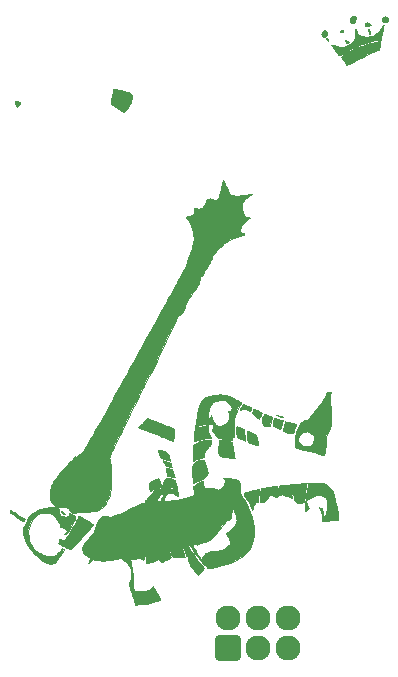
<source format=gbr>
%TF.GenerationSoftware,KiCad,Pcbnew,(6.0.7)*%
%TF.CreationDate,2022-09-06T18:29:54-05:00*%
%TF.ProjectId,BsidesKC 2022 Poster - Simple,42736964-6573-44b4-9320-323032322050,rev?*%
%TF.SameCoordinates,Original*%
%TF.FileFunction,Soldermask,Top*%
%TF.FilePolarity,Negative*%
%FSLAX46Y46*%
G04 Gerber Fmt 4.6, Leading zero omitted, Abs format (unit mm)*
G04 Created by KiCad (PCBNEW (6.0.7)) date 2022-09-06 18:29:54*
%MOMM*%
%LPD*%
G01*
G04 APERTURE LIST*
G04 Aperture macros list*
%AMRoundRect*
0 Rectangle with rounded corners*
0 $1 Rounding radius*
0 $2 $3 $4 $5 $6 $7 $8 $9 X,Y pos of 4 corners*
0 Add a 4 corners polygon primitive as box body*
4,1,4,$2,$3,$4,$5,$6,$7,$8,$9,$2,$3,0*
0 Add four circle primitives for the rounded corners*
1,1,$1+$1,$2,$3*
1,1,$1+$1,$4,$5*
1,1,$1+$1,$6,$7*
1,1,$1+$1,$8,$9*
0 Add four rect primitives between the rounded corners*
20,1,$1+$1,$2,$3,$4,$5,0*
20,1,$1+$1,$4,$5,$6,$7,0*
20,1,$1+$1,$6,$7,$8,$9,0*
20,1,$1+$1,$8,$9,$2,$3,0*%
G04 Aperture macros list end*
%ADD10C,0.010000*%
%ADD11O,2.127200X2.127200*%
%ADD12RoundRect,0.200000X-0.863600X0.863600X-0.863600X-0.863600X0.863600X-0.863600X0.863600X0.863600X0*%
%ADD13C,2.127200*%
G04 APERTURE END LIST*
%TO.C,G\u002A\u002A\u002A*%
G36*
X137150657Y-122782216D02*
G01*
X137269796Y-122651303D01*
X137325520Y-122592394D01*
X137464983Y-122444731D01*
X137578181Y-122320665D01*
X137669117Y-122214190D01*
X137741789Y-122119302D01*
X137800199Y-122029997D01*
X137848347Y-121940270D01*
X137890233Y-121844117D01*
X137929858Y-121735535D01*
X137962322Y-121636617D01*
X138022573Y-121449721D01*
X138073652Y-121298014D01*
X138118213Y-121176038D01*
X138158910Y-121078332D01*
X138198399Y-120999440D01*
X138239333Y-120933901D01*
X138284367Y-120876257D01*
X138336156Y-120821049D01*
X138368495Y-120789950D01*
X138810067Y-120789950D01*
X138820650Y-120800533D01*
X138831233Y-120789950D01*
X138820650Y-120779367D01*
X138810067Y-120789950D01*
X138368495Y-120789950D01*
X138378893Y-120779951D01*
X138397745Y-120765255D01*
X138880622Y-120765255D01*
X138883528Y-120777839D01*
X138894733Y-120779367D01*
X138912156Y-120771622D01*
X138908844Y-120765255D01*
X138883724Y-120762722D01*
X138880622Y-120765255D01*
X138397745Y-120765255D01*
X138424897Y-120744089D01*
X138944122Y-120744089D01*
X138947028Y-120756672D01*
X138958233Y-120758200D01*
X138975656Y-120750455D01*
X138972344Y-120744089D01*
X138947224Y-120741555D01*
X138944122Y-120744089D01*
X138424897Y-120744089D01*
X138452051Y-120722922D01*
X139007622Y-120722922D01*
X139010528Y-120735506D01*
X139021733Y-120737033D01*
X139039156Y-120729289D01*
X139035844Y-120722922D01*
X139010724Y-120720389D01*
X139007622Y-120722922D01*
X138452051Y-120722922D01*
X138506194Y-120680718D01*
X138641172Y-120610961D01*
X138777027Y-120572477D01*
X138906956Y-120567064D01*
X139024158Y-120596520D01*
X139041639Y-120604774D01*
X139094791Y-120638407D01*
X139121514Y-120668805D01*
X139118026Y-120689478D01*
X139094053Y-120694700D01*
X139068769Y-120700176D01*
X139069330Y-120707019D01*
X139094460Y-120706308D01*
X139153452Y-120692948D01*
X139240391Y-120668786D01*
X139349364Y-120635666D01*
X139474457Y-120595436D01*
X139609757Y-120549940D01*
X139749351Y-120501024D01*
X139868400Y-120457602D01*
X140066366Y-120381387D01*
X140251827Y-120304098D01*
X140435030Y-120220955D01*
X140626218Y-120127181D01*
X140835639Y-120017997D01*
X140990233Y-119934402D01*
X141210764Y-119817249D01*
X141405249Y-119721955D01*
X141581701Y-119645235D01*
X141748131Y-119583805D01*
X141912553Y-119534382D01*
X142045670Y-119501806D01*
X142140848Y-119480066D01*
X142219659Y-119461119D01*
X142273624Y-119447068D01*
X142294142Y-119440180D01*
X142282423Y-119426258D01*
X142243648Y-119400006D01*
X142217648Y-119384768D01*
X142175489Y-119357196D01*
X142169958Y-119350088D01*
X143149233Y-119350088D01*
X143168495Y-119356603D01*
X143218879Y-119360132D01*
X143289285Y-119360730D01*
X143368611Y-119358455D01*
X143445757Y-119353362D01*
X143491096Y-119348347D01*
X143584867Y-119335494D01*
X143576588Y-119205471D01*
X143573992Y-119131464D01*
X143581134Y-119078138D01*
X143603144Y-119027426D01*
X143645153Y-118961259D01*
X143646504Y-118959250D01*
X143691788Y-118885498D01*
X143707193Y-118833794D01*
X143690022Y-118793987D01*
X143637583Y-118755929D01*
X143585182Y-118728260D01*
X143515400Y-118699130D01*
X143472820Y-118699159D01*
X143451595Y-118731052D01*
X143445891Y-118792680D01*
X143433586Y-118840141D01*
X143402181Y-118903985D01*
X143371659Y-118951430D01*
X143335112Y-119006386D01*
X143291330Y-119078167D01*
X143245700Y-119157114D01*
X143203611Y-119233570D01*
X143170452Y-119297877D01*
X143151610Y-119340377D01*
X143149233Y-119350088D01*
X142169958Y-119350088D01*
X142153907Y-119329464D01*
X142155294Y-119296964D01*
X142182041Y-119255086D01*
X142236537Y-119199220D01*
X142321175Y-119124756D01*
X142376650Y-119078188D01*
X142457269Y-119005237D01*
X142536819Y-118923549D01*
X142600443Y-118848574D01*
X142610317Y-118835231D01*
X142664320Y-118766790D01*
X142720072Y-118707323D01*
X142760665Y-118673283D01*
X142820766Y-118611309D01*
X142849533Y-118541648D01*
X142879193Y-118471080D01*
X142920116Y-118422032D01*
X142924292Y-118419100D01*
X142981367Y-118392682D01*
X143072990Y-118363208D01*
X143191609Y-118332060D01*
X143329673Y-118300621D01*
X143479629Y-118270274D01*
X143633926Y-118242400D01*
X143785011Y-118218382D01*
X143925333Y-118199604D01*
X144047340Y-118187446D01*
X144143480Y-118183292D01*
X144195256Y-118186436D01*
X144250272Y-118201270D01*
X144330652Y-118230999D01*
X144424265Y-118270868D01*
X144493317Y-118303312D01*
X144588700Y-118347472D01*
X144679373Y-118384882D01*
X144753306Y-118410814D01*
X144789650Y-118419759D01*
X144874317Y-118432416D01*
X144772497Y-118336589D01*
X144697760Y-118275794D01*
X144605656Y-118213937D01*
X144529330Y-118171272D01*
X144387981Y-118101783D01*
X144059649Y-118103142D01*
X143847227Y-118108581D01*
X143660352Y-118124682D01*
X143483023Y-118153985D01*
X143299240Y-118199032D01*
X143127252Y-118251193D01*
X143017736Y-118290371D01*
X142906349Y-118336557D01*
X142809678Y-118382610D01*
X142767419Y-118406123D01*
X142699995Y-118444647D01*
X142646528Y-118470889D01*
X142617013Y-118480034D01*
X142615053Y-118479517D01*
X142595025Y-118447824D01*
X142574990Y-118381741D01*
X142556442Y-118289184D01*
X142540873Y-118178069D01*
X142529776Y-118056313D01*
X142527291Y-118014004D01*
X142515474Y-117778059D01*
X142763562Y-117629833D01*
X142927114Y-117536733D01*
X143061613Y-117470524D01*
X143169725Y-117430061D01*
X143254116Y-117414199D01*
X143266213Y-117413867D01*
X143290694Y-117418442D01*
X143314540Y-117436238D01*
X143342184Y-117473359D01*
X143378055Y-117535907D01*
X143426586Y-117629987D01*
X143434357Y-117645452D01*
X143503281Y-117775415D01*
X143566659Y-117880465D01*
X143622027Y-117957302D01*
X143666920Y-118002623D01*
X143698875Y-118013127D01*
X143705693Y-118008873D01*
X143717629Y-117977527D01*
X143726582Y-117918434D01*
X143729860Y-117864884D01*
X143749016Y-117734214D01*
X143801559Y-117601360D01*
X143890296Y-117459244D01*
X143891257Y-117457916D01*
X143919932Y-117421421D01*
X143949429Y-117395317D01*
X143985714Y-117379383D01*
X144034754Y-117373396D01*
X144102517Y-117377135D01*
X144194971Y-117390377D01*
X144318083Y-117412900D01*
X144442425Y-117437406D01*
X144772534Y-117503307D01*
X144853901Y-117940129D01*
X144878119Y-118073116D01*
X144899071Y-118193900D01*
X144915649Y-118295601D01*
X144926741Y-118371341D01*
X144931240Y-118414239D01*
X144931181Y-118419283D01*
X144934367Y-118456439D01*
X144946159Y-118524207D01*
X144964581Y-118612213D01*
X144982723Y-118690043D01*
X145004007Y-118782853D01*
X145019193Y-118859888D01*
X145026701Y-118912322D01*
X145025837Y-118930985D01*
X145004231Y-118925732D01*
X144963348Y-118898304D01*
X144937746Y-118877144D01*
X144819021Y-118791050D01*
X144683560Y-118722742D01*
X144540320Y-118674362D01*
X144398260Y-118648051D01*
X144266336Y-118645950D01*
X144153507Y-118670203D01*
X144124966Y-118682813D01*
X144021659Y-118754915D01*
X143926337Y-118856849D01*
X143849020Y-118976161D01*
X143805618Y-119079726D01*
X143783522Y-119159939D01*
X143768138Y-119232359D01*
X143763067Y-119276749D01*
X143766491Y-119315103D01*
X143784985Y-119329856D01*
X143830876Y-119328935D01*
X143842442Y-119327774D01*
X143892823Y-119323125D01*
X143974936Y-119316185D01*
X144078296Y-119307816D01*
X144192419Y-119298878D01*
X144218150Y-119296905D01*
X144579833Y-119261885D01*
X144931839Y-119213390D01*
X145265773Y-119152903D01*
X145573236Y-119081907D01*
X145795067Y-119018362D01*
X145917501Y-118977460D01*
X146036077Y-118933964D01*
X146144198Y-118890711D01*
X146235269Y-118850537D01*
X146302694Y-118816276D01*
X146339876Y-118790765D01*
X146345070Y-118781896D01*
X146342643Y-118753722D01*
X146336137Y-118691051D01*
X146326372Y-118601434D01*
X146314165Y-118492423D01*
X146312635Y-118479008D01*
X148480492Y-118479008D01*
X148540071Y-118527501D01*
X148566168Y-118546975D01*
X148593409Y-118560039D01*
X148629910Y-118567600D01*
X148683791Y-118570562D01*
X148763169Y-118569830D01*
X148876163Y-118566308D01*
X148885400Y-118565985D01*
X149007816Y-118561356D01*
X149130619Y-118556128D01*
X149239636Y-118550937D01*
X149259582Y-118549826D01*
X149694183Y-118549826D01*
X149701582Y-118576823D01*
X149708999Y-118586326D01*
X149751577Y-118617230D01*
X149800801Y-118608618D01*
X149816733Y-118599478D01*
X149837011Y-118573447D01*
X149825804Y-118542854D01*
X149789857Y-118504311D01*
X149749060Y-118505789D01*
X149721426Y-118522541D01*
X149694183Y-118549826D01*
X149259582Y-118549826D01*
X149320695Y-118546422D01*
X149321486Y-118546371D01*
X149430332Y-118536782D01*
X149500539Y-118523968D01*
X149535735Y-118507068D01*
X149541567Y-118494050D01*
X149520740Y-118479398D01*
X149459256Y-118468759D01*
X149358602Y-118462198D01*
X149220271Y-118459783D01*
X149045752Y-118461579D01*
X148900450Y-118465456D01*
X148480492Y-118479008D01*
X146312635Y-118479008D01*
X146304616Y-118408700D01*
X146291494Y-118292712D01*
X146280584Y-118192852D01*
X146272614Y-118116060D01*
X146268309Y-118069279D01*
X146267904Y-118058066D01*
X146285417Y-118046022D01*
X146329249Y-118015050D01*
X146391308Y-117970880D01*
X146419483Y-117950757D01*
X146502227Y-117893223D01*
X146585682Y-117837847D01*
X146653845Y-117795203D01*
X146662900Y-117789900D01*
X146726077Y-117756351D01*
X146804263Y-117718950D01*
X146888218Y-117681575D01*
X146968706Y-117648102D01*
X147036488Y-117622409D01*
X147082327Y-117608372D01*
X147096746Y-117607824D01*
X147102504Y-117631133D01*
X147111985Y-117689001D01*
X147124092Y-117773927D01*
X147137728Y-117878412D01*
X147145110Y-117938410D01*
X147159226Y-118050324D01*
X147172576Y-118146770D01*
X147184022Y-118220194D01*
X147192422Y-118263042D01*
X147195212Y-118270735D01*
X147220019Y-118270832D01*
X147269966Y-118258094D01*
X147299890Y-118247901D01*
X147363778Y-118231261D01*
X147454154Y-118216281D01*
X147555180Y-118205391D01*
X147594248Y-118202766D01*
X147776922Y-118203642D01*
X147944313Y-118229684D01*
X148113675Y-118284178D01*
X148188671Y-118315948D01*
X148259680Y-118345666D01*
X148312043Y-118358606D01*
X148364851Y-118357169D01*
X148426893Y-118345910D01*
X148558282Y-118303577D01*
X148657607Y-118238656D01*
X148719795Y-118157307D01*
X148755964Y-118095693D01*
X148794946Y-118043253D01*
X148796694Y-118041312D01*
X148846551Y-117974348D01*
X148885583Y-117890865D01*
X148917679Y-117781128D01*
X148936714Y-117690846D01*
X148951968Y-117608514D01*
X148963557Y-117542320D01*
X148969605Y-117503115D01*
X148970067Y-117497836D01*
X148952049Y-117480757D01*
X148907470Y-117460233D01*
X148894887Y-117455838D01*
X148848475Y-117434111D01*
X148827697Y-117411364D01*
X148827956Y-117406572D01*
X148848760Y-117395774D01*
X148904342Y-117388308D01*
X148997129Y-117383987D01*
X149129549Y-117382626D01*
X149141260Y-117382638D01*
X149279590Y-117384261D01*
X149390620Y-117389655D01*
X149489330Y-117400413D01*
X149590698Y-117418131D01*
X149699689Y-117442067D01*
X149804382Y-117467677D01*
X149899615Y-117493272D01*
X149974577Y-117515802D01*
X150017189Y-117531600D01*
X150084891Y-117579165D01*
X150139938Y-117652800D01*
X150183144Y-117755363D01*
X150215322Y-117889717D01*
X150237285Y-118058722D01*
X150249847Y-118265238D01*
X150252426Y-118359235D01*
X150255866Y-118501430D01*
X150261785Y-118610873D01*
X150273087Y-118697142D01*
X150292678Y-118769815D01*
X150323461Y-118838472D01*
X150368342Y-118912691D01*
X150430224Y-119002051D01*
X150459940Y-119043555D01*
X150716878Y-119436012D01*
X150934620Y-119843506D01*
X151113650Y-120267261D01*
X151254453Y-120708499D01*
X151357512Y-121168445D01*
X151394761Y-121403783D01*
X151411650Y-121566374D01*
X151420804Y-121744224D01*
X151422474Y-121927296D01*
X151416907Y-122105550D01*
X151404355Y-122268950D01*
X151385065Y-122407457D01*
X151367952Y-122483283D01*
X151340559Y-122580895D01*
X151308604Y-122694719D01*
X151278979Y-122800211D01*
X151278818Y-122800783D01*
X151251532Y-122898024D01*
X151224067Y-122996059D01*
X151201977Y-123075071D01*
X151200338Y-123080946D01*
X151151813Y-123201540D01*
X151071551Y-123337435D01*
X150964590Y-123482962D01*
X150835969Y-123632450D01*
X150690725Y-123780231D01*
X150533897Y-123920634D01*
X150370522Y-124047992D01*
X150293702Y-124101204D01*
X150098271Y-124221507D01*
X149877514Y-124341486D01*
X149646986Y-124453434D01*
X149422241Y-124549644D01*
X149287567Y-124599764D01*
X149210163Y-124624757D01*
X149103815Y-124656537D01*
X148974160Y-124693630D01*
X148826834Y-124734564D01*
X148667476Y-124777869D01*
X148501722Y-124822070D01*
X148335209Y-124865697D01*
X148173575Y-124907276D01*
X148022457Y-124945336D01*
X147887492Y-124978405D01*
X147774317Y-125005010D01*
X147688569Y-125023680D01*
X147635886Y-125032941D01*
X147625983Y-125033689D01*
X147566745Y-125022398D01*
X147499831Y-124994475D01*
X147485295Y-124986133D01*
X147420001Y-124935822D01*
X147334789Y-124854525D01*
X147233052Y-124746592D01*
X147118185Y-124616374D01*
X146993579Y-124468221D01*
X146862629Y-124306484D01*
X146728727Y-124135513D01*
X146595269Y-123959660D01*
X146465645Y-123783274D01*
X146343251Y-123610706D01*
X146231480Y-123446306D01*
X146133724Y-123294426D01*
X146053377Y-123159415D01*
X146035974Y-123128010D01*
X146001108Y-123067108D01*
X145974675Y-123035925D01*
X145945873Y-123026468D01*
X145904385Y-123030668D01*
X145852904Y-123041332D01*
X145822976Y-123051830D01*
X145821689Y-123052855D01*
X145825466Y-123077315D01*
X145850483Y-123132349D01*
X145894200Y-123213507D01*
X145954074Y-123316342D01*
X146027564Y-123436404D01*
X146112128Y-123569247D01*
X146149350Y-123626283D01*
X146320881Y-123877615D01*
X146510037Y-124135789D01*
X146721958Y-124407607D01*
X146946619Y-124681766D01*
X147025208Y-124776804D01*
X147093371Y-124861279D01*
X147146776Y-124929650D01*
X147181088Y-124976378D01*
X147192067Y-124995473D01*
X147178240Y-125032145D01*
X147140701Y-125091982D01*
X147085358Y-125167907D01*
X147018122Y-125252842D01*
X146944903Y-125339710D01*
X146871610Y-125421434D01*
X146804153Y-125490935D01*
X146748443Y-125541138D01*
X146720002Y-125560793D01*
X146700046Y-125570288D01*
X146681131Y-125573204D01*
X146659565Y-125566041D01*
X146631653Y-125545297D01*
X146593702Y-125507474D01*
X146542017Y-125449070D01*
X146472905Y-125366587D01*
X146382672Y-125256523D01*
X146327565Y-125188930D01*
X146227323Y-125064282D01*
X146149152Y-124961802D01*
X146087214Y-124871828D01*
X146035669Y-124784697D01*
X145988678Y-124690750D01*
X145940400Y-124580324D01*
X145900281Y-124481992D01*
X145849628Y-124350887D01*
X145817326Y-124250268D01*
X145803564Y-124172380D01*
X145808533Y-124109471D01*
X145832425Y-124053785D01*
X145875428Y-123997569D01*
X145913159Y-123957639D01*
X145961612Y-123907795D01*
X145995425Y-123871677D01*
X146006733Y-123857927D01*
X145988150Y-123861417D01*
X145938820Y-123874955D01*
X145868369Y-123895860D01*
X145847628Y-123902219D01*
X145688523Y-123951308D01*
X145656323Y-123874242D01*
X145638570Y-123826988D01*
X145611319Y-123748658D01*
X145577726Y-123648572D01*
X145540946Y-123536052D01*
X145524386Y-123484441D01*
X145483554Y-123359199D01*
X145451379Y-123270006D01*
X145424792Y-123212232D01*
X145400727Y-123181249D01*
X145376118Y-123172428D01*
X145347897Y-123181138D01*
X145330239Y-123191400D01*
X145321279Y-123203343D01*
X145318834Y-123227510D01*
X145323921Y-123268946D01*
X145337557Y-123332695D01*
X145360759Y-123423803D01*
X145394543Y-123547316D01*
X145420822Y-123640867D01*
X145456919Y-123769419D01*
X145488690Y-123884140D01*
X145514448Y-123978806D01*
X145532506Y-124047190D01*
X145541175Y-124083069D01*
X145541691Y-124086658D01*
X145521222Y-124096025D01*
X145464859Y-124101058D01*
X145378806Y-124101909D01*
X145269264Y-124098734D01*
X145142435Y-124091686D01*
X145004520Y-124080918D01*
X144899861Y-124070740D01*
X144755578Y-124056001D01*
X144647292Y-124044440D01*
X144569134Y-124032948D01*
X144515237Y-124018414D01*
X144479732Y-123997728D01*
X144456752Y-123967781D01*
X144440430Y-123925461D01*
X144424897Y-123867660D01*
X144409896Y-123811051D01*
X144384535Y-123719816D01*
X144362636Y-123641159D01*
X144347200Y-123585860D01*
X144342205Y-123568075D01*
X144317950Y-123537025D01*
X144283383Y-123534314D01*
X144258801Y-123559534D01*
X144258915Y-123590573D01*
X144267485Y-123653337D01*
X144282996Y-123738409D01*
X144301799Y-123826962D01*
X144323191Y-123923782D01*
X144340569Y-124006338D01*
X144352035Y-124065356D01*
X144355733Y-124090772D01*
X144338359Y-124116344D01*
X144292913Y-124154085D01*
X144229413Y-124197684D01*
X144157875Y-124240833D01*
X144088316Y-124277221D01*
X144030753Y-124300540D01*
X144017067Y-124304096D01*
X143880390Y-124344931D01*
X143779253Y-124404482D01*
X143730036Y-124455343D01*
X143688599Y-124502302D01*
X143653699Y-124519256D01*
X143620905Y-124516026D01*
X143525554Y-124475807D01*
X143444508Y-124404896D01*
X143375456Y-124300149D01*
X143316085Y-124158425D01*
X143285949Y-124060824D01*
X143255700Y-123959025D01*
X143231298Y-123893328D01*
X143210331Y-123858313D01*
X143191474Y-123848533D01*
X143153900Y-123855027D01*
X143144099Y-123860723D01*
X143144037Y-123885117D01*
X143153949Y-123940507D01*
X143171930Y-124017257D01*
X143184295Y-124064085D01*
X143206202Y-124150375D01*
X143221311Y-124222526D01*
X143227566Y-124269996D01*
X143226681Y-124281316D01*
X143201346Y-124305422D01*
X143145046Y-124339049D01*
X143066775Y-124377739D01*
X142975524Y-124417035D01*
X142883579Y-124451357D01*
X142810086Y-124474863D01*
X142719723Y-124501324D01*
X142621129Y-124528517D01*
X142522941Y-124554222D01*
X142433797Y-124576217D01*
X142362336Y-124592282D01*
X142317195Y-124600194D01*
X142306022Y-124599878D01*
X142301603Y-124577049D01*
X142295355Y-124521298D01*
X142288024Y-124441959D01*
X142280354Y-124348366D01*
X142273090Y-124249852D01*
X142266977Y-124155749D01*
X142262760Y-124075393D01*
X142261589Y-124043047D01*
X142255639Y-124011283D01*
X142232063Y-123999372D01*
X142180858Y-124000714D01*
X142101483Y-124007283D01*
X142083718Y-124155450D01*
X142073884Y-124229762D01*
X142064767Y-124285537D01*
X142058246Y-124311368D01*
X142057959Y-124311736D01*
X142037392Y-124305580D01*
X141989935Y-124282000D01*
X141924809Y-124245671D01*
X141906391Y-124234876D01*
X141824736Y-124191261D01*
X141744332Y-124156089D01*
X141681560Y-124136457D01*
X141677617Y-124135741D01*
X141620201Y-124130879D01*
X141571674Y-124142305D01*
X141513598Y-124175144D01*
X141497700Y-124185758D01*
X141389535Y-124238164D01*
X141282370Y-124248788D01*
X141177883Y-124217470D01*
X141176245Y-124216629D01*
X141123508Y-124195798D01*
X141072659Y-124196034D01*
X141026560Y-124207665D01*
X140999362Y-124214859D01*
X140978385Y-124221511D01*
X140963738Y-124232434D01*
X140955531Y-124252445D01*
X140953871Y-124286357D01*
X140958867Y-124338985D01*
X140970627Y-124415144D01*
X140989262Y-124519648D01*
X141014878Y-124657313D01*
X141039709Y-124790450D01*
X141078799Y-125008357D01*
X141108823Y-125195977D01*
X141130744Y-125364151D01*
X141145522Y-125523723D01*
X141154117Y-125685533D01*
X141157490Y-125860425D01*
X141156603Y-126059239D01*
X141155999Y-126102783D01*
X141148983Y-126568450D01*
X141207195Y-126674121D01*
X141242511Y-126745973D01*
X141269233Y-126814293D01*
X141277729Y-126845480D01*
X141290053Y-126911170D01*
X141674601Y-126923742D01*
X141902727Y-126927167D01*
X142094536Y-126920398D01*
X142255091Y-126902197D01*
X142389449Y-126871321D01*
X142502673Y-126826532D01*
X142599822Y-126766588D01*
X142685957Y-126690249D01*
X142703600Y-126671493D01*
X142758152Y-126615849D01*
X142804732Y-126575535D01*
X142833974Y-126558580D01*
X142835466Y-126558474D01*
X142853170Y-126575862D01*
X142889119Y-126624001D01*
X142939787Y-126697331D01*
X143001651Y-126790297D01*
X143071185Y-126897340D01*
X143144865Y-127012904D01*
X143219167Y-127131430D01*
X143290566Y-127247361D01*
X143355536Y-127355141D01*
X143410555Y-127449210D01*
X143452097Y-127524013D01*
X143469504Y-127558205D01*
X143496708Y-127628103D01*
X143496096Y-127676077D01*
X143463468Y-127708560D01*
X143394627Y-127731988D01*
X143349946Y-127741438D01*
X143268158Y-127762454D01*
X143175753Y-127793841D01*
X143127951Y-127813350D01*
X142894077Y-127904407D01*
X142648750Y-127973731D01*
X142383701Y-128023101D01*
X142090659Y-128054298D01*
X141974483Y-128061539D01*
X141845048Y-128068733D01*
X141720919Y-128076484D01*
X141612330Y-128084092D01*
X141529513Y-128090857D01*
X141495849Y-128094290D01*
X141377048Y-128108356D01*
X141223221Y-127634736D01*
X141167833Y-127462763D01*
X141111137Y-127284119D01*
X141054775Y-127104206D01*
X141000388Y-126928426D01*
X140949619Y-126762182D01*
X140904108Y-126610877D01*
X140865499Y-126479913D01*
X140835432Y-126374693D01*
X140815549Y-126300618D01*
X140808603Y-126270367D01*
X140806504Y-126218306D01*
X140831473Y-126183282D01*
X140850518Y-126169626D01*
X140896763Y-126129886D01*
X140932769Y-126074396D01*
X140961479Y-125995861D01*
X140985834Y-125886984D01*
X141000565Y-125797544D01*
X141026116Y-125573836D01*
X141030334Y-125382433D01*
X141013282Y-125219112D01*
X141009347Y-125198950D01*
X140970925Y-125070088D01*
X140909323Y-124928135D01*
X140832339Y-124788853D01*
X140747768Y-124668004D01*
X140745011Y-124664601D01*
X140669736Y-124581256D01*
X140570821Y-124484523D01*
X140459705Y-124384709D01*
X140347829Y-124292121D01*
X140253617Y-124221872D01*
X140171637Y-124165060D01*
X139665477Y-124248701D01*
X139378620Y-124293711D01*
X139126656Y-124327647D01*
X138903669Y-124350694D01*
X138703743Y-124363043D01*
X138520963Y-124364881D01*
X138349415Y-124356396D01*
X138183182Y-124337777D01*
X138016350Y-124309211D01*
X137982017Y-124302243D01*
X137800377Y-124264490D01*
X137728430Y-124314989D01*
X137677087Y-124354913D01*
X137609523Y-124412566D01*
X137539704Y-124476000D01*
X137534618Y-124480798D01*
X137476471Y-124533281D01*
X137430315Y-124570215D01*
X137404140Y-124585352D01*
X137401532Y-124584888D01*
X137402840Y-124561282D01*
X137415378Y-124506693D01*
X137436859Y-124430254D01*
X137454605Y-124372952D01*
X137481825Y-124285989D01*
X137503199Y-124213904D01*
X137515937Y-124166328D01*
X137518270Y-124153261D01*
X137500911Y-124133974D01*
X137455976Y-124101564D01*
X137393150Y-124063006D01*
X137392387Y-124062568D01*
X137280427Y-123986062D01*
X137165948Y-123886689D01*
X137061086Y-123776470D01*
X136977980Y-123667425D01*
X136954870Y-123629235D01*
X136923185Y-123565964D01*
X136904905Y-123508287D01*
X136896532Y-123440017D01*
X136894571Y-123350140D01*
X136898926Y-123252748D01*
X136914267Y-123164088D01*
X136943854Y-123078432D01*
X136990943Y-122990053D01*
X137010203Y-122962566D01*
X146198739Y-122962566D01*
X146251454Y-123103925D01*
X146287412Y-123188012D01*
X146337636Y-123289806D01*
X146393215Y-123391589D01*
X146413050Y-123425200D01*
X146478385Y-123531506D01*
X146551643Y-123647933D01*
X146629335Y-123769225D01*
X146707968Y-123890126D01*
X146784054Y-124005379D01*
X146854102Y-124109728D01*
X146914621Y-124197917D01*
X146962122Y-124264690D01*
X146993114Y-124304789D01*
X147003359Y-124314200D01*
X147011892Y-124295426D01*
X147012895Y-124247609D01*
X147009947Y-124213658D01*
X147001093Y-124148109D01*
X146992515Y-124098299D01*
X146989451Y-124085619D01*
X147001509Y-124060435D01*
X147042103Y-124023390D01*
X147089373Y-123990710D01*
X147169872Y-123930541D01*
X147221157Y-123864563D01*
X147236209Y-123833728D01*
X147253451Y-123796445D01*
X147273031Y-123766953D01*
X147301358Y-123741363D01*
X147344838Y-123715784D01*
X147409878Y-123686328D01*
X147502885Y-123649104D01*
X147604817Y-123609940D01*
X147678434Y-123582866D01*
X147738996Y-123564781D01*
X147798299Y-123554041D01*
X147868139Y-123549005D01*
X147960312Y-123548032D01*
X148043605Y-123548878D01*
X148198583Y-123547923D01*
X148325754Y-123539630D01*
X148439191Y-123522848D01*
X148488105Y-123512540D01*
X148588429Y-123488856D01*
X148664495Y-123467093D01*
X148726990Y-123441739D01*
X148786598Y-123407282D01*
X148854006Y-123358211D01*
X148939899Y-123289015D01*
X148970777Y-123263584D01*
X149061915Y-123189101D01*
X149153772Y-123115223D01*
X149234625Y-123051315D01*
X149285115Y-123012450D01*
X149397657Y-122927783D01*
X149387065Y-122807316D01*
X149371160Y-122713180D01*
X149337715Y-122610016D01*
X149283903Y-122491136D01*
X149206899Y-122349854D01*
X149160956Y-122272261D01*
X149115127Y-122193207D01*
X149079233Y-122125231D01*
X149058193Y-122077979D01*
X149054733Y-122064081D01*
X149073490Y-122027889D01*
X149127752Y-121976575D01*
X149214506Y-121912577D01*
X149330738Y-121838336D01*
X149341777Y-121831693D01*
X149526991Y-121702039D01*
X149681376Y-121554974D01*
X149802457Y-121394207D01*
X149887764Y-121223443D01*
X149934825Y-121046390D01*
X149943733Y-120929164D01*
X149934679Y-120810940D01*
X149906622Y-120673723D01*
X149858217Y-120512494D01*
X149788119Y-120322235D01*
X149767164Y-120269833D01*
X149724094Y-120160654D01*
X149695682Y-120078984D01*
X149679175Y-120013744D01*
X149671821Y-119953854D01*
X149670866Y-119888237D01*
X149670976Y-119882759D01*
X149670949Y-119809264D01*
X149667903Y-119753996D01*
X149662595Y-119729173D01*
X149646713Y-119739047D01*
X149618623Y-119776846D01*
X149598851Y-119809330D01*
X149568936Y-119869372D01*
X149555348Y-119924625D01*
X149554523Y-119994219D01*
X149557176Y-120032972D01*
X149554503Y-120177919D01*
X149533508Y-120269782D01*
X149512858Y-120349607D01*
X149500649Y-120429059D01*
X149499233Y-120456710D01*
X149482435Y-120591814D01*
X149435910Y-120721266D01*
X149365460Y-120829690D01*
X149353536Y-120842824D01*
X149298832Y-120894519D01*
X149252637Y-120919967D01*
X149198972Y-120927448D01*
X149190076Y-120927533D01*
X149107198Y-120927533D01*
X148638694Y-121557242D01*
X148526324Y-121707379D01*
X148416396Y-121852578D01*
X148312759Y-121987879D01*
X148219257Y-122108324D01*
X148139737Y-122208953D01*
X148078045Y-122284808D01*
X148041465Y-122327230D01*
X147874506Y-122485418D01*
X147690389Y-122612718D01*
X147483732Y-122711887D01*
X147249149Y-122785684D01*
X147075650Y-122821963D01*
X146941738Y-122849886D01*
X146832434Y-122884520D01*
X146730023Y-122931638D01*
X146715817Y-122939239D01*
X146567650Y-123019652D01*
X146504150Y-122968218D01*
X146440232Y-122930774D01*
X146382442Y-122927575D01*
X146315550Y-122940143D01*
X146261486Y-122950466D01*
X146198739Y-122962566D01*
X137010203Y-122962566D01*
X137058791Y-122893224D01*
X137150657Y-122782216D01*
G37*
D10*
X137150657Y-122782216D02*
X137269796Y-122651303D01*
X137325520Y-122592394D01*
X137464983Y-122444731D01*
X137578181Y-122320665D01*
X137669117Y-122214190D01*
X137741789Y-122119302D01*
X137800199Y-122029997D01*
X137848347Y-121940270D01*
X137890233Y-121844117D01*
X137929858Y-121735535D01*
X137962322Y-121636617D01*
X138022573Y-121449721D01*
X138073652Y-121298014D01*
X138118213Y-121176038D01*
X138158910Y-121078332D01*
X138198399Y-120999440D01*
X138239333Y-120933901D01*
X138284367Y-120876257D01*
X138336156Y-120821049D01*
X138368495Y-120789950D01*
X138810067Y-120789950D01*
X138820650Y-120800533D01*
X138831233Y-120789950D01*
X138820650Y-120779367D01*
X138810067Y-120789950D01*
X138368495Y-120789950D01*
X138378893Y-120779951D01*
X138397745Y-120765255D01*
X138880622Y-120765255D01*
X138883528Y-120777839D01*
X138894733Y-120779367D01*
X138912156Y-120771622D01*
X138908844Y-120765255D01*
X138883724Y-120762722D01*
X138880622Y-120765255D01*
X138397745Y-120765255D01*
X138424897Y-120744089D01*
X138944122Y-120744089D01*
X138947028Y-120756672D01*
X138958233Y-120758200D01*
X138975656Y-120750455D01*
X138972344Y-120744089D01*
X138947224Y-120741555D01*
X138944122Y-120744089D01*
X138424897Y-120744089D01*
X138452051Y-120722922D01*
X139007622Y-120722922D01*
X139010528Y-120735506D01*
X139021733Y-120737033D01*
X139039156Y-120729289D01*
X139035844Y-120722922D01*
X139010724Y-120720389D01*
X139007622Y-120722922D01*
X138452051Y-120722922D01*
X138506194Y-120680718D01*
X138641172Y-120610961D01*
X138777027Y-120572477D01*
X138906956Y-120567064D01*
X139024158Y-120596520D01*
X139041639Y-120604774D01*
X139094791Y-120638407D01*
X139121514Y-120668805D01*
X139118026Y-120689478D01*
X139094053Y-120694700D01*
X139068769Y-120700176D01*
X139069330Y-120707019D01*
X139094460Y-120706308D01*
X139153452Y-120692948D01*
X139240391Y-120668786D01*
X139349364Y-120635666D01*
X139474457Y-120595436D01*
X139609757Y-120549940D01*
X139749351Y-120501024D01*
X139868400Y-120457602D01*
X140066366Y-120381387D01*
X140251827Y-120304098D01*
X140435030Y-120220955D01*
X140626218Y-120127181D01*
X140835639Y-120017997D01*
X140990233Y-119934402D01*
X141210764Y-119817249D01*
X141405249Y-119721955D01*
X141581701Y-119645235D01*
X141748131Y-119583805D01*
X141912553Y-119534382D01*
X142045670Y-119501806D01*
X142140848Y-119480066D01*
X142219659Y-119461119D01*
X142273624Y-119447068D01*
X142294142Y-119440180D01*
X142282423Y-119426258D01*
X142243648Y-119400006D01*
X142217648Y-119384768D01*
X142175489Y-119357196D01*
X142169958Y-119350088D01*
X143149233Y-119350088D01*
X143168495Y-119356603D01*
X143218879Y-119360132D01*
X143289285Y-119360730D01*
X143368611Y-119358455D01*
X143445757Y-119353362D01*
X143491096Y-119348347D01*
X143584867Y-119335494D01*
X143576588Y-119205471D01*
X143573992Y-119131464D01*
X143581134Y-119078138D01*
X143603144Y-119027426D01*
X143645153Y-118961259D01*
X143646504Y-118959250D01*
X143691788Y-118885498D01*
X143707193Y-118833794D01*
X143690022Y-118793987D01*
X143637583Y-118755929D01*
X143585182Y-118728260D01*
X143515400Y-118699130D01*
X143472820Y-118699159D01*
X143451595Y-118731052D01*
X143445891Y-118792680D01*
X143433586Y-118840141D01*
X143402181Y-118903985D01*
X143371659Y-118951430D01*
X143335112Y-119006386D01*
X143291330Y-119078167D01*
X143245700Y-119157114D01*
X143203611Y-119233570D01*
X143170452Y-119297877D01*
X143151610Y-119340377D01*
X143149233Y-119350088D01*
X142169958Y-119350088D01*
X142153907Y-119329464D01*
X142155294Y-119296964D01*
X142182041Y-119255086D01*
X142236537Y-119199220D01*
X142321175Y-119124756D01*
X142376650Y-119078188D01*
X142457269Y-119005237D01*
X142536819Y-118923549D01*
X142600443Y-118848574D01*
X142610317Y-118835231D01*
X142664320Y-118766790D01*
X142720072Y-118707323D01*
X142760665Y-118673283D01*
X142820766Y-118611309D01*
X142849533Y-118541648D01*
X142879193Y-118471080D01*
X142920116Y-118422032D01*
X142924292Y-118419100D01*
X142981367Y-118392682D01*
X143072990Y-118363208D01*
X143191609Y-118332060D01*
X143329673Y-118300621D01*
X143479629Y-118270274D01*
X143633926Y-118242400D01*
X143785011Y-118218382D01*
X143925333Y-118199604D01*
X144047340Y-118187446D01*
X144143480Y-118183292D01*
X144195256Y-118186436D01*
X144250272Y-118201270D01*
X144330652Y-118230999D01*
X144424265Y-118270868D01*
X144493317Y-118303312D01*
X144588700Y-118347472D01*
X144679373Y-118384882D01*
X144753306Y-118410814D01*
X144789650Y-118419759D01*
X144874317Y-118432416D01*
X144772497Y-118336589D01*
X144697760Y-118275794D01*
X144605656Y-118213937D01*
X144529330Y-118171272D01*
X144387981Y-118101783D01*
X144059649Y-118103142D01*
X143847227Y-118108581D01*
X143660352Y-118124682D01*
X143483023Y-118153985D01*
X143299240Y-118199032D01*
X143127252Y-118251193D01*
X143017736Y-118290371D01*
X142906349Y-118336557D01*
X142809678Y-118382610D01*
X142767419Y-118406123D01*
X142699995Y-118444647D01*
X142646528Y-118470889D01*
X142617013Y-118480034D01*
X142615053Y-118479517D01*
X142595025Y-118447824D01*
X142574990Y-118381741D01*
X142556442Y-118289184D01*
X142540873Y-118178069D01*
X142529776Y-118056313D01*
X142527291Y-118014004D01*
X142515474Y-117778059D01*
X142763562Y-117629833D01*
X142927114Y-117536733D01*
X143061613Y-117470524D01*
X143169725Y-117430061D01*
X143254116Y-117414199D01*
X143266213Y-117413867D01*
X143290694Y-117418442D01*
X143314540Y-117436238D01*
X143342184Y-117473359D01*
X143378055Y-117535907D01*
X143426586Y-117629987D01*
X143434357Y-117645452D01*
X143503281Y-117775415D01*
X143566659Y-117880465D01*
X143622027Y-117957302D01*
X143666920Y-118002623D01*
X143698875Y-118013127D01*
X143705693Y-118008873D01*
X143717629Y-117977527D01*
X143726582Y-117918434D01*
X143729860Y-117864884D01*
X143749016Y-117734214D01*
X143801559Y-117601360D01*
X143890296Y-117459244D01*
X143891257Y-117457916D01*
X143919932Y-117421421D01*
X143949429Y-117395317D01*
X143985714Y-117379383D01*
X144034754Y-117373396D01*
X144102517Y-117377135D01*
X144194971Y-117390377D01*
X144318083Y-117412900D01*
X144442425Y-117437406D01*
X144772534Y-117503307D01*
X144853901Y-117940129D01*
X144878119Y-118073116D01*
X144899071Y-118193900D01*
X144915649Y-118295601D01*
X144926741Y-118371341D01*
X144931240Y-118414239D01*
X144931181Y-118419283D01*
X144934367Y-118456439D01*
X144946159Y-118524207D01*
X144964581Y-118612213D01*
X144982723Y-118690043D01*
X145004007Y-118782853D01*
X145019193Y-118859888D01*
X145026701Y-118912322D01*
X145025837Y-118930985D01*
X145004231Y-118925732D01*
X144963348Y-118898304D01*
X144937746Y-118877144D01*
X144819021Y-118791050D01*
X144683560Y-118722742D01*
X144540320Y-118674362D01*
X144398260Y-118648051D01*
X144266336Y-118645950D01*
X144153507Y-118670203D01*
X144124966Y-118682813D01*
X144021659Y-118754915D01*
X143926337Y-118856849D01*
X143849020Y-118976161D01*
X143805618Y-119079726D01*
X143783522Y-119159939D01*
X143768138Y-119232359D01*
X143763067Y-119276749D01*
X143766491Y-119315103D01*
X143784985Y-119329856D01*
X143830876Y-119328935D01*
X143842442Y-119327774D01*
X143892823Y-119323125D01*
X143974936Y-119316185D01*
X144078296Y-119307816D01*
X144192419Y-119298878D01*
X144218150Y-119296905D01*
X144579833Y-119261885D01*
X144931839Y-119213390D01*
X145265773Y-119152903D01*
X145573236Y-119081907D01*
X145795067Y-119018362D01*
X145917501Y-118977460D01*
X146036077Y-118933964D01*
X146144198Y-118890711D01*
X146235269Y-118850537D01*
X146302694Y-118816276D01*
X146339876Y-118790765D01*
X146345070Y-118781896D01*
X146342643Y-118753722D01*
X146336137Y-118691051D01*
X146326372Y-118601434D01*
X146314165Y-118492423D01*
X146312635Y-118479008D01*
X148480492Y-118479008D01*
X148540071Y-118527501D01*
X148566168Y-118546975D01*
X148593409Y-118560039D01*
X148629910Y-118567600D01*
X148683791Y-118570562D01*
X148763169Y-118569830D01*
X148876163Y-118566308D01*
X148885400Y-118565985D01*
X149007816Y-118561356D01*
X149130619Y-118556128D01*
X149239636Y-118550937D01*
X149259582Y-118549826D01*
X149694183Y-118549826D01*
X149701582Y-118576823D01*
X149708999Y-118586326D01*
X149751577Y-118617230D01*
X149800801Y-118608618D01*
X149816733Y-118599478D01*
X149837011Y-118573447D01*
X149825804Y-118542854D01*
X149789857Y-118504311D01*
X149749060Y-118505789D01*
X149721426Y-118522541D01*
X149694183Y-118549826D01*
X149259582Y-118549826D01*
X149320695Y-118546422D01*
X149321486Y-118546371D01*
X149430332Y-118536782D01*
X149500539Y-118523968D01*
X149535735Y-118507068D01*
X149541567Y-118494050D01*
X149520740Y-118479398D01*
X149459256Y-118468759D01*
X149358602Y-118462198D01*
X149220271Y-118459783D01*
X149045752Y-118461579D01*
X148900450Y-118465456D01*
X148480492Y-118479008D01*
X146312635Y-118479008D01*
X146304616Y-118408700D01*
X146291494Y-118292712D01*
X146280584Y-118192852D01*
X146272614Y-118116060D01*
X146268309Y-118069279D01*
X146267904Y-118058066D01*
X146285417Y-118046022D01*
X146329249Y-118015050D01*
X146391308Y-117970880D01*
X146419483Y-117950757D01*
X146502227Y-117893223D01*
X146585682Y-117837847D01*
X146653845Y-117795203D01*
X146662900Y-117789900D01*
X146726077Y-117756351D01*
X146804263Y-117718950D01*
X146888218Y-117681575D01*
X146968706Y-117648102D01*
X147036488Y-117622409D01*
X147082327Y-117608372D01*
X147096746Y-117607824D01*
X147102504Y-117631133D01*
X147111985Y-117689001D01*
X147124092Y-117773927D01*
X147137728Y-117878412D01*
X147145110Y-117938410D01*
X147159226Y-118050324D01*
X147172576Y-118146770D01*
X147184022Y-118220194D01*
X147192422Y-118263042D01*
X147195212Y-118270735D01*
X147220019Y-118270832D01*
X147269966Y-118258094D01*
X147299890Y-118247901D01*
X147363778Y-118231261D01*
X147454154Y-118216281D01*
X147555180Y-118205391D01*
X147594248Y-118202766D01*
X147776922Y-118203642D01*
X147944313Y-118229684D01*
X148113675Y-118284178D01*
X148188671Y-118315948D01*
X148259680Y-118345666D01*
X148312043Y-118358606D01*
X148364851Y-118357169D01*
X148426893Y-118345910D01*
X148558282Y-118303577D01*
X148657607Y-118238656D01*
X148719795Y-118157307D01*
X148755964Y-118095693D01*
X148794946Y-118043253D01*
X148796694Y-118041312D01*
X148846551Y-117974348D01*
X148885583Y-117890865D01*
X148917679Y-117781128D01*
X148936714Y-117690846D01*
X148951968Y-117608514D01*
X148963557Y-117542320D01*
X148969605Y-117503115D01*
X148970067Y-117497836D01*
X148952049Y-117480757D01*
X148907470Y-117460233D01*
X148894887Y-117455838D01*
X148848475Y-117434111D01*
X148827697Y-117411364D01*
X148827956Y-117406572D01*
X148848760Y-117395774D01*
X148904342Y-117388308D01*
X148997129Y-117383987D01*
X149129549Y-117382626D01*
X149141260Y-117382638D01*
X149279590Y-117384261D01*
X149390620Y-117389655D01*
X149489330Y-117400413D01*
X149590698Y-117418131D01*
X149699689Y-117442067D01*
X149804382Y-117467677D01*
X149899615Y-117493272D01*
X149974577Y-117515802D01*
X150017189Y-117531600D01*
X150084891Y-117579165D01*
X150139938Y-117652800D01*
X150183144Y-117755363D01*
X150215322Y-117889717D01*
X150237285Y-118058722D01*
X150249847Y-118265238D01*
X150252426Y-118359235D01*
X150255866Y-118501430D01*
X150261785Y-118610873D01*
X150273087Y-118697142D01*
X150292678Y-118769815D01*
X150323461Y-118838472D01*
X150368342Y-118912691D01*
X150430224Y-119002051D01*
X150459940Y-119043555D01*
X150716878Y-119436012D01*
X150934620Y-119843506D01*
X151113650Y-120267261D01*
X151254453Y-120708499D01*
X151357512Y-121168445D01*
X151394761Y-121403783D01*
X151411650Y-121566374D01*
X151420804Y-121744224D01*
X151422474Y-121927296D01*
X151416907Y-122105550D01*
X151404355Y-122268950D01*
X151385065Y-122407457D01*
X151367952Y-122483283D01*
X151340559Y-122580895D01*
X151308604Y-122694719D01*
X151278979Y-122800211D01*
X151278818Y-122800783D01*
X151251532Y-122898024D01*
X151224067Y-122996059D01*
X151201977Y-123075071D01*
X151200338Y-123080946D01*
X151151813Y-123201540D01*
X151071551Y-123337435D01*
X150964590Y-123482962D01*
X150835969Y-123632450D01*
X150690725Y-123780231D01*
X150533897Y-123920634D01*
X150370522Y-124047992D01*
X150293702Y-124101204D01*
X150098271Y-124221507D01*
X149877514Y-124341486D01*
X149646986Y-124453434D01*
X149422241Y-124549644D01*
X149287567Y-124599764D01*
X149210163Y-124624757D01*
X149103815Y-124656537D01*
X148974160Y-124693630D01*
X148826834Y-124734564D01*
X148667476Y-124777869D01*
X148501722Y-124822070D01*
X148335209Y-124865697D01*
X148173575Y-124907276D01*
X148022457Y-124945336D01*
X147887492Y-124978405D01*
X147774317Y-125005010D01*
X147688569Y-125023680D01*
X147635886Y-125032941D01*
X147625983Y-125033689D01*
X147566745Y-125022398D01*
X147499831Y-124994475D01*
X147485295Y-124986133D01*
X147420001Y-124935822D01*
X147334789Y-124854525D01*
X147233052Y-124746592D01*
X147118185Y-124616374D01*
X146993579Y-124468221D01*
X146862629Y-124306484D01*
X146728727Y-124135513D01*
X146595269Y-123959660D01*
X146465645Y-123783274D01*
X146343251Y-123610706D01*
X146231480Y-123446306D01*
X146133724Y-123294426D01*
X146053377Y-123159415D01*
X146035974Y-123128010D01*
X146001108Y-123067108D01*
X145974675Y-123035925D01*
X145945873Y-123026468D01*
X145904385Y-123030668D01*
X145852904Y-123041332D01*
X145822976Y-123051830D01*
X145821689Y-123052855D01*
X145825466Y-123077315D01*
X145850483Y-123132349D01*
X145894200Y-123213507D01*
X145954074Y-123316342D01*
X146027564Y-123436404D01*
X146112128Y-123569247D01*
X146149350Y-123626283D01*
X146320881Y-123877615D01*
X146510037Y-124135789D01*
X146721958Y-124407607D01*
X146946619Y-124681766D01*
X147025208Y-124776804D01*
X147093371Y-124861279D01*
X147146776Y-124929650D01*
X147181088Y-124976378D01*
X147192067Y-124995473D01*
X147178240Y-125032145D01*
X147140701Y-125091982D01*
X147085358Y-125167907D01*
X147018122Y-125252842D01*
X146944903Y-125339710D01*
X146871610Y-125421434D01*
X146804153Y-125490935D01*
X146748443Y-125541138D01*
X146720002Y-125560793D01*
X146700046Y-125570288D01*
X146681131Y-125573204D01*
X146659565Y-125566041D01*
X146631653Y-125545297D01*
X146593702Y-125507474D01*
X146542017Y-125449070D01*
X146472905Y-125366587D01*
X146382672Y-125256523D01*
X146327565Y-125188930D01*
X146227323Y-125064282D01*
X146149152Y-124961802D01*
X146087214Y-124871828D01*
X146035669Y-124784697D01*
X145988678Y-124690750D01*
X145940400Y-124580324D01*
X145900281Y-124481992D01*
X145849628Y-124350887D01*
X145817326Y-124250268D01*
X145803564Y-124172380D01*
X145808533Y-124109471D01*
X145832425Y-124053785D01*
X145875428Y-123997569D01*
X145913159Y-123957639D01*
X145961612Y-123907795D01*
X145995425Y-123871677D01*
X146006733Y-123857927D01*
X145988150Y-123861417D01*
X145938820Y-123874955D01*
X145868369Y-123895860D01*
X145847628Y-123902219D01*
X145688523Y-123951308D01*
X145656323Y-123874242D01*
X145638570Y-123826988D01*
X145611319Y-123748658D01*
X145577726Y-123648572D01*
X145540946Y-123536052D01*
X145524386Y-123484441D01*
X145483554Y-123359199D01*
X145451379Y-123270006D01*
X145424792Y-123212232D01*
X145400727Y-123181249D01*
X145376118Y-123172428D01*
X145347897Y-123181138D01*
X145330239Y-123191400D01*
X145321279Y-123203343D01*
X145318834Y-123227510D01*
X145323921Y-123268946D01*
X145337557Y-123332695D01*
X145360759Y-123423803D01*
X145394543Y-123547316D01*
X145420822Y-123640867D01*
X145456919Y-123769419D01*
X145488690Y-123884140D01*
X145514448Y-123978806D01*
X145532506Y-124047190D01*
X145541175Y-124083069D01*
X145541691Y-124086658D01*
X145521222Y-124096025D01*
X145464859Y-124101058D01*
X145378806Y-124101909D01*
X145269264Y-124098734D01*
X145142435Y-124091686D01*
X145004520Y-124080918D01*
X144899861Y-124070740D01*
X144755578Y-124056001D01*
X144647292Y-124044440D01*
X144569134Y-124032948D01*
X144515237Y-124018414D01*
X144479732Y-123997728D01*
X144456752Y-123967781D01*
X144440430Y-123925461D01*
X144424897Y-123867660D01*
X144409896Y-123811051D01*
X144384535Y-123719816D01*
X144362636Y-123641159D01*
X144347200Y-123585860D01*
X144342205Y-123568075D01*
X144317950Y-123537025D01*
X144283383Y-123534314D01*
X144258801Y-123559534D01*
X144258915Y-123590573D01*
X144267485Y-123653337D01*
X144282996Y-123738409D01*
X144301799Y-123826962D01*
X144323191Y-123923782D01*
X144340569Y-124006338D01*
X144352035Y-124065356D01*
X144355733Y-124090772D01*
X144338359Y-124116344D01*
X144292913Y-124154085D01*
X144229413Y-124197684D01*
X144157875Y-124240833D01*
X144088316Y-124277221D01*
X144030753Y-124300540D01*
X144017067Y-124304096D01*
X143880390Y-124344931D01*
X143779253Y-124404482D01*
X143730036Y-124455343D01*
X143688599Y-124502302D01*
X143653699Y-124519256D01*
X143620905Y-124516026D01*
X143525554Y-124475807D01*
X143444508Y-124404896D01*
X143375456Y-124300149D01*
X143316085Y-124158425D01*
X143285949Y-124060824D01*
X143255700Y-123959025D01*
X143231298Y-123893328D01*
X143210331Y-123858313D01*
X143191474Y-123848533D01*
X143153900Y-123855027D01*
X143144099Y-123860723D01*
X143144037Y-123885117D01*
X143153949Y-123940507D01*
X143171930Y-124017257D01*
X143184295Y-124064085D01*
X143206202Y-124150375D01*
X143221311Y-124222526D01*
X143227566Y-124269996D01*
X143226681Y-124281316D01*
X143201346Y-124305422D01*
X143145046Y-124339049D01*
X143066775Y-124377739D01*
X142975524Y-124417035D01*
X142883579Y-124451357D01*
X142810086Y-124474863D01*
X142719723Y-124501324D01*
X142621129Y-124528517D01*
X142522941Y-124554222D01*
X142433797Y-124576217D01*
X142362336Y-124592282D01*
X142317195Y-124600194D01*
X142306022Y-124599878D01*
X142301603Y-124577049D01*
X142295355Y-124521298D01*
X142288024Y-124441959D01*
X142280354Y-124348366D01*
X142273090Y-124249852D01*
X142266977Y-124155749D01*
X142262760Y-124075393D01*
X142261589Y-124043047D01*
X142255639Y-124011283D01*
X142232063Y-123999372D01*
X142180858Y-124000714D01*
X142101483Y-124007283D01*
X142083718Y-124155450D01*
X142073884Y-124229762D01*
X142064767Y-124285537D01*
X142058246Y-124311368D01*
X142057959Y-124311736D01*
X142037392Y-124305580D01*
X141989935Y-124282000D01*
X141924809Y-124245671D01*
X141906391Y-124234876D01*
X141824736Y-124191261D01*
X141744332Y-124156089D01*
X141681560Y-124136457D01*
X141677617Y-124135741D01*
X141620201Y-124130879D01*
X141571674Y-124142305D01*
X141513598Y-124175144D01*
X141497700Y-124185758D01*
X141389535Y-124238164D01*
X141282370Y-124248788D01*
X141177883Y-124217470D01*
X141176245Y-124216629D01*
X141123508Y-124195798D01*
X141072659Y-124196034D01*
X141026560Y-124207665D01*
X140999362Y-124214859D01*
X140978385Y-124221511D01*
X140963738Y-124232434D01*
X140955531Y-124252445D01*
X140953871Y-124286357D01*
X140958867Y-124338985D01*
X140970627Y-124415144D01*
X140989262Y-124519648D01*
X141014878Y-124657313D01*
X141039709Y-124790450D01*
X141078799Y-125008357D01*
X141108823Y-125195977D01*
X141130744Y-125364151D01*
X141145522Y-125523723D01*
X141154117Y-125685533D01*
X141157490Y-125860425D01*
X141156603Y-126059239D01*
X141155999Y-126102783D01*
X141148983Y-126568450D01*
X141207195Y-126674121D01*
X141242511Y-126745973D01*
X141269233Y-126814293D01*
X141277729Y-126845480D01*
X141290053Y-126911170D01*
X141674601Y-126923742D01*
X141902727Y-126927167D01*
X142094536Y-126920398D01*
X142255091Y-126902197D01*
X142389449Y-126871321D01*
X142502673Y-126826532D01*
X142599822Y-126766588D01*
X142685957Y-126690249D01*
X142703600Y-126671493D01*
X142758152Y-126615849D01*
X142804732Y-126575535D01*
X142833974Y-126558580D01*
X142835466Y-126558474D01*
X142853170Y-126575862D01*
X142889119Y-126624001D01*
X142939787Y-126697331D01*
X143001651Y-126790297D01*
X143071185Y-126897340D01*
X143144865Y-127012904D01*
X143219167Y-127131430D01*
X143290566Y-127247361D01*
X143355536Y-127355141D01*
X143410555Y-127449210D01*
X143452097Y-127524013D01*
X143469504Y-127558205D01*
X143496708Y-127628103D01*
X143496096Y-127676077D01*
X143463468Y-127708560D01*
X143394627Y-127731988D01*
X143349946Y-127741438D01*
X143268158Y-127762454D01*
X143175753Y-127793841D01*
X143127951Y-127813350D01*
X142894077Y-127904407D01*
X142648750Y-127973731D01*
X142383701Y-128023101D01*
X142090659Y-128054298D01*
X141974483Y-128061539D01*
X141845048Y-128068733D01*
X141720919Y-128076484D01*
X141612330Y-128084092D01*
X141529513Y-128090857D01*
X141495849Y-128094290D01*
X141377048Y-128108356D01*
X141223221Y-127634736D01*
X141167833Y-127462763D01*
X141111137Y-127284119D01*
X141054775Y-127104206D01*
X141000388Y-126928426D01*
X140949619Y-126762182D01*
X140904108Y-126610877D01*
X140865499Y-126479913D01*
X140835432Y-126374693D01*
X140815549Y-126300618D01*
X140808603Y-126270367D01*
X140806504Y-126218306D01*
X140831473Y-126183282D01*
X140850518Y-126169626D01*
X140896763Y-126129886D01*
X140932769Y-126074396D01*
X140961479Y-125995861D01*
X140985834Y-125886984D01*
X141000565Y-125797544D01*
X141026116Y-125573836D01*
X141030334Y-125382433D01*
X141013282Y-125219112D01*
X141009347Y-125198950D01*
X140970925Y-125070088D01*
X140909323Y-124928135D01*
X140832339Y-124788853D01*
X140747768Y-124668004D01*
X140745011Y-124664601D01*
X140669736Y-124581256D01*
X140570821Y-124484523D01*
X140459705Y-124384709D01*
X140347829Y-124292121D01*
X140253617Y-124221872D01*
X140171637Y-124165060D01*
X139665477Y-124248701D01*
X139378620Y-124293711D01*
X139126656Y-124327647D01*
X138903669Y-124350694D01*
X138703743Y-124363043D01*
X138520963Y-124364881D01*
X138349415Y-124356396D01*
X138183182Y-124337777D01*
X138016350Y-124309211D01*
X137982017Y-124302243D01*
X137800377Y-124264490D01*
X137728430Y-124314989D01*
X137677087Y-124354913D01*
X137609523Y-124412566D01*
X137539704Y-124476000D01*
X137534618Y-124480798D01*
X137476471Y-124533281D01*
X137430315Y-124570215D01*
X137404140Y-124585352D01*
X137401532Y-124584888D01*
X137402840Y-124561282D01*
X137415378Y-124506693D01*
X137436859Y-124430254D01*
X137454605Y-124372952D01*
X137481825Y-124285989D01*
X137503199Y-124213904D01*
X137515937Y-124166328D01*
X137518270Y-124153261D01*
X137500911Y-124133974D01*
X137455976Y-124101564D01*
X137393150Y-124063006D01*
X137392387Y-124062568D01*
X137280427Y-123986062D01*
X137165948Y-123886689D01*
X137061086Y-123776470D01*
X136977980Y-123667425D01*
X136954870Y-123629235D01*
X136923185Y-123565964D01*
X136904905Y-123508287D01*
X136896532Y-123440017D01*
X136894571Y-123350140D01*
X136898926Y-123252748D01*
X136914267Y-123164088D01*
X136943854Y-123078432D01*
X136990943Y-122990053D01*
X137010203Y-122962566D01*
X146198739Y-122962566D01*
X146251454Y-123103925D01*
X146287412Y-123188012D01*
X146337636Y-123289806D01*
X146393215Y-123391589D01*
X146413050Y-123425200D01*
X146478385Y-123531506D01*
X146551643Y-123647933D01*
X146629335Y-123769225D01*
X146707968Y-123890126D01*
X146784054Y-124005379D01*
X146854102Y-124109728D01*
X146914621Y-124197917D01*
X146962122Y-124264690D01*
X146993114Y-124304789D01*
X147003359Y-124314200D01*
X147011892Y-124295426D01*
X147012895Y-124247609D01*
X147009947Y-124213658D01*
X147001093Y-124148109D01*
X146992515Y-124098299D01*
X146989451Y-124085619D01*
X147001509Y-124060435D01*
X147042103Y-124023390D01*
X147089373Y-123990710D01*
X147169872Y-123930541D01*
X147221157Y-123864563D01*
X147236209Y-123833728D01*
X147253451Y-123796445D01*
X147273031Y-123766953D01*
X147301358Y-123741363D01*
X147344838Y-123715784D01*
X147409878Y-123686328D01*
X147502885Y-123649104D01*
X147604817Y-123609940D01*
X147678434Y-123582866D01*
X147738996Y-123564781D01*
X147798299Y-123554041D01*
X147868139Y-123549005D01*
X147960312Y-123548032D01*
X148043605Y-123548878D01*
X148198583Y-123547923D01*
X148325754Y-123539630D01*
X148439191Y-123522848D01*
X148488105Y-123512540D01*
X148588429Y-123488856D01*
X148664495Y-123467093D01*
X148726990Y-123441739D01*
X148786598Y-123407282D01*
X148854006Y-123358211D01*
X148939899Y-123289015D01*
X148970777Y-123263584D01*
X149061915Y-123189101D01*
X149153772Y-123115223D01*
X149234625Y-123051315D01*
X149285115Y-123012450D01*
X149397657Y-122927783D01*
X149387065Y-122807316D01*
X149371160Y-122713180D01*
X149337715Y-122610016D01*
X149283903Y-122491136D01*
X149206899Y-122349854D01*
X149160956Y-122272261D01*
X149115127Y-122193207D01*
X149079233Y-122125231D01*
X149058193Y-122077979D01*
X149054733Y-122064081D01*
X149073490Y-122027889D01*
X149127752Y-121976575D01*
X149214506Y-121912577D01*
X149330738Y-121838336D01*
X149341777Y-121831693D01*
X149526991Y-121702039D01*
X149681376Y-121554974D01*
X149802457Y-121394207D01*
X149887764Y-121223443D01*
X149934825Y-121046390D01*
X149943733Y-120929164D01*
X149934679Y-120810940D01*
X149906622Y-120673723D01*
X149858217Y-120512494D01*
X149788119Y-120322235D01*
X149767164Y-120269833D01*
X149724094Y-120160654D01*
X149695682Y-120078984D01*
X149679175Y-120013744D01*
X149671821Y-119953854D01*
X149670866Y-119888237D01*
X149670976Y-119882759D01*
X149670949Y-119809264D01*
X149667903Y-119753996D01*
X149662595Y-119729173D01*
X149646713Y-119739047D01*
X149618623Y-119776846D01*
X149598851Y-119809330D01*
X149568936Y-119869372D01*
X149555348Y-119924625D01*
X149554523Y-119994219D01*
X149557176Y-120032972D01*
X149554503Y-120177919D01*
X149533508Y-120269782D01*
X149512858Y-120349607D01*
X149500649Y-120429059D01*
X149499233Y-120456710D01*
X149482435Y-120591814D01*
X149435910Y-120721266D01*
X149365460Y-120829690D01*
X149353536Y-120842824D01*
X149298832Y-120894519D01*
X149252637Y-120919967D01*
X149198972Y-120927448D01*
X149190076Y-120927533D01*
X149107198Y-120927533D01*
X148638694Y-121557242D01*
X148526324Y-121707379D01*
X148416396Y-121852578D01*
X148312759Y-121987879D01*
X148219257Y-122108324D01*
X148139737Y-122208953D01*
X148078045Y-122284808D01*
X148041465Y-122327230D01*
X147874506Y-122485418D01*
X147690389Y-122612718D01*
X147483732Y-122711887D01*
X147249149Y-122785684D01*
X147075650Y-122821963D01*
X146941738Y-122849886D01*
X146832434Y-122884520D01*
X146730023Y-122931638D01*
X146715817Y-122939239D01*
X146567650Y-123019652D01*
X146504150Y-122968218D01*
X146440232Y-122930774D01*
X146382442Y-122927575D01*
X146315550Y-122940143D01*
X146261486Y-122950466D01*
X146198739Y-122962566D01*
X137010203Y-122962566D01*
X137058791Y-122893224D01*
X137150657Y-122782216D01*
G36*
X135571771Y-116281450D02*
G01*
X135685101Y-116163699D01*
X135798290Y-116043233D01*
X135904738Y-115927286D01*
X135997851Y-115823088D01*
X136071030Y-115737871D01*
X136098795Y-115703739D01*
X136159904Y-115628204D01*
X136211514Y-115567902D01*
X136248194Y-115528939D01*
X136264511Y-115517422D01*
X136264517Y-115517428D01*
X136260904Y-115540025D01*
X136240518Y-115587032D01*
X136219653Y-115626709D01*
X136193996Y-115676927D01*
X136184828Y-115704482D01*
X136190769Y-115705382D01*
X136218679Y-115683719D01*
X136270540Y-115643233D01*
X136336998Y-115591231D01*
X136365317Y-115569044D01*
X136453887Y-115501324D01*
X136558585Y-115423785D01*
X136660508Y-115350371D01*
X136687247Y-115331564D01*
X136766198Y-115274657D01*
X136830700Y-115222365D01*
X136886843Y-115167538D01*
X136940715Y-115103025D01*
X136998406Y-115021674D01*
X137066006Y-114916336D01*
X137131083Y-114810367D01*
X137204644Y-114688690D01*
X137282756Y-114558072D01*
X137365961Y-114417531D01*
X137454803Y-114266089D01*
X137549827Y-114102766D01*
X137651577Y-113926582D01*
X137760595Y-113736560D01*
X137877427Y-113531718D01*
X138002615Y-113311079D01*
X138136704Y-113073662D01*
X138280238Y-112818487D01*
X138433759Y-112544577D01*
X138597813Y-112250951D01*
X138772943Y-111936630D01*
X138959692Y-111600634D01*
X139158605Y-111241985D01*
X139370226Y-110859702D01*
X139595098Y-110452807D01*
X139833765Y-110020321D01*
X140086771Y-109561263D01*
X140354660Y-109074654D01*
X140637975Y-108559515D01*
X140937261Y-108014868D01*
X141253061Y-107439731D01*
X141585919Y-106833127D01*
X141936379Y-106194075D01*
X142304985Y-105521596D01*
X142692280Y-104814711D01*
X143098809Y-104072441D01*
X143454554Y-103422700D01*
X143711078Y-102954057D01*
X143947989Y-102521093D01*
X144166052Y-102122383D01*
X144366031Y-101756499D01*
X144548690Y-101422016D01*
X144714793Y-101117506D01*
X144865105Y-100841543D01*
X145000390Y-100592700D01*
X145121413Y-100369551D01*
X145228937Y-100170670D01*
X145323728Y-99994629D01*
X145406549Y-99840002D01*
X145478165Y-99705362D01*
X145539340Y-99589284D01*
X145590838Y-99490339D01*
X145633424Y-99407103D01*
X145667862Y-99338148D01*
X145694916Y-99282047D01*
X145715351Y-99237375D01*
X145729932Y-99202704D01*
X145739421Y-99176607D01*
X145744584Y-99157660D01*
X145746164Y-99145523D01*
X145758452Y-99064822D01*
X145790931Y-98949195D01*
X145842938Y-98800559D01*
X145913805Y-98620826D01*
X145995845Y-98427922D01*
X146088977Y-98173441D01*
X146135546Y-97983422D01*
X146167480Y-97818964D01*
X146193815Y-97689556D01*
X146216219Y-97588547D01*
X146236356Y-97509281D01*
X146255892Y-97445104D01*
X146276492Y-97389363D01*
X146295154Y-97345712D01*
X146325487Y-97272887D01*
X146338531Y-97220798D01*
X146336835Y-97172781D01*
X146327937Y-97131447D01*
X146317205Y-97078710D01*
X146302839Y-96993858D01*
X146286392Y-96886792D01*
X146269419Y-96767413D01*
X146261652Y-96709471D01*
X146242230Y-96576679D01*
X146218968Y-96440995D01*
X146194409Y-96315996D01*
X146171097Y-96215259D01*
X146164466Y-96190888D01*
X146101729Y-96008352D01*
X146017157Y-95814395D01*
X145918799Y-95625496D01*
X145814701Y-95458135D01*
X145788862Y-95421781D01*
X145672548Y-95263112D01*
X145854654Y-95214770D01*
X146022693Y-95159796D01*
X146152820Y-95092263D01*
X146248529Y-95008406D01*
X146313317Y-94904459D01*
X146350681Y-94776657D01*
X146362565Y-94667748D01*
X146371790Y-94491981D01*
X146437014Y-94525709D01*
X146527952Y-94556151D01*
X146641032Y-94570299D01*
X146759007Y-94567364D01*
X146864627Y-94546562D01*
X146868278Y-94545372D01*
X147000834Y-94487248D01*
X147107160Y-94407119D01*
X147191883Y-94299663D01*
X147259632Y-94159558D01*
X147294968Y-94054547D01*
X147323414Y-93971325D01*
X147355389Y-93897067D01*
X147383997Y-93847772D01*
X147384147Y-93847581D01*
X147466520Y-93774920D01*
X147573347Y-93727105D01*
X147693644Y-93705825D01*
X147816428Y-93712770D01*
X147930712Y-93749631D01*
X147950935Y-93760371D01*
X148063202Y-93804941D01*
X148169459Y-93808166D01*
X148267668Y-93770847D01*
X148355792Y-93693786D01*
X148431792Y-93577784D01*
X148435915Y-93569617D01*
X148460527Y-93507671D01*
X148491409Y-93410282D01*
X148527068Y-93283622D01*
X148566011Y-93133861D01*
X148606744Y-92967173D01*
X148647775Y-92789728D01*
X148687611Y-92607698D01*
X148724757Y-92427256D01*
X148757723Y-92254574D01*
X148768135Y-92196318D01*
X148781117Y-92148626D01*
X148796066Y-92130606D01*
X148800676Y-92132818D01*
X148813927Y-92156402D01*
X148842013Y-92213373D01*
X148882464Y-92298479D01*
X148932813Y-92406471D01*
X148990589Y-92532101D01*
X149051968Y-92667119D01*
X149116968Y-92809264D01*
X149179382Y-92942739D01*
X149236233Y-93061402D01*
X149284540Y-93159115D01*
X149321325Y-93229737D01*
X149341975Y-93264852D01*
X149417214Y-93342544D01*
X149516862Y-93404657D01*
X149559217Y-93424726D01*
X149597199Y-93439509D01*
X149638103Y-93449817D01*
X149689225Y-93456459D01*
X149757861Y-93460245D01*
X149851306Y-93461987D01*
X149976856Y-93462493D01*
X150038013Y-93462532D01*
X150314400Y-93457023D01*
X150561247Y-93439465D01*
X150789948Y-93408602D01*
X151011896Y-93363183D01*
X151068760Y-93349126D01*
X151144396Y-93331401D01*
X151202822Y-93320689D01*
X151233222Y-93318905D01*
X151234900Y-93319697D01*
X151227316Y-93339947D01*
X151184081Y-93378793D01*
X151106917Y-93434944D01*
X150997545Y-93507111D01*
X150917400Y-93557426D01*
X150781456Y-93646083D01*
X150677539Y-93725854D01*
X150598456Y-93803788D01*
X150537014Y-93886937D01*
X150487793Y-93978550D01*
X150438376Y-94125821D01*
X150413160Y-94300069D01*
X150412685Y-94493167D01*
X150437491Y-94696988D01*
X150439352Y-94707036D01*
X150473281Y-94858681D01*
X150513718Y-94978538D01*
X150565216Y-95077105D01*
X150632325Y-95164883D01*
X150642906Y-95176561D01*
X150739879Y-95260364D01*
X150845769Y-95306424D01*
X150971157Y-95319300D01*
X150974077Y-95319248D01*
X151029616Y-95322084D01*
X151054894Y-95332032D01*
X151054572Y-95337699D01*
X151034748Y-95357740D01*
X150988290Y-95399708D01*
X150921086Y-95458431D01*
X150839023Y-95528736D01*
X150788819Y-95571198D01*
X150626485Y-95714579D01*
X150498877Y-95843538D01*
X150402944Y-95962756D01*
X150335635Y-96076918D01*
X150293901Y-96190704D01*
X150274689Y-96308800D01*
X150272584Y-96363617D01*
X150276509Y-96450541D01*
X150287506Y-96530810D01*
X150301563Y-96582314D01*
X150325257Y-96628721D01*
X150353128Y-96644557D01*
X150402496Y-96639489D01*
X150403608Y-96639281D01*
X150460871Y-96627059D01*
X150501649Y-96615817D01*
X150503270Y-96615217D01*
X150522905Y-96623575D01*
X150536840Y-96668706D01*
X150542177Y-96706417D01*
X150547685Y-96766840D01*
X150548769Y-96806664D01*
X150547289Y-96814708D01*
X150524466Y-96820295D01*
X150472256Y-96827836D01*
X150422212Y-96833544D01*
X150357819Y-96842804D01*
X150314730Y-96854007D01*
X150303567Y-96862008D01*
X150284555Y-96873610D01*
X150235700Y-96886070D01*
X150192442Y-96893176D01*
X149961523Y-96942642D01*
X149716581Y-97030313D01*
X149459570Y-97155195D01*
X149192448Y-97316290D01*
X148917172Y-97512605D01*
X148811317Y-97595844D01*
X148678780Y-97704292D01*
X148571703Y-97796336D01*
X148481298Y-97880455D01*
X148398777Y-97965130D01*
X148315352Y-98058840D01*
X148245691Y-98141617D01*
X148127330Y-98285739D01*
X148033815Y-98402645D01*
X147962004Y-98496880D01*
X147908760Y-98572994D01*
X147870944Y-98635533D01*
X147845416Y-98689046D01*
X147829038Y-98738080D01*
X147826196Y-98749368D01*
X147786076Y-98889124D01*
X147730918Y-99029342D01*
X147657433Y-99176156D01*
X147562333Y-99335701D01*
X147442329Y-99514110D01*
X147340619Y-99655033D01*
X147270807Y-99751452D01*
X147222923Y-99823402D01*
X147192422Y-99879448D01*
X147174759Y-99928157D01*
X147165388Y-99978093D01*
X147164298Y-99987270D01*
X147145733Y-100088705D01*
X147110850Y-100169108D01*
X147051819Y-100241814D01*
X146975717Y-100308394D01*
X146861483Y-100399548D01*
X146836750Y-100572332D01*
X146822270Y-100652092D01*
X146800510Y-100732495D01*
X146769318Y-100817471D01*
X146726540Y-100910948D01*
X146670021Y-101016856D01*
X146597608Y-101139123D01*
X146507147Y-101281680D01*
X146396484Y-101448455D01*
X146263466Y-101643377D01*
X146196778Y-101739826D01*
X146068990Y-101924811D01*
X145963238Y-102080072D01*
X145876873Y-102210278D01*
X145807249Y-102320097D01*
X145751719Y-102414200D01*
X145707636Y-102497256D01*
X145672353Y-102573934D01*
X145643224Y-102648902D01*
X145617601Y-102726832D01*
X145596771Y-102798283D01*
X145557431Y-102932046D01*
X145521570Y-103035891D01*
X145484105Y-103121360D01*
X145439956Y-103199994D01*
X145384041Y-103283335D01*
X145381880Y-103286378D01*
X145239925Y-103450749D01*
X145070189Y-103586692D01*
X145036458Y-103608043D01*
X145013548Y-103624988D01*
X144990009Y-103650300D01*
X144963415Y-103688399D01*
X144931336Y-103743704D01*
X144891347Y-103820634D01*
X144841017Y-103923608D01*
X144777920Y-104057044D01*
X144712171Y-104198290D01*
X144503514Y-104646928D01*
X144293772Y-105094820D01*
X144081471Y-105545003D01*
X143865139Y-106000509D01*
X143643302Y-106464373D01*
X143414488Y-106939629D01*
X143177224Y-107429312D01*
X142930038Y-107936454D01*
X142671456Y-108464090D01*
X142400005Y-109015255D01*
X142114214Y-109592983D01*
X141812608Y-110200307D01*
X141493715Y-110840262D01*
X141292158Y-111243783D01*
X141044702Y-111739174D01*
X140815870Y-112198117D01*
X140605051Y-112621873D01*
X140411636Y-113011706D01*
X140235014Y-113368878D01*
X140074575Y-113694652D01*
X139929709Y-113990292D01*
X139799805Y-114257059D01*
X139684253Y-114496216D01*
X139582444Y-114709027D01*
X139493766Y-114896754D01*
X139417609Y-115060659D01*
X139353364Y-115202005D01*
X139300419Y-115322056D01*
X139258166Y-115422073D01*
X139225993Y-115503320D01*
X139204165Y-115564405D01*
X139186523Y-115622024D01*
X139179410Y-115667279D01*
X139183260Y-115715089D01*
X139198507Y-115780371D01*
X139211869Y-115828988D01*
X139242496Y-115948200D01*
X139267841Y-116070132D01*
X139288675Y-116201403D01*
X139305767Y-116348632D01*
X139319888Y-116518437D01*
X139331809Y-116717439D01*
X139342139Y-116948200D01*
X139352245Y-117345160D01*
X139349186Y-117704891D01*
X139332269Y-118030619D01*
X139300802Y-118325569D01*
X139254094Y-118592966D01*
X139191451Y-118836037D01*
X139112182Y-119058005D01*
X139015593Y-119262098D01*
X138900994Y-119451540D01*
X138767691Y-119629557D01*
X138766247Y-119631307D01*
X138596843Y-119810685D01*
X138408857Y-119957846D01*
X138238567Y-120058028D01*
X138160115Y-120097779D01*
X138089259Y-120130080D01*
X138020290Y-120155839D01*
X137947498Y-120175962D01*
X137865174Y-120191353D01*
X137767610Y-120202920D01*
X137649096Y-120211569D01*
X137503923Y-120218205D01*
X137326383Y-120223735D01*
X137169650Y-120227675D01*
X136984548Y-120232218D01*
X136836176Y-120236374D01*
X136718938Y-120240631D01*
X136627240Y-120245474D01*
X136555486Y-120251389D01*
X136498081Y-120258863D01*
X136449430Y-120268382D01*
X136403938Y-120280431D01*
X136356011Y-120295498D01*
X136344150Y-120299410D01*
X136221264Y-120336434D01*
X136128069Y-120352557D01*
X136056013Y-120345032D01*
X135996544Y-120311114D01*
X135941109Y-120248056D01*
X135881157Y-120153113D01*
X135879469Y-120150208D01*
X135796491Y-120030600D01*
X135703633Y-119945687D01*
X135592155Y-119887847D01*
X135569184Y-119879637D01*
X135511758Y-119865426D01*
X135427997Y-119851257D01*
X135326051Y-119837813D01*
X135214069Y-119825775D01*
X135100200Y-119815825D01*
X134992596Y-119808645D01*
X134899404Y-119804916D01*
X134828775Y-119805321D01*
X134788858Y-119810540D01*
X134783452Y-119813906D01*
X134774690Y-119854899D01*
X134806946Y-119891356D01*
X134827804Y-119903246D01*
X134851367Y-119919730D01*
X134866384Y-119946708D01*
X134875565Y-119993843D01*
X134881625Y-120070796D01*
X134883213Y-120100609D01*
X134897214Y-120236078D01*
X134924794Y-120339381D01*
X134937088Y-120367693D01*
X135015863Y-120483911D01*
X135123438Y-120572288D01*
X135254009Y-120629373D01*
X135401774Y-120651715D01*
X135414950Y-120651902D01*
X135537129Y-120645094D01*
X135627035Y-120620313D01*
X135692692Y-120572549D01*
X135742128Y-120496790D01*
X135769161Y-120430734D01*
X135793817Y-120361281D01*
X135968781Y-120438301D01*
X136058100Y-120480629D01*
X136141549Y-120525366D01*
X136204623Y-120564588D01*
X136217489Y-120574163D01*
X136249690Y-120601695D01*
X136273690Y-120629422D01*
X136288289Y-120660979D01*
X136292285Y-120700000D01*
X136284477Y-120750118D01*
X136263663Y-120814968D01*
X136228641Y-120898184D01*
X136178211Y-121003399D01*
X136111171Y-121134248D01*
X136026319Y-121294364D01*
X135922455Y-121487383D01*
X135904728Y-121520200D01*
X135838909Y-121641174D01*
X135777362Y-121752742D01*
X135723793Y-121848304D01*
X135681908Y-121921264D01*
X135655415Y-121965023D01*
X135651855Y-121970311D01*
X135582621Y-122038672D01*
X135496810Y-122079812D01*
X135418209Y-122087649D01*
X135352215Y-122081117D01*
X135472474Y-121988584D01*
X135531598Y-121940481D01*
X135574517Y-121900585D01*
X135592615Y-121876962D01*
X135592733Y-121875981D01*
X135581550Y-121848482D01*
X135552843Y-121799474D01*
X135528043Y-121761887D01*
X135444292Y-121671410D01*
X135330972Y-121593536D01*
X135200570Y-121536030D01*
X135135881Y-121518010D01*
X135028278Y-121493873D01*
X134969117Y-121311245D01*
X134914318Y-121156768D01*
X134854732Y-121022955D01*
X134784290Y-120900199D01*
X134696926Y-120778893D01*
X134586573Y-120649429D01*
X134478575Y-120534474D01*
X134425094Y-120481891D01*
X134378286Y-120445995D01*
X134325107Y-120419872D01*
X134252514Y-120396610D01*
X134184710Y-120378720D01*
X134048309Y-120350716D01*
X133895800Y-120330500D01*
X133739723Y-120318822D01*
X133592619Y-120316429D01*
X133467030Y-120324071D01*
X133412567Y-120332634D01*
X133278292Y-120369445D01*
X133158991Y-120423514D01*
X133043932Y-120501132D01*
X132922385Y-120608592D01*
X132893546Y-120637026D01*
X132700448Y-120855713D01*
X132547829Y-121085285D01*
X132435016Y-121327615D01*
X132361339Y-121584577D01*
X132326123Y-121858044D01*
X132328696Y-122149888D01*
X132332655Y-122199367D01*
X132351380Y-122369369D01*
X132376092Y-122535048D01*
X132404835Y-122685520D01*
X132435656Y-122809906D01*
X132450994Y-122858235D01*
X132511083Y-122991955D01*
X132599429Y-123138097D01*
X132708927Y-123285819D01*
X132799349Y-123389726D01*
X132859398Y-123452366D01*
X132912662Y-123502250D01*
X132967704Y-123545283D01*
X133033085Y-123587371D01*
X133117364Y-123634422D01*
X133229103Y-123692340D01*
X133262765Y-123709429D01*
X133437174Y-123795802D01*
X133582534Y-123862632D01*
X133706057Y-123912226D01*
X133814951Y-123946892D01*
X133916427Y-123968939D01*
X134017695Y-123980673D01*
X134121650Y-123984381D01*
X134322122Y-123973896D01*
X134488792Y-123939324D01*
X134623049Y-123880109D01*
X134726283Y-123795695D01*
X134781581Y-123720036D01*
X134824048Y-123670674D01*
X134887189Y-123621910D01*
X134918603Y-123603761D01*
X135026232Y-123531535D01*
X135094148Y-123444775D01*
X135116701Y-123381873D01*
X135129133Y-123337958D01*
X135139928Y-123319370D01*
X135140035Y-123319367D01*
X135162668Y-123328164D01*
X135210917Y-123350845D01*
X135254691Y-123372600D01*
X135359741Y-123425833D01*
X135240885Y-123610725D01*
X135101408Y-123824420D01*
X134973505Y-124013767D01*
X134859163Y-124175985D01*
X134760370Y-124308293D01*
X134679113Y-124407912D01*
X134643005Y-124447360D01*
X134542598Y-124537097D01*
X134434022Y-124611286D01*
X134327060Y-124664520D01*
X134231493Y-124691392D01*
X134197644Y-124693529D01*
X134142862Y-124682336D01*
X134055709Y-124651484D01*
X133940402Y-124602614D01*
X133821012Y-124546981D01*
X133717184Y-124496284D01*
X133633241Y-124452733D01*
X133561056Y-124410748D01*
X133492503Y-124364747D01*
X133419455Y-124309148D01*
X133333784Y-124238369D01*
X133227365Y-124146830D01*
X133186012Y-124110858D01*
X132986130Y-123933709D01*
X132816312Y-123775790D01*
X132672067Y-123631877D01*
X132548905Y-123496746D01*
X132442334Y-123365172D01*
X132347863Y-123231932D01*
X132261002Y-123091802D01*
X132177259Y-122939557D01*
X132174452Y-122934180D01*
X132049756Y-122665797D01*
X131960234Y-122402889D01*
X131902505Y-122133449D01*
X131874588Y-121869819D01*
X131870211Y-121716720D01*
X131879573Y-121594698D01*
X131904866Y-121494104D01*
X131948285Y-121405285D01*
X131995183Y-121339183D01*
X132031341Y-121292891D01*
X132060302Y-121252352D01*
X132086754Y-121209103D01*
X132115388Y-121154681D01*
X132150892Y-121080624D01*
X132197957Y-120978467D01*
X132211552Y-120948700D01*
X132327461Y-120742631D01*
X132478894Y-120549269D01*
X132659601Y-120374476D01*
X132863332Y-120224115D01*
X133083833Y-120104049D01*
X133136472Y-120081249D01*
X133293932Y-120023808D01*
X133476595Y-119969454D01*
X133673197Y-119920577D01*
X133872476Y-119879569D01*
X134063166Y-119848822D01*
X134234006Y-119830726D01*
X134334613Y-119826867D01*
X134438250Y-119824147D01*
X134540821Y-119816911D01*
X134624551Y-119806539D01*
X134644483Y-119802778D01*
X134756650Y-119778690D01*
X134668262Y-119752558D01*
X134527586Y-119693063D01*
X134407718Y-119602284D01*
X134304696Y-119476615D01*
X134237714Y-119360501D01*
X134158790Y-119157661D01*
X134116954Y-118937118D01*
X134112142Y-118701461D01*
X134144287Y-118453279D01*
X134213325Y-118195160D01*
X134270988Y-118040103D01*
X134277596Y-118012125D01*
X134262830Y-118014893D01*
X134246328Y-118022701D01*
X134241934Y-118016329D01*
X134251775Y-117991589D01*
X134277974Y-117944296D01*
X134322658Y-117870264D01*
X134387951Y-117765306D01*
X134396316Y-117751958D01*
X134562653Y-117495436D01*
X134729576Y-117257011D01*
X134903693Y-117028418D01*
X135091613Y-116801388D01*
X135299943Y-116567657D01*
X135386675Y-116476004D01*
X135512650Y-116476004D01*
X135512844Y-116479846D01*
X135535393Y-116458010D01*
X135579265Y-116412333D01*
X135603042Y-116387283D01*
X135684315Y-116299189D01*
X135772693Y-116199714D01*
X135851535Y-116107655D01*
X135865383Y-116090950D01*
X135921804Y-116021272D01*
X135968763Y-115961270D01*
X135998966Y-115920346D01*
X136004942Y-115911033D01*
X136001104Y-115906399D01*
X135976208Y-115922790D01*
X135939961Y-115952154D01*
X135902068Y-115986434D01*
X135872235Y-116017575D01*
X135864665Y-116027450D01*
X135846981Y-116050820D01*
X135807949Y-116100803D01*
X135752650Y-116170941D01*
X135686165Y-116254777D01*
X135656514Y-116292033D01*
X135583454Y-116383935D01*
X135535843Y-116444646D01*
X135512650Y-116476004D01*
X135386675Y-116476004D01*
X135535291Y-116318957D01*
X135571771Y-116281450D01*
G37*
X135571771Y-116281450D02*
X135685101Y-116163699D01*
X135798290Y-116043233D01*
X135904738Y-115927286D01*
X135997851Y-115823088D01*
X136071030Y-115737871D01*
X136098795Y-115703739D01*
X136159904Y-115628204D01*
X136211514Y-115567902D01*
X136248194Y-115528939D01*
X136264511Y-115517422D01*
X136264517Y-115517428D01*
X136260904Y-115540025D01*
X136240518Y-115587032D01*
X136219653Y-115626709D01*
X136193996Y-115676927D01*
X136184828Y-115704482D01*
X136190769Y-115705382D01*
X136218679Y-115683719D01*
X136270540Y-115643233D01*
X136336998Y-115591231D01*
X136365317Y-115569044D01*
X136453887Y-115501324D01*
X136558585Y-115423785D01*
X136660508Y-115350371D01*
X136687247Y-115331564D01*
X136766198Y-115274657D01*
X136830700Y-115222365D01*
X136886843Y-115167538D01*
X136940715Y-115103025D01*
X136998406Y-115021674D01*
X137066006Y-114916336D01*
X137131083Y-114810367D01*
X137204644Y-114688690D01*
X137282756Y-114558072D01*
X137365961Y-114417531D01*
X137454803Y-114266089D01*
X137549827Y-114102766D01*
X137651577Y-113926582D01*
X137760595Y-113736560D01*
X137877427Y-113531718D01*
X138002615Y-113311079D01*
X138136704Y-113073662D01*
X138280238Y-112818487D01*
X138433759Y-112544577D01*
X138597813Y-112250951D01*
X138772943Y-111936630D01*
X138959692Y-111600634D01*
X139158605Y-111241985D01*
X139370226Y-110859702D01*
X139595098Y-110452807D01*
X139833765Y-110020321D01*
X140086771Y-109561263D01*
X140354660Y-109074654D01*
X140637975Y-108559515D01*
X140937261Y-108014868D01*
X141253061Y-107439731D01*
X141585919Y-106833127D01*
X141936379Y-106194075D01*
X142304985Y-105521596D01*
X142692280Y-104814711D01*
X143098809Y-104072441D01*
X143454554Y-103422700D01*
X143711078Y-102954057D01*
X143947989Y-102521093D01*
X144166052Y-102122383D01*
X144366031Y-101756499D01*
X144548690Y-101422016D01*
X144714793Y-101117506D01*
X144865105Y-100841543D01*
X145000390Y-100592700D01*
X145121413Y-100369551D01*
X145228937Y-100170670D01*
X145323728Y-99994629D01*
X145406549Y-99840002D01*
X145478165Y-99705362D01*
X145539340Y-99589284D01*
X145590838Y-99490339D01*
X145633424Y-99407103D01*
X145667862Y-99338148D01*
X145694916Y-99282047D01*
X145715351Y-99237375D01*
X145729932Y-99202704D01*
X145739421Y-99176607D01*
X145744584Y-99157660D01*
X145746164Y-99145523D01*
X145758452Y-99064822D01*
X145790931Y-98949195D01*
X145842938Y-98800559D01*
X145913805Y-98620826D01*
X145995845Y-98427922D01*
X146088977Y-98173441D01*
X146135546Y-97983422D01*
X146167480Y-97818964D01*
X146193815Y-97689556D01*
X146216219Y-97588547D01*
X146236356Y-97509281D01*
X146255892Y-97445104D01*
X146276492Y-97389363D01*
X146295154Y-97345712D01*
X146325487Y-97272887D01*
X146338531Y-97220798D01*
X146336835Y-97172781D01*
X146327937Y-97131447D01*
X146317205Y-97078710D01*
X146302839Y-96993858D01*
X146286392Y-96886792D01*
X146269419Y-96767413D01*
X146261652Y-96709471D01*
X146242230Y-96576679D01*
X146218968Y-96440995D01*
X146194409Y-96315996D01*
X146171097Y-96215259D01*
X146164466Y-96190888D01*
X146101729Y-96008352D01*
X146017157Y-95814395D01*
X145918799Y-95625496D01*
X145814701Y-95458135D01*
X145788862Y-95421781D01*
X145672548Y-95263112D01*
X145854654Y-95214770D01*
X146022693Y-95159796D01*
X146152820Y-95092263D01*
X146248529Y-95008406D01*
X146313317Y-94904459D01*
X146350681Y-94776657D01*
X146362565Y-94667748D01*
X146371790Y-94491981D01*
X146437014Y-94525709D01*
X146527952Y-94556151D01*
X146641032Y-94570299D01*
X146759007Y-94567364D01*
X146864627Y-94546562D01*
X146868278Y-94545372D01*
X147000834Y-94487248D01*
X147107160Y-94407119D01*
X147191883Y-94299663D01*
X147259632Y-94159558D01*
X147294968Y-94054547D01*
X147323414Y-93971325D01*
X147355389Y-93897067D01*
X147383997Y-93847772D01*
X147384147Y-93847581D01*
X147466520Y-93774920D01*
X147573347Y-93727105D01*
X147693644Y-93705825D01*
X147816428Y-93712770D01*
X147930712Y-93749631D01*
X147950935Y-93760371D01*
X148063202Y-93804941D01*
X148169459Y-93808166D01*
X148267668Y-93770847D01*
X148355792Y-93693786D01*
X148431792Y-93577784D01*
X148435915Y-93569617D01*
X148460527Y-93507671D01*
X148491409Y-93410282D01*
X148527068Y-93283622D01*
X148566011Y-93133861D01*
X148606744Y-92967173D01*
X148647775Y-92789728D01*
X148687611Y-92607698D01*
X148724757Y-92427256D01*
X148757723Y-92254574D01*
X148768135Y-92196318D01*
X148781117Y-92148626D01*
X148796066Y-92130606D01*
X148800676Y-92132818D01*
X148813927Y-92156402D01*
X148842013Y-92213373D01*
X148882464Y-92298479D01*
X148932813Y-92406471D01*
X148990589Y-92532101D01*
X149051968Y-92667119D01*
X149116968Y-92809264D01*
X149179382Y-92942739D01*
X149236233Y-93061402D01*
X149284540Y-93159115D01*
X149321325Y-93229737D01*
X149341975Y-93264852D01*
X149417214Y-93342544D01*
X149516862Y-93404657D01*
X149559217Y-93424726D01*
X149597199Y-93439509D01*
X149638103Y-93449817D01*
X149689225Y-93456459D01*
X149757861Y-93460245D01*
X149851306Y-93461987D01*
X149976856Y-93462493D01*
X150038013Y-93462532D01*
X150314400Y-93457023D01*
X150561247Y-93439465D01*
X150789948Y-93408602D01*
X151011896Y-93363183D01*
X151068760Y-93349126D01*
X151144396Y-93331401D01*
X151202822Y-93320689D01*
X151233222Y-93318905D01*
X151234900Y-93319697D01*
X151227316Y-93339947D01*
X151184081Y-93378793D01*
X151106917Y-93434944D01*
X150997545Y-93507111D01*
X150917400Y-93557426D01*
X150781456Y-93646083D01*
X150677539Y-93725854D01*
X150598456Y-93803788D01*
X150537014Y-93886937D01*
X150487793Y-93978550D01*
X150438376Y-94125821D01*
X150413160Y-94300069D01*
X150412685Y-94493167D01*
X150437491Y-94696988D01*
X150439352Y-94707036D01*
X150473281Y-94858681D01*
X150513718Y-94978538D01*
X150565216Y-95077105D01*
X150632325Y-95164883D01*
X150642906Y-95176561D01*
X150739879Y-95260364D01*
X150845769Y-95306424D01*
X150971157Y-95319300D01*
X150974077Y-95319248D01*
X151029616Y-95322084D01*
X151054894Y-95332032D01*
X151054572Y-95337699D01*
X151034748Y-95357740D01*
X150988290Y-95399708D01*
X150921086Y-95458431D01*
X150839023Y-95528736D01*
X150788819Y-95571198D01*
X150626485Y-95714579D01*
X150498877Y-95843538D01*
X150402944Y-95962756D01*
X150335635Y-96076918D01*
X150293901Y-96190704D01*
X150274689Y-96308800D01*
X150272584Y-96363617D01*
X150276509Y-96450541D01*
X150287506Y-96530810D01*
X150301563Y-96582314D01*
X150325257Y-96628721D01*
X150353128Y-96644557D01*
X150402496Y-96639489D01*
X150403608Y-96639281D01*
X150460871Y-96627059D01*
X150501649Y-96615817D01*
X150503270Y-96615217D01*
X150522905Y-96623575D01*
X150536840Y-96668706D01*
X150542177Y-96706417D01*
X150547685Y-96766840D01*
X150548769Y-96806664D01*
X150547289Y-96814708D01*
X150524466Y-96820295D01*
X150472256Y-96827836D01*
X150422212Y-96833544D01*
X150357819Y-96842804D01*
X150314730Y-96854007D01*
X150303567Y-96862008D01*
X150284555Y-96873610D01*
X150235700Y-96886070D01*
X150192442Y-96893176D01*
X149961523Y-96942642D01*
X149716581Y-97030313D01*
X149459570Y-97155195D01*
X149192448Y-97316290D01*
X148917172Y-97512605D01*
X148811317Y-97595844D01*
X148678780Y-97704292D01*
X148571703Y-97796336D01*
X148481298Y-97880455D01*
X148398777Y-97965130D01*
X148315352Y-98058840D01*
X148245691Y-98141617D01*
X148127330Y-98285739D01*
X148033815Y-98402645D01*
X147962004Y-98496880D01*
X147908760Y-98572994D01*
X147870944Y-98635533D01*
X147845416Y-98689046D01*
X147829038Y-98738080D01*
X147826196Y-98749368D01*
X147786076Y-98889124D01*
X147730918Y-99029342D01*
X147657433Y-99176156D01*
X147562333Y-99335701D01*
X147442329Y-99514110D01*
X147340619Y-99655033D01*
X147270807Y-99751452D01*
X147222923Y-99823402D01*
X147192422Y-99879448D01*
X147174759Y-99928157D01*
X147165388Y-99978093D01*
X147164298Y-99987270D01*
X147145733Y-100088705D01*
X147110850Y-100169108D01*
X147051819Y-100241814D01*
X146975717Y-100308394D01*
X146861483Y-100399548D01*
X146836750Y-100572332D01*
X146822270Y-100652092D01*
X146800510Y-100732495D01*
X146769318Y-100817471D01*
X146726540Y-100910948D01*
X146670021Y-101016856D01*
X146597608Y-101139123D01*
X146507147Y-101281680D01*
X146396484Y-101448455D01*
X146263466Y-101643377D01*
X146196778Y-101739826D01*
X146068990Y-101924811D01*
X145963238Y-102080072D01*
X145876873Y-102210278D01*
X145807249Y-102320097D01*
X145751719Y-102414200D01*
X145707636Y-102497256D01*
X145672353Y-102573934D01*
X145643224Y-102648902D01*
X145617601Y-102726832D01*
X145596771Y-102798283D01*
X145557431Y-102932046D01*
X145521570Y-103035891D01*
X145484105Y-103121360D01*
X145439956Y-103199994D01*
X145384041Y-103283335D01*
X145381880Y-103286378D01*
X145239925Y-103450749D01*
X145070189Y-103586692D01*
X145036458Y-103608043D01*
X145013548Y-103624988D01*
X144990009Y-103650300D01*
X144963415Y-103688399D01*
X144931336Y-103743704D01*
X144891347Y-103820634D01*
X144841017Y-103923608D01*
X144777920Y-104057044D01*
X144712171Y-104198290D01*
X144503514Y-104646928D01*
X144293772Y-105094820D01*
X144081471Y-105545003D01*
X143865139Y-106000509D01*
X143643302Y-106464373D01*
X143414488Y-106939629D01*
X143177224Y-107429312D01*
X142930038Y-107936454D01*
X142671456Y-108464090D01*
X142400005Y-109015255D01*
X142114214Y-109592983D01*
X141812608Y-110200307D01*
X141493715Y-110840262D01*
X141292158Y-111243783D01*
X141044702Y-111739174D01*
X140815870Y-112198117D01*
X140605051Y-112621873D01*
X140411636Y-113011706D01*
X140235014Y-113368878D01*
X140074575Y-113694652D01*
X139929709Y-113990292D01*
X139799805Y-114257059D01*
X139684253Y-114496216D01*
X139582444Y-114709027D01*
X139493766Y-114896754D01*
X139417609Y-115060659D01*
X139353364Y-115202005D01*
X139300419Y-115322056D01*
X139258166Y-115422073D01*
X139225993Y-115503320D01*
X139204165Y-115564405D01*
X139186523Y-115622024D01*
X139179410Y-115667279D01*
X139183260Y-115715089D01*
X139198507Y-115780371D01*
X139211869Y-115828988D01*
X139242496Y-115948200D01*
X139267841Y-116070132D01*
X139288675Y-116201403D01*
X139305767Y-116348632D01*
X139319888Y-116518437D01*
X139331809Y-116717439D01*
X139342139Y-116948200D01*
X139352245Y-117345160D01*
X139349186Y-117704891D01*
X139332269Y-118030619D01*
X139300802Y-118325569D01*
X139254094Y-118592966D01*
X139191451Y-118836037D01*
X139112182Y-119058005D01*
X139015593Y-119262098D01*
X138900994Y-119451540D01*
X138767691Y-119629557D01*
X138766247Y-119631307D01*
X138596843Y-119810685D01*
X138408857Y-119957846D01*
X138238567Y-120058028D01*
X138160115Y-120097779D01*
X138089259Y-120130080D01*
X138020290Y-120155839D01*
X137947498Y-120175962D01*
X137865174Y-120191353D01*
X137767610Y-120202920D01*
X137649096Y-120211569D01*
X137503923Y-120218205D01*
X137326383Y-120223735D01*
X137169650Y-120227675D01*
X136984548Y-120232218D01*
X136836176Y-120236374D01*
X136718938Y-120240631D01*
X136627240Y-120245474D01*
X136555486Y-120251389D01*
X136498081Y-120258863D01*
X136449430Y-120268382D01*
X136403938Y-120280431D01*
X136356011Y-120295498D01*
X136344150Y-120299410D01*
X136221264Y-120336434D01*
X136128069Y-120352557D01*
X136056013Y-120345032D01*
X135996544Y-120311114D01*
X135941109Y-120248056D01*
X135881157Y-120153113D01*
X135879469Y-120150208D01*
X135796491Y-120030600D01*
X135703633Y-119945687D01*
X135592155Y-119887847D01*
X135569184Y-119879637D01*
X135511758Y-119865426D01*
X135427997Y-119851257D01*
X135326051Y-119837813D01*
X135214069Y-119825775D01*
X135100200Y-119815825D01*
X134992596Y-119808645D01*
X134899404Y-119804916D01*
X134828775Y-119805321D01*
X134788858Y-119810540D01*
X134783452Y-119813906D01*
X134774690Y-119854899D01*
X134806946Y-119891356D01*
X134827804Y-119903246D01*
X134851367Y-119919730D01*
X134866384Y-119946708D01*
X134875565Y-119993843D01*
X134881625Y-120070796D01*
X134883213Y-120100609D01*
X134897214Y-120236078D01*
X134924794Y-120339381D01*
X134937088Y-120367693D01*
X135015863Y-120483911D01*
X135123438Y-120572288D01*
X135254009Y-120629373D01*
X135401774Y-120651715D01*
X135414950Y-120651902D01*
X135537129Y-120645094D01*
X135627035Y-120620313D01*
X135692692Y-120572549D01*
X135742128Y-120496790D01*
X135769161Y-120430734D01*
X135793817Y-120361281D01*
X135968781Y-120438301D01*
X136058100Y-120480629D01*
X136141549Y-120525366D01*
X136204623Y-120564588D01*
X136217489Y-120574163D01*
X136249690Y-120601695D01*
X136273690Y-120629422D01*
X136288289Y-120660979D01*
X136292285Y-120700000D01*
X136284477Y-120750118D01*
X136263663Y-120814968D01*
X136228641Y-120898184D01*
X136178211Y-121003399D01*
X136111171Y-121134248D01*
X136026319Y-121294364D01*
X135922455Y-121487383D01*
X135904728Y-121520200D01*
X135838909Y-121641174D01*
X135777362Y-121752742D01*
X135723793Y-121848304D01*
X135681908Y-121921264D01*
X135655415Y-121965023D01*
X135651855Y-121970311D01*
X135582621Y-122038672D01*
X135496810Y-122079812D01*
X135418209Y-122087649D01*
X135352215Y-122081117D01*
X135472474Y-121988584D01*
X135531598Y-121940481D01*
X135574517Y-121900585D01*
X135592615Y-121876962D01*
X135592733Y-121875981D01*
X135581550Y-121848482D01*
X135552843Y-121799474D01*
X135528043Y-121761887D01*
X135444292Y-121671410D01*
X135330972Y-121593536D01*
X135200570Y-121536030D01*
X135135881Y-121518010D01*
X135028278Y-121493873D01*
X134969117Y-121311245D01*
X134914318Y-121156768D01*
X134854732Y-121022955D01*
X134784290Y-120900199D01*
X134696926Y-120778893D01*
X134586573Y-120649429D01*
X134478575Y-120534474D01*
X134425094Y-120481891D01*
X134378286Y-120445995D01*
X134325107Y-120419872D01*
X134252514Y-120396610D01*
X134184710Y-120378720D01*
X134048309Y-120350716D01*
X133895800Y-120330500D01*
X133739723Y-120318822D01*
X133592619Y-120316429D01*
X133467030Y-120324071D01*
X133412567Y-120332634D01*
X133278292Y-120369445D01*
X133158991Y-120423514D01*
X133043932Y-120501132D01*
X132922385Y-120608592D01*
X132893546Y-120637026D01*
X132700448Y-120855713D01*
X132547829Y-121085285D01*
X132435016Y-121327615D01*
X132361339Y-121584577D01*
X132326123Y-121858044D01*
X132328696Y-122149888D01*
X132332655Y-122199367D01*
X132351380Y-122369369D01*
X132376092Y-122535048D01*
X132404835Y-122685520D01*
X132435656Y-122809906D01*
X132450994Y-122858235D01*
X132511083Y-122991955D01*
X132599429Y-123138097D01*
X132708927Y-123285819D01*
X132799349Y-123389726D01*
X132859398Y-123452366D01*
X132912662Y-123502250D01*
X132967704Y-123545283D01*
X133033085Y-123587371D01*
X133117364Y-123634422D01*
X133229103Y-123692340D01*
X133262765Y-123709429D01*
X133437174Y-123795802D01*
X133582534Y-123862632D01*
X133706057Y-123912226D01*
X133814951Y-123946892D01*
X133916427Y-123968939D01*
X134017695Y-123980673D01*
X134121650Y-123984381D01*
X134322122Y-123973896D01*
X134488792Y-123939324D01*
X134623049Y-123880109D01*
X134726283Y-123795695D01*
X134781581Y-123720036D01*
X134824048Y-123670674D01*
X134887189Y-123621910D01*
X134918603Y-123603761D01*
X135026232Y-123531535D01*
X135094148Y-123444775D01*
X135116701Y-123381873D01*
X135129133Y-123337958D01*
X135139928Y-123319370D01*
X135140035Y-123319367D01*
X135162668Y-123328164D01*
X135210917Y-123350845D01*
X135254691Y-123372600D01*
X135359741Y-123425833D01*
X135240885Y-123610725D01*
X135101408Y-123824420D01*
X134973505Y-124013767D01*
X134859163Y-124175985D01*
X134760370Y-124308293D01*
X134679113Y-124407912D01*
X134643005Y-124447360D01*
X134542598Y-124537097D01*
X134434022Y-124611286D01*
X134327060Y-124664520D01*
X134231493Y-124691392D01*
X134197644Y-124693529D01*
X134142862Y-124682336D01*
X134055709Y-124651484D01*
X133940402Y-124602614D01*
X133821012Y-124546981D01*
X133717184Y-124496284D01*
X133633241Y-124452733D01*
X133561056Y-124410748D01*
X133492503Y-124364747D01*
X133419455Y-124309148D01*
X133333784Y-124238369D01*
X133227365Y-124146830D01*
X133186012Y-124110858D01*
X132986130Y-123933709D01*
X132816312Y-123775790D01*
X132672067Y-123631877D01*
X132548905Y-123496746D01*
X132442334Y-123365172D01*
X132347863Y-123231932D01*
X132261002Y-123091802D01*
X132177259Y-122939557D01*
X132174452Y-122934180D01*
X132049756Y-122665797D01*
X131960234Y-122402889D01*
X131902505Y-122133449D01*
X131874588Y-121869819D01*
X131870211Y-121716720D01*
X131879573Y-121594698D01*
X131904866Y-121494104D01*
X131948285Y-121405285D01*
X131995183Y-121339183D01*
X132031341Y-121292891D01*
X132060302Y-121252352D01*
X132086754Y-121209103D01*
X132115388Y-121154681D01*
X132150892Y-121080624D01*
X132197957Y-120978467D01*
X132211552Y-120948700D01*
X132327461Y-120742631D01*
X132478894Y-120549269D01*
X132659601Y-120374476D01*
X132863332Y-120224115D01*
X133083833Y-120104049D01*
X133136472Y-120081249D01*
X133293932Y-120023808D01*
X133476595Y-119969454D01*
X133673197Y-119920577D01*
X133872476Y-119879569D01*
X134063166Y-119848822D01*
X134234006Y-119830726D01*
X134334613Y-119826867D01*
X134438250Y-119824147D01*
X134540821Y-119816911D01*
X134624551Y-119806539D01*
X134644483Y-119802778D01*
X134756650Y-119778690D01*
X134668262Y-119752558D01*
X134527586Y-119693063D01*
X134407718Y-119602284D01*
X134304696Y-119476615D01*
X134237714Y-119360501D01*
X134158790Y-119157661D01*
X134116954Y-118937118D01*
X134112142Y-118701461D01*
X134144287Y-118453279D01*
X134213325Y-118195160D01*
X134270988Y-118040103D01*
X134277596Y-118012125D01*
X134262830Y-118014893D01*
X134246328Y-118022701D01*
X134241934Y-118016329D01*
X134251775Y-117991589D01*
X134277974Y-117944296D01*
X134322658Y-117870264D01*
X134387951Y-117765306D01*
X134396316Y-117751958D01*
X134562653Y-117495436D01*
X134729576Y-117257011D01*
X134903693Y-117028418D01*
X135091613Y-116801388D01*
X135299943Y-116567657D01*
X135386675Y-116476004D01*
X135512650Y-116476004D01*
X135512844Y-116479846D01*
X135535393Y-116458010D01*
X135579265Y-116412333D01*
X135603042Y-116387283D01*
X135684315Y-116299189D01*
X135772693Y-116199714D01*
X135851535Y-116107655D01*
X135865383Y-116090950D01*
X135921804Y-116021272D01*
X135968763Y-115961270D01*
X135998966Y-115920346D01*
X136004942Y-115911033D01*
X136001104Y-115906399D01*
X135976208Y-115922790D01*
X135939961Y-115952154D01*
X135902068Y-115986434D01*
X135872235Y-116017575D01*
X135864665Y-116027450D01*
X135846981Y-116050820D01*
X135807949Y-116100803D01*
X135752650Y-116170941D01*
X135686165Y-116254777D01*
X135656514Y-116292033D01*
X135583454Y-116383935D01*
X135535843Y-116444646D01*
X135512650Y-116476004D01*
X135386675Y-116476004D01*
X135535291Y-116318957D01*
X135571771Y-116281450D01*
G36*
X136652665Y-120599393D02*
G01*
X136734557Y-120635738D01*
X136834500Y-120686095D01*
X136946670Y-120747456D01*
X137065248Y-120816813D01*
X137184411Y-120891156D01*
X137248409Y-120933294D01*
X137398682Y-121035095D01*
X137527581Y-121123972D01*
X137632234Y-121197866D01*
X137709765Y-121254716D01*
X137757301Y-121292463D01*
X137772072Y-121308533D01*
X137759288Y-121329488D01*
X137723341Y-121377824D01*
X137668313Y-121448521D01*
X137598284Y-121536557D01*
X137517336Y-121636912D01*
X137429551Y-121744565D01*
X137339008Y-121854495D01*
X137249790Y-121961681D01*
X137165977Y-122061102D01*
X137091651Y-122147739D01*
X137066653Y-122176367D01*
X136983114Y-122269297D01*
X136883841Y-122376207D01*
X136772541Y-122493417D01*
X136652916Y-122617249D01*
X136528670Y-122744026D01*
X136403507Y-122870068D01*
X136281132Y-122991699D01*
X136165248Y-123105240D01*
X136059559Y-123207013D01*
X135967769Y-123293339D01*
X135893583Y-123360541D01*
X135840703Y-123404941D01*
X135812834Y-123422860D01*
X135811216Y-123423051D01*
X135782593Y-123412648D01*
X135722442Y-123384526D01*
X135636266Y-123341479D01*
X135529568Y-123286297D01*
X135407853Y-123221774D01*
X135306983Y-123167275D01*
X135179498Y-123097762D01*
X135064978Y-123035173D01*
X134968463Y-122982271D01*
X134894991Y-122941825D01*
X134849600Y-122916598D01*
X134836881Y-122909223D01*
X134840554Y-122888504D01*
X134854362Y-122839107D01*
X134874681Y-122772392D01*
X134897884Y-122699715D01*
X134920347Y-122632435D01*
X134938444Y-122581909D01*
X134948492Y-122559552D01*
X134971944Y-122559344D01*
X135027333Y-122566448D01*
X135105158Y-122579509D01*
X135157710Y-122589449D01*
X135263811Y-122608267D01*
X135337227Y-122615880D01*
X135385944Y-122612830D01*
X135406342Y-122606245D01*
X135432968Y-122579921D01*
X135479206Y-122516657D01*
X135544780Y-122416882D01*
X135629414Y-122281027D01*
X135732832Y-122109521D01*
X135825567Y-121952628D01*
X135940478Y-121756701D01*
X136036345Y-121592761D01*
X136115630Y-121456334D01*
X136180796Y-121342943D01*
X136234306Y-121248114D01*
X136278624Y-121167372D01*
X136316213Y-121096242D01*
X136349535Y-121030247D01*
X136381054Y-120964914D01*
X136413233Y-120895767D01*
X136442202Y-120832283D01*
X136484757Y-120740301D01*
X136522360Y-120662195D01*
X136550921Y-120606247D01*
X136566318Y-120580777D01*
X136594645Y-120580070D01*
X136652665Y-120599393D01*
G37*
X136652665Y-120599393D02*
X136734557Y-120635738D01*
X136834500Y-120686095D01*
X136946670Y-120747456D01*
X137065248Y-120816813D01*
X137184411Y-120891156D01*
X137248409Y-120933294D01*
X137398682Y-121035095D01*
X137527581Y-121123972D01*
X137632234Y-121197866D01*
X137709765Y-121254716D01*
X137757301Y-121292463D01*
X137772072Y-121308533D01*
X137759288Y-121329488D01*
X137723341Y-121377824D01*
X137668313Y-121448521D01*
X137598284Y-121536557D01*
X137517336Y-121636912D01*
X137429551Y-121744565D01*
X137339008Y-121854495D01*
X137249790Y-121961681D01*
X137165977Y-122061102D01*
X137091651Y-122147739D01*
X137066653Y-122176367D01*
X136983114Y-122269297D01*
X136883841Y-122376207D01*
X136772541Y-122493417D01*
X136652916Y-122617249D01*
X136528670Y-122744026D01*
X136403507Y-122870068D01*
X136281132Y-122991699D01*
X136165248Y-123105240D01*
X136059559Y-123207013D01*
X135967769Y-123293339D01*
X135893583Y-123360541D01*
X135840703Y-123404941D01*
X135812834Y-123422860D01*
X135811216Y-123423051D01*
X135782593Y-123412648D01*
X135722442Y-123384526D01*
X135636266Y-123341479D01*
X135529568Y-123286297D01*
X135407853Y-123221774D01*
X135306983Y-123167275D01*
X135179498Y-123097762D01*
X135064978Y-123035173D01*
X134968463Y-122982271D01*
X134894991Y-122941825D01*
X134849600Y-122916598D01*
X134836881Y-122909223D01*
X134840554Y-122888504D01*
X134854362Y-122839107D01*
X134874681Y-122772392D01*
X134897884Y-122699715D01*
X134920347Y-122632435D01*
X134938444Y-122581909D01*
X134948492Y-122559552D01*
X134971944Y-122559344D01*
X135027333Y-122566448D01*
X135105158Y-122579509D01*
X135157710Y-122589449D01*
X135263811Y-122608267D01*
X135337227Y-122615880D01*
X135385944Y-122612830D01*
X135406342Y-122606245D01*
X135432968Y-122579921D01*
X135479206Y-122516657D01*
X135544780Y-122416882D01*
X135629414Y-122281027D01*
X135732832Y-122109521D01*
X135825567Y-121952628D01*
X135940478Y-121756701D01*
X136036345Y-121592761D01*
X136115630Y-121456334D01*
X136180796Y-121342943D01*
X136234306Y-121248114D01*
X136278624Y-121167372D01*
X136316213Y-121096242D01*
X136349535Y-121030247D01*
X136381054Y-120964914D01*
X136413233Y-120895767D01*
X136442202Y-120832283D01*
X136484757Y-120740301D01*
X136522360Y-120662195D01*
X136550921Y-120606247D01*
X136566318Y-120580777D01*
X136594645Y-120580070D01*
X136652665Y-120599393D01*
G36*
X130828427Y-120113872D02*
G01*
X130835169Y-120116835D01*
X130864182Y-120133567D01*
X130923839Y-120170679D01*
X131009488Y-120225181D01*
X131116475Y-120294082D01*
X131240147Y-120374394D01*
X131375849Y-120463126D01*
X131449891Y-120511778D01*
X132016631Y-120884799D01*
X131973335Y-120969666D01*
X131934759Y-121027984D01*
X131897340Y-121053889D01*
X131891359Y-121054533D01*
X131863790Y-121042923D01*
X131806786Y-121010288D01*
X131725565Y-120959921D01*
X131625345Y-120895117D01*
X131511342Y-120819169D01*
X131420831Y-120757493D01*
X131246753Y-120637687D01*
X131104395Y-120539392D01*
X130990573Y-120460167D01*
X130902102Y-120397568D01*
X130835797Y-120349153D01*
X130788475Y-120312480D01*
X130756951Y-120285107D01*
X130738041Y-120264590D01*
X130728559Y-120248488D01*
X130725322Y-120234358D01*
X130725073Y-120223857D01*
X130738421Y-120168221D01*
X130756468Y-120135515D01*
X130788489Y-120107774D01*
X130828427Y-120113872D01*
G37*
X130828427Y-120113872D02*
X130835169Y-120116835D01*
X130864182Y-120133567D01*
X130923839Y-120170679D01*
X131009488Y-120225181D01*
X131116475Y-120294082D01*
X131240147Y-120374394D01*
X131375849Y-120463126D01*
X131449891Y-120511778D01*
X132016631Y-120884799D01*
X131973335Y-120969666D01*
X131934759Y-121027984D01*
X131897340Y-121053889D01*
X131891359Y-121054533D01*
X131863790Y-121042923D01*
X131806786Y-121010288D01*
X131725565Y-120959921D01*
X131625345Y-120895117D01*
X131511342Y-120819169D01*
X131420831Y-120757493D01*
X131246753Y-120637687D01*
X131104395Y-120539392D01*
X130990573Y-120460167D01*
X130902102Y-120397568D01*
X130835797Y-120349153D01*
X130788475Y-120312480D01*
X130756951Y-120285107D01*
X130738041Y-120264590D01*
X130728559Y-120248488D01*
X130725322Y-120234358D01*
X130725073Y-120223857D01*
X130738421Y-120168221D01*
X130756468Y-120135515D01*
X130788489Y-120107774D01*
X130828427Y-120113872D01*
G36*
X157087165Y-117758744D02*
G01*
X157149079Y-117764197D01*
X157194720Y-117772164D01*
X157307203Y-117812296D01*
X157437330Y-117884755D01*
X157580091Y-117986106D01*
X157730474Y-118112917D01*
X157829982Y-118207416D01*
X157971715Y-118362923D01*
X158077741Y-118515234D01*
X158152983Y-118673035D01*
X158202367Y-118845009D01*
X158208188Y-118874367D01*
X158224953Y-118963595D01*
X158246390Y-119077410D01*
X158269294Y-119198802D01*
X158283977Y-119276502D01*
X158309567Y-119398011D01*
X158343599Y-119540556D01*
X158381312Y-119684950D01*
X158412329Y-119793561D01*
X158450052Y-119931781D01*
X158485361Y-120084002D01*
X158513862Y-120230204D01*
X158527273Y-120317200D01*
X158540775Y-120424766D01*
X158548075Y-120499087D01*
X158549108Y-120548803D01*
X158543813Y-120582551D01*
X158532126Y-120608974D01*
X158525071Y-120620310D01*
X158505742Y-120679100D01*
X158502603Y-120760628D01*
X158515358Y-120848638D01*
X158530064Y-120896614D01*
X158525590Y-120908169D01*
X158498248Y-120916039D01*
X158442788Y-120920758D01*
X158353958Y-120922856D01*
X158269070Y-120923051D01*
X158137647Y-120924390D01*
X158035061Y-120930169D01*
X157947925Y-120941822D01*
X157862849Y-120960781D01*
X157828317Y-120970186D01*
X157700337Y-121004136D01*
X157603857Y-121023614D01*
X157530820Y-121029231D01*
X157473169Y-121021596D01*
X157422848Y-121001317D01*
X157422100Y-121000916D01*
X157374072Y-120977748D01*
X157344747Y-120976059D01*
X157316597Y-120995426D01*
X157313395Y-120998303D01*
X157268022Y-121028462D01*
X157230302Y-121023058D01*
X157191401Y-120979831D01*
X157181529Y-120964575D01*
X157164108Y-120934839D01*
X157152855Y-120906279D01*
X157147595Y-120870986D01*
X157148156Y-120821052D01*
X157154363Y-120748567D01*
X157166044Y-120645622D01*
X157173215Y-120585791D01*
X157170331Y-120438003D01*
X157127951Y-120295482D01*
X157054471Y-120174529D01*
X157013724Y-120109572D01*
X156993172Y-120048394D01*
X156992233Y-120036111D01*
X156973919Y-119973790D01*
X156939317Y-119941337D01*
X156905849Y-119910356D01*
X156887825Y-119877614D01*
X156888754Y-119854745D01*
X156912148Y-119853385D01*
X156912858Y-119853653D01*
X156947051Y-119863622D01*
X157007444Y-119878672D01*
X157058863Y-119890552D01*
X157178410Y-119917302D01*
X157211624Y-120099626D01*
X157231278Y-120208786D01*
X157252061Y-120326216D01*
X157269768Y-120428135D01*
X157271183Y-120436415D01*
X157285265Y-120515296D01*
X157297432Y-120560939D01*
X157312882Y-120581839D01*
X157336812Y-120586490D01*
X157361839Y-120584582D01*
X157388762Y-120579222D01*
X157411594Y-120565500D01*
X157432655Y-120538211D01*
X157454268Y-120492149D01*
X157478751Y-120422109D01*
X157508428Y-120322887D01*
X157545619Y-120189277D01*
X157557424Y-120145994D01*
X157580498Y-120055280D01*
X157596218Y-119974827D01*
X157605934Y-119892227D01*
X157610994Y-119795072D01*
X157612747Y-119670953D01*
X157612825Y-119636367D01*
X157611083Y-119483450D01*
X157604410Y-119364109D01*
X157591061Y-119269704D01*
X157569291Y-119191597D01*
X157537354Y-119121149D01*
X157494654Y-119051429D01*
X157403260Y-118952348D01*
X157278243Y-118874676D01*
X157123756Y-118820720D01*
X157052888Y-118805994D01*
X156968577Y-118794609D01*
X156896845Y-118794439D01*
X156817460Y-118806437D01*
X156757577Y-118819911D01*
X156541028Y-118885492D01*
X156332740Y-118974369D01*
X156149162Y-119079510D01*
X156147459Y-119080652D01*
X156070877Y-119129911D01*
X155998516Y-119172782D01*
X155944767Y-119200781D01*
X155940452Y-119202655D01*
X155884056Y-119245108D01*
X155856073Y-119313975D01*
X155856558Y-119410359D01*
X155885565Y-119535362D01*
X155943149Y-119690086D01*
X155967083Y-119744864D01*
X156000549Y-119821771D01*
X156025870Y-119884820D01*
X156038862Y-119923417D01*
X156039733Y-119928835D01*
X156024419Y-119949321D01*
X155985131Y-119986820D01*
X155931848Y-120033061D01*
X155874550Y-120079773D01*
X155823216Y-120118687D01*
X155787827Y-120141531D01*
X155779658Y-120144367D01*
X155774198Y-120124789D01*
X155767231Y-120072250D01*
X155759873Y-119996041D01*
X155756148Y-119948575D01*
X155754022Y-119857381D01*
X155757566Y-119731872D01*
X155766087Y-119579587D01*
X155778891Y-119408062D01*
X155795283Y-119224834D01*
X155814569Y-119037442D01*
X155836054Y-118853423D01*
X155859044Y-118680314D01*
X155882845Y-118525652D01*
X155892154Y-118472200D01*
X155927250Y-118274215D01*
X155957158Y-118096738D01*
X155980486Y-117948137D01*
X155989262Y-117887194D01*
X155993596Y-117861891D01*
X156001939Y-117841820D01*
X156018983Y-117826081D01*
X156049422Y-117813771D01*
X156097949Y-117803991D01*
X156169257Y-117795840D01*
X156268039Y-117788416D01*
X156398989Y-117780819D01*
X156566800Y-117772147D01*
X156596366Y-117770651D01*
X156767462Y-117762647D01*
X156902319Y-117757985D01*
X157006899Y-117756679D01*
X157087165Y-117758744D01*
G37*
X157087165Y-117758744D02*
X157149079Y-117764197D01*
X157194720Y-117772164D01*
X157307203Y-117812296D01*
X157437330Y-117884755D01*
X157580091Y-117986106D01*
X157730474Y-118112917D01*
X157829982Y-118207416D01*
X157971715Y-118362923D01*
X158077741Y-118515234D01*
X158152983Y-118673035D01*
X158202367Y-118845009D01*
X158208188Y-118874367D01*
X158224953Y-118963595D01*
X158246390Y-119077410D01*
X158269294Y-119198802D01*
X158283977Y-119276502D01*
X158309567Y-119398011D01*
X158343599Y-119540556D01*
X158381312Y-119684950D01*
X158412329Y-119793561D01*
X158450052Y-119931781D01*
X158485361Y-120084002D01*
X158513862Y-120230204D01*
X158527273Y-120317200D01*
X158540775Y-120424766D01*
X158548075Y-120499087D01*
X158549108Y-120548803D01*
X158543813Y-120582551D01*
X158532126Y-120608974D01*
X158525071Y-120620310D01*
X158505742Y-120679100D01*
X158502603Y-120760628D01*
X158515358Y-120848638D01*
X158530064Y-120896614D01*
X158525590Y-120908169D01*
X158498248Y-120916039D01*
X158442788Y-120920758D01*
X158353958Y-120922856D01*
X158269070Y-120923051D01*
X158137647Y-120924390D01*
X158035061Y-120930169D01*
X157947925Y-120941822D01*
X157862849Y-120960781D01*
X157828317Y-120970186D01*
X157700337Y-121004136D01*
X157603857Y-121023614D01*
X157530820Y-121029231D01*
X157473169Y-121021596D01*
X157422848Y-121001317D01*
X157422100Y-121000916D01*
X157374072Y-120977748D01*
X157344747Y-120976059D01*
X157316597Y-120995426D01*
X157313395Y-120998303D01*
X157268022Y-121028462D01*
X157230302Y-121023058D01*
X157191401Y-120979831D01*
X157181529Y-120964575D01*
X157164108Y-120934839D01*
X157152855Y-120906279D01*
X157147595Y-120870986D01*
X157148156Y-120821052D01*
X157154363Y-120748567D01*
X157166044Y-120645622D01*
X157173215Y-120585791D01*
X157170331Y-120438003D01*
X157127951Y-120295482D01*
X157054471Y-120174529D01*
X157013724Y-120109572D01*
X156993172Y-120048394D01*
X156992233Y-120036111D01*
X156973919Y-119973790D01*
X156939317Y-119941337D01*
X156905849Y-119910356D01*
X156887825Y-119877614D01*
X156888754Y-119854745D01*
X156912148Y-119853385D01*
X156912858Y-119853653D01*
X156947051Y-119863622D01*
X157007444Y-119878672D01*
X157058863Y-119890552D01*
X157178410Y-119917302D01*
X157211624Y-120099626D01*
X157231278Y-120208786D01*
X157252061Y-120326216D01*
X157269768Y-120428135D01*
X157271183Y-120436415D01*
X157285265Y-120515296D01*
X157297432Y-120560939D01*
X157312882Y-120581839D01*
X157336812Y-120586490D01*
X157361839Y-120584582D01*
X157388762Y-120579222D01*
X157411594Y-120565500D01*
X157432655Y-120538211D01*
X157454268Y-120492149D01*
X157478751Y-120422109D01*
X157508428Y-120322887D01*
X157545619Y-120189277D01*
X157557424Y-120145994D01*
X157580498Y-120055280D01*
X157596218Y-119974827D01*
X157605934Y-119892227D01*
X157610994Y-119795072D01*
X157612747Y-119670953D01*
X157612825Y-119636367D01*
X157611083Y-119483450D01*
X157604410Y-119364109D01*
X157591061Y-119269704D01*
X157569291Y-119191597D01*
X157537354Y-119121149D01*
X157494654Y-119051429D01*
X157403260Y-118952348D01*
X157278243Y-118874676D01*
X157123756Y-118820720D01*
X157052888Y-118805994D01*
X156968577Y-118794609D01*
X156896845Y-118794439D01*
X156817460Y-118806437D01*
X156757577Y-118819911D01*
X156541028Y-118885492D01*
X156332740Y-118974369D01*
X156149162Y-119079510D01*
X156147459Y-119080652D01*
X156070877Y-119129911D01*
X155998516Y-119172782D01*
X155944767Y-119200781D01*
X155940452Y-119202655D01*
X155884056Y-119245108D01*
X155856073Y-119313975D01*
X155856558Y-119410359D01*
X155885565Y-119535362D01*
X155943149Y-119690086D01*
X155967083Y-119744864D01*
X156000549Y-119821771D01*
X156025870Y-119884820D01*
X156038862Y-119923417D01*
X156039733Y-119928835D01*
X156024419Y-119949321D01*
X155985131Y-119986820D01*
X155931848Y-120033061D01*
X155874550Y-120079773D01*
X155823216Y-120118687D01*
X155787827Y-120141531D01*
X155779658Y-120144367D01*
X155774198Y-120124789D01*
X155767231Y-120072250D01*
X155759873Y-119996041D01*
X155756148Y-119948575D01*
X155754022Y-119857381D01*
X155757566Y-119731872D01*
X155766087Y-119579587D01*
X155778891Y-119408062D01*
X155795283Y-119224834D01*
X155814569Y-119037442D01*
X155836054Y-118853423D01*
X155859044Y-118680314D01*
X155882845Y-118525652D01*
X155892154Y-118472200D01*
X155927250Y-118274215D01*
X155957158Y-118096738D01*
X155980486Y-117948137D01*
X155989262Y-117887194D01*
X155993596Y-117861891D01*
X156001939Y-117841820D01*
X156018983Y-117826081D01*
X156049422Y-117813771D01*
X156097949Y-117803991D01*
X156169257Y-117795840D01*
X156268039Y-117788416D01*
X156398989Y-117780819D01*
X156566800Y-117772147D01*
X156596366Y-117770651D01*
X156767462Y-117762647D01*
X156902319Y-117757985D01*
X157006899Y-117756679D01*
X157087165Y-117758744D01*
G36*
X135172826Y-120206727D02*
G01*
X135256328Y-120265802D01*
X135338733Y-120333274D01*
X135412817Y-120396646D01*
X135338733Y-120397427D01*
X135267112Y-120386336D01*
X135200244Y-120358932D01*
X135142407Y-120314132D01*
X135098796Y-120262953D01*
X135076129Y-120215501D01*
X135081124Y-120181886D01*
X135081962Y-120181004D01*
X135114264Y-120178200D01*
X135172826Y-120206727D01*
G37*
X135172826Y-120206727D02*
X135256328Y-120265802D01*
X135338733Y-120333274D01*
X135412817Y-120396646D01*
X135338733Y-120397427D01*
X135267112Y-120386336D01*
X135200244Y-120358932D01*
X135142407Y-120314132D01*
X135098796Y-120262953D01*
X135076129Y-120215501D01*
X135081124Y-120181886D01*
X135081962Y-120181004D01*
X135114264Y-120178200D01*
X135172826Y-120206727D01*
G36*
X151824521Y-118335740D02*
G01*
X151823730Y-118396522D01*
X151820203Y-118488562D01*
X151814244Y-118606386D01*
X151806155Y-118744524D01*
X151796237Y-118897503D01*
X151784792Y-119059852D01*
X151772124Y-119226097D01*
X151771059Y-119239492D01*
X151757980Y-119403533D01*
X151684148Y-119403533D01*
X151625625Y-119412725D01*
X151572912Y-119445991D01*
X151539888Y-119478207D01*
X151482042Y-119553115D01*
X151422848Y-119652119D01*
X151369073Y-119761325D01*
X151327488Y-119866836D01*
X151304862Y-119954756D01*
X151303813Y-119962828D01*
X151293398Y-120028972D01*
X151279631Y-120055458D01*
X151259358Y-120044960D01*
X151239703Y-120017193D01*
X151219424Y-119977693D01*
X151189748Y-119911568D01*
X151156421Y-119831728D01*
X151149665Y-119814852D01*
X151106315Y-119709212D01*
X151064393Y-119616482D01*
X151018974Y-119527790D01*
X150965135Y-119434261D01*
X150897952Y-119327025D01*
X150812503Y-119197208D01*
X150780157Y-119148943D01*
X150706408Y-119038551D01*
X150653246Y-118956198D01*
X150617314Y-118895010D01*
X150595256Y-118848113D01*
X150583716Y-118808635D01*
X150579337Y-118769702D01*
X150578733Y-118736458D01*
X150580329Y-118670490D01*
X150589456Y-118634108D01*
X150612629Y-118614576D01*
X150647525Y-118601934D01*
X150709897Y-118583593D01*
X150799585Y-118559040D01*
X150910332Y-118529822D01*
X151035880Y-118497483D01*
X151169975Y-118463570D01*
X151306358Y-118429628D01*
X151438773Y-118397204D01*
X151560964Y-118367843D01*
X151666673Y-118343091D01*
X151749644Y-118324494D01*
X151803620Y-118313598D01*
X151822277Y-118311688D01*
X151824521Y-118335740D01*
G37*
X151824521Y-118335740D02*
X151823730Y-118396522D01*
X151820203Y-118488562D01*
X151814244Y-118606386D01*
X151806155Y-118744524D01*
X151796237Y-118897503D01*
X151784792Y-119059852D01*
X151772124Y-119226097D01*
X151771059Y-119239492D01*
X151757980Y-119403533D01*
X151684148Y-119403533D01*
X151625625Y-119412725D01*
X151572912Y-119445991D01*
X151539888Y-119478207D01*
X151482042Y-119553115D01*
X151422848Y-119652119D01*
X151369073Y-119761325D01*
X151327488Y-119866836D01*
X151304862Y-119954756D01*
X151303813Y-119962828D01*
X151293398Y-120028972D01*
X151279631Y-120055458D01*
X151259358Y-120044960D01*
X151239703Y-120017193D01*
X151219424Y-119977693D01*
X151189748Y-119911568D01*
X151156421Y-119831728D01*
X151149665Y-119814852D01*
X151106315Y-119709212D01*
X151064393Y-119616482D01*
X151018974Y-119527790D01*
X150965135Y-119434261D01*
X150897952Y-119327025D01*
X150812503Y-119197208D01*
X150780157Y-119148943D01*
X150706408Y-119038551D01*
X150653246Y-118956198D01*
X150617314Y-118895010D01*
X150595256Y-118848113D01*
X150583716Y-118808635D01*
X150579337Y-118769702D01*
X150578733Y-118736458D01*
X150580329Y-118670490D01*
X150589456Y-118634108D01*
X150612629Y-118614576D01*
X150647525Y-118601934D01*
X150709897Y-118583593D01*
X150799585Y-118559040D01*
X150910332Y-118529822D01*
X151035880Y-118497483D01*
X151169975Y-118463570D01*
X151306358Y-118429628D01*
X151438773Y-118397204D01*
X151560964Y-118367843D01*
X151666673Y-118343091D01*
X151749644Y-118324494D01*
X151803620Y-118313598D01*
X151822277Y-118311688D01*
X151824521Y-118335740D01*
G36*
X155858371Y-117895408D02*
G01*
X155852226Y-117934888D01*
X155840506Y-118010701D01*
X155824060Y-118117338D01*
X155803737Y-118249288D01*
X155780385Y-118401043D01*
X155754852Y-118567092D01*
X155735476Y-118693187D01*
X155625110Y-119411590D01*
X155403796Y-119459083D01*
X155309161Y-119478848D01*
X155227651Y-119494871D01*
X155169580Y-119505181D01*
X155147834Y-119507972D01*
X155112174Y-119497528D01*
X155056305Y-119469108D01*
X155010250Y-119440575D01*
X154911893Y-119354258D01*
X154852290Y-119263301D01*
X154832906Y-119222676D01*
X154818291Y-119183107D01*
X154807451Y-119137333D01*
X154799392Y-119078096D01*
X154793118Y-118998138D01*
X154787636Y-118890199D01*
X154782103Y-118751079D01*
X154777105Y-118602721D01*
X154774932Y-118489024D01*
X154775870Y-118402394D01*
X154780202Y-118335234D01*
X154788212Y-118279950D01*
X154800183Y-118228946D01*
X154801848Y-118222938D01*
X154821103Y-118135154D01*
X154827814Y-118061338D01*
X154823837Y-118006261D01*
X154811023Y-117974696D01*
X154791226Y-117971414D01*
X154766301Y-118001188D01*
X154739897Y-118063444D01*
X154726423Y-118115990D01*
X154715402Y-118189872D01*
X154706388Y-118290176D01*
X154698940Y-118421988D01*
X154692615Y-118590394D01*
X154691866Y-118614766D01*
X154678325Y-119064867D01*
X154627728Y-119064867D01*
X154561728Y-119051707D01*
X154475421Y-119010909D01*
X154377854Y-118949616D01*
X154323429Y-118917713D01*
X154281237Y-118910151D01*
X154239198Y-118920348D01*
X154200903Y-118929728D01*
X154164983Y-118924757D01*
X154118945Y-118901417D01*
X154060855Y-118862984D01*
X153931693Y-118795774D01*
X153802329Y-118770212D01*
X153676055Y-118785997D01*
X153556163Y-118842830D01*
X153467812Y-118916875D01*
X153392911Y-118974540D01*
X153312399Y-118996826D01*
X153222213Y-118983334D01*
X153118290Y-118933663D01*
X153030611Y-118873721D01*
X152927976Y-118811740D01*
X152835967Y-118789283D01*
X152752858Y-118806953D01*
X152676920Y-118865349D01*
X152606426Y-118965072D01*
X152571406Y-119033333D01*
X152503263Y-119166410D01*
X152437432Y-119263232D01*
X152367151Y-119328896D01*
X152285661Y-119368497D01*
X152186202Y-119387130D01*
X152097660Y-119390418D01*
X152018115Y-119388482D01*
X151955882Y-119383862D01*
X151922320Y-119377477D01*
X151920032Y-119376054D01*
X151915518Y-119351394D01*
X151911494Y-119291456D01*
X151908230Y-119203293D01*
X151905997Y-119093960D01*
X151905098Y-118986016D01*
X151905060Y-118848492D01*
X151906494Y-118744481D01*
X151910306Y-118665168D01*
X151917404Y-118601738D01*
X151928694Y-118545375D01*
X151945082Y-118487263D01*
X151961672Y-118436003D01*
X151990262Y-118355720D01*
X152016719Y-118291565D01*
X152036681Y-118253773D01*
X152041611Y-118248480D01*
X152067624Y-118241539D01*
X152128649Y-118229369D01*
X152218558Y-118212962D01*
X152331224Y-118193309D01*
X152460520Y-118171400D01*
X152600319Y-118148229D01*
X152744494Y-118124785D01*
X152886918Y-118102062D01*
X153021465Y-118081049D01*
X153142007Y-118062738D01*
X153242416Y-118048122D01*
X153316567Y-118038190D01*
X153358333Y-118033936D01*
X153365226Y-118034304D01*
X153366490Y-118057958D01*
X153361682Y-118112211D01*
X153351830Y-118185928D01*
X153350321Y-118195788D01*
X153340309Y-118271662D01*
X153335896Y-118330011D01*
X153337896Y-118359419D01*
X153338587Y-118360442D01*
X153364097Y-118360351D01*
X153399990Y-118325416D01*
X153442270Y-118260611D01*
X153482122Y-118181656D01*
X153520318Y-118108889D01*
X153560968Y-118048837D01*
X153592510Y-118016791D01*
X153623480Y-118004014D01*
X153678046Y-117992296D01*
X153760415Y-117981110D01*
X153874796Y-117969932D01*
X154025396Y-117958236D01*
X154105817Y-117952683D01*
X154360722Y-117935249D01*
X154578605Y-117919549D01*
X154764718Y-117905129D01*
X154924315Y-117891534D01*
X155062650Y-117878310D01*
X155184976Y-117865003D01*
X155296548Y-117851158D01*
X155326086Y-117847191D01*
X155441292Y-117833632D01*
X155561351Y-117823057D01*
X155667841Y-117816950D01*
X155712628Y-117816033D01*
X155870900Y-117816033D01*
X155858371Y-117895408D01*
G37*
X155858371Y-117895408D02*
X155852226Y-117934888D01*
X155840506Y-118010701D01*
X155824060Y-118117338D01*
X155803737Y-118249288D01*
X155780385Y-118401043D01*
X155754852Y-118567092D01*
X155735476Y-118693187D01*
X155625110Y-119411590D01*
X155403796Y-119459083D01*
X155309161Y-119478848D01*
X155227651Y-119494871D01*
X155169580Y-119505181D01*
X155147834Y-119507972D01*
X155112174Y-119497528D01*
X155056305Y-119469108D01*
X155010250Y-119440575D01*
X154911893Y-119354258D01*
X154852290Y-119263301D01*
X154832906Y-119222676D01*
X154818291Y-119183107D01*
X154807451Y-119137333D01*
X154799392Y-119078096D01*
X154793118Y-118998138D01*
X154787636Y-118890199D01*
X154782103Y-118751079D01*
X154777105Y-118602721D01*
X154774932Y-118489024D01*
X154775870Y-118402394D01*
X154780202Y-118335234D01*
X154788212Y-118279950D01*
X154800183Y-118228946D01*
X154801848Y-118222938D01*
X154821103Y-118135154D01*
X154827814Y-118061338D01*
X154823837Y-118006261D01*
X154811023Y-117974696D01*
X154791226Y-117971414D01*
X154766301Y-118001188D01*
X154739897Y-118063444D01*
X154726423Y-118115990D01*
X154715402Y-118189872D01*
X154706388Y-118290176D01*
X154698940Y-118421988D01*
X154692615Y-118590394D01*
X154691866Y-118614766D01*
X154678325Y-119064867D01*
X154627728Y-119064867D01*
X154561728Y-119051707D01*
X154475421Y-119010909D01*
X154377854Y-118949616D01*
X154323429Y-118917713D01*
X154281237Y-118910151D01*
X154239198Y-118920348D01*
X154200903Y-118929728D01*
X154164983Y-118924757D01*
X154118945Y-118901417D01*
X154060855Y-118862984D01*
X153931693Y-118795774D01*
X153802329Y-118770212D01*
X153676055Y-118785997D01*
X153556163Y-118842830D01*
X153467812Y-118916875D01*
X153392911Y-118974540D01*
X153312399Y-118996826D01*
X153222213Y-118983334D01*
X153118290Y-118933663D01*
X153030611Y-118873721D01*
X152927976Y-118811740D01*
X152835967Y-118789283D01*
X152752858Y-118806953D01*
X152676920Y-118865349D01*
X152606426Y-118965072D01*
X152571406Y-119033333D01*
X152503263Y-119166410D01*
X152437432Y-119263232D01*
X152367151Y-119328896D01*
X152285661Y-119368497D01*
X152186202Y-119387130D01*
X152097660Y-119390418D01*
X152018115Y-119388482D01*
X151955882Y-119383862D01*
X151922320Y-119377477D01*
X151920032Y-119376054D01*
X151915518Y-119351394D01*
X151911494Y-119291456D01*
X151908230Y-119203293D01*
X151905997Y-119093960D01*
X151905098Y-118986016D01*
X151905060Y-118848492D01*
X151906494Y-118744481D01*
X151910306Y-118665168D01*
X151917404Y-118601738D01*
X151928694Y-118545375D01*
X151945082Y-118487263D01*
X151961672Y-118436003D01*
X151990262Y-118355720D01*
X152016719Y-118291565D01*
X152036681Y-118253773D01*
X152041611Y-118248480D01*
X152067624Y-118241539D01*
X152128649Y-118229369D01*
X152218558Y-118212962D01*
X152331224Y-118193309D01*
X152460520Y-118171400D01*
X152600319Y-118148229D01*
X152744494Y-118124785D01*
X152886918Y-118102062D01*
X153021465Y-118081049D01*
X153142007Y-118062738D01*
X153242416Y-118048122D01*
X153316567Y-118038190D01*
X153358333Y-118033936D01*
X153365226Y-118034304D01*
X153366490Y-118057958D01*
X153361682Y-118112211D01*
X153351830Y-118185928D01*
X153350321Y-118195788D01*
X153340309Y-118271662D01*
X153335896Y-118330011D01*
X153337896Y-118359419D01*
X153338587Y-118360442D01*
X153364097Y-118360351D01*
X153399990Y-118325416D01*
X153442270Y-118260611D01*
X153482122Y-118181656D01*
X153520318Y-118108889D01*
X153560968Y-118048837D01*
X153592510Y-118016791D01*
X153623480Y-118004014D01*
X153678046Y-117992296D01*
X153760415Y-117981110D01*
X153874796Y-117969932D01*
X154025396Y-117958236D01*
X154105817Y-117952683D01*
X154360722Y-117935249D01*
X154578605Y-117919549D01*
X154764718Y-117905129D01*
X154924315Y-117891534D01*
X155062650Y-117878310D01*
X155184976Y-117865003D01*
X155296548Y-117851158D01*
X155326086Y-117847191D01*
X155441292Y-117833632D01*
X155561351Y-117823057D01*
X155667841Y-117816950D01*
X155712628Y-117816033D01*
X155870900Y-117816033D01*
X155858371Y-117895408D01*
G36*
X147287419Y-116196783D02*
G01*
X147326183Y-116328643D01*
X147365580Y-116456758D01*
X147402498Y-116571419D01*
X147433824Y-116662914D01*
X147453106Y-116713724D01*
X147482076Y-116791808D01*
X147502444Y-116862615D01*
X147509567Y-116908076D01*
X147495658Y-116949182D01*
X147457915Y-117013029D01*
X147402312Y-117092303D01*
X147334824Y-117179686D01*
X147261427Y-117267862D01*
X147188093Y-117349514D01*
X147120800Y-117417327D01*
X147065520Y-117463983D01*
X147045351Y-117476540D01*
X146994026Y-117500975D01*
X146917328Y-117535389D01*
X146822732Y-117576643D01*
X146717714Y-117621600D01*
X146609748Y-117667121D01*
X146506311Y-117710069D01*
X146414876Y-117747304D01*
X146342919Y-117775689D01*
X146297917Y-117792086D01*
X146287085Y-117794867D01*
X146269306Y-117776360D01*
X146253622Y-117730859D01*
X146251630Y-117721227D01*
X146244970Y-117668444D01*
X146237592Y-117581059D01*
X146229878Y-117466789D01*
X146222210Y-117333352D01*
X146214969Y-117188465D01*
X146208536Y-117039845D01*
X146203293Y-116895209D01*
X146199621Y-116762274D01*
X146197903Y-116648758D01*
X146197836Y-116633156D01*
X146200320Y-116491098D01*
X146210341Y-116381618D01*
X146230536Y-116295244D01*
X146263542Y-116222506D01*
X146311999Y-116153932D01*
X146340546Y-116120798D01*
X146453448Y-116022921D01*
X146598752Y-115940577D01*
X146768330Y-115877070D01*
X146954054Y-115835705D01*
X147074005Y-115822610D01*
X147178193Y-115815783D01*
X147287419Y-116196783D01*
G37*
X147287419Y-116196783D02*
X147326183Y-116328643D01*
X147365580Y-116456758D01*
X147402498Y-116571419D01*
X147433824Y-116662914D01*
X147453106Y-116713724D01*
X147482076Y-116791808D01*
X147502444Y-116862615D01*
X147509567Y-116908076D01*
X147495658Y-116949182D01*
X147457915Y-117013029D01*
X147402312Y-117092303D01*
X147334824Y-117179686D01*
X147261427Y-117267862D01*
X147188093Y-117349514D01*
X147120800Y-117417327D01*
X147065520Y-117463983D01*
X147045351Y-117476540D01*
X146994026Y-117500975D01*
X146917328Y-117535389D01*
X146822732Y-117576643D01*
X146717714Y-117621600D01*
X146609748Y-117667121D01*
X146506311Y-117710069D01*
X146414876Y-117747304D01*
X146342919Y-117775689D01*
X146297917Y-117792086D01*
X146287085Y-117794867D01*
X146269306Y-117776360D01*
X146253622Y-117730859D01*
X146251630Y-117721227D01*
X146244970Y-117668444D01*
X146237592Y-117581059D01*
X146229878Y-117466789D01*
X146222210Y-117333352D01*
X146214969Y-117188465D01*
X146208536Y-117039845D01*
X146203293Y-116895209D01*
X146199621Y-116762274D01*
X146197903Y-116648758D01*
X146197836Y-116633156D01*
X146200320Y-116491098D01*
X146210341Y-116381618D01*
X146230536Y-116295244D01*
X146263542Y-116222506D01*
X146311999Y-116153932D01*
X146340546Y-116120798D01*
X146453448Y-116022921D01*
X146598752Y-115940577D01*
X146768330Y-115877070D01*
X146954054Y-115835705D01*
X147074005Y-115822610D01*
X147178193Y-115815783D01*
X147287419Y-116196783D01*
G36*
X144154932Y-116552217D02*
G01*
X144241586Y-116568485D01*
X144332352Y-116591409D01*
X144414667Y-116617560D01*
X144475965Y-116643513D01*
X144498884Y-116658946D01*
X144511681Y-116685663D01*
X144532832Y-116744453D01*
X144559709Y-116826502D01*
X144589684Y-116923000D01*
X144620128Y-117025133D01*
X144648415Y-117124090D01*
X144671915Y-117211059D01*
X144688002Y-117277228D01*
X144694039Y-117313325D01*
X144691078Y-117322299D01*
X144677956Y-117325864D01*
X144649087Y-117322958D01*
X144598885Y-117312518D01*
X144521764Y-117293482D01*
X144412138Y-117264786D01*
X144345229Y-117246975D01*
X144048974Y-117167894D01*
X144035975Y-117073922D01*
X144028880Y-117011439D01*
X144020584Y-116921423D01*
X144012389Y-116818599D01*
X144008468Y-116762992D01*
X143993962Y-116546033D01*
X144084956Y-116546033D01*
X144154932Y-116552217D01*
G37*
X144154932Y-116552217D02*
X144241586Y-116568485D01*
X144332352Y-116591409D01*
X144414667Y-116617560D01*
X144475965Y-116643513D01*
X144498884Y-116658946D01*
X144511681Y-116685663D01*
X144532832Y-116744453D01*
X144559709Y-116826502D01*
X144589684Y-116923000D01*
X144620128Y-117025133D01*
X144648415Y-117124090D01*
X144671915Y-117211059D01*
X144688002Y-117277228D01*
X144694039Y-117313325D01*
X144691078Y-117322299D01*
X144677956Y-117325864D01*
X144649087Y-117322958D01*
X144598885Y-117312518D01*
X144521764Y-117293482D01*
X144412138Y-117264786D01*
X144345229Y-117246975D01*
X144048974Y-117167894D01*
X144035975Y-117073922D01*
X144028880Y-117011439D01*
X144020584Y-116921423D01*
X144012389Y-116818599D01*
X144008468Y-116762992D01*
X143993962Y-116546033D01*
X144084956Y-116546033D01*
X144154932Y-116552217D01*
G36*
X143797648Y-115902622D02*
G01*
X143880690Y-115924859D01*
X143978692Y-115956190D01*
X144083600Y-115994249D01*
X144180019Y-116033482D01*
X144362218Y-116112117D01*
X144411651Y-116281450D01*
X144433889Y-116362228D01*
X144449605Y-116428307D01*
X144456229Y-116468535D01*
X144456034Y-116474013D01*
X144433581Y-116480038D01*
X144373193Y-116471641D01*
X144276629Y-116449113D01*
X144228733Y-116436337D01*
X144107866Y-116400042D01*
X144024016Y-116367073D01*
X143972213Y-116335354D01*
X143961235Y-116324732D01*
X143926535Y-116280030D01*
X143882909Y-116215645D01*
X143835416Y-116140188D01*
X143789117Y-116062266D01*
X143749069Y-115990489D01*
X143720333Y-115933466D01*
X143707966Y-115899807D01*
X143708645Y-115894899D01*
X143737616Y-115891846D01*
X143797648Y-115902622D01*
G37*
X143797648Y-115902622D02*
X143880690Y-115924859D01*
X143978692Y-115956190D01*
X144083600Y-115994249D01*
X144180019Y-116033482D01*
X144362218Y-116112117D01*
X144411651Y-116281450D01*
X144433889Y-116362228D01*
X144449605Y-116428307D01*
X144456229Y-116468535D01*
X144456034Y-116474013D01*
X144433581Y-116480038D01*
X144373193Y-116471641D01*
X144276629Y-116449113D01*
X144228733Y-116436337D01*
X144107866Y-116400042D01*
X144024016Y-116367073D01*
X143972213Y-116335354D01*
X143961235Y-116324732D01*
X143926535Y-116280030D01*
X143882909Y-116215645D01*
X143835416Y-116140188D01*
X143789117Y-116062266D01*
X143749069Y-115990489D01*
X143720333Y-115933466D01*
X143707966Y-115899807D01*
X143708645Y-115894899D01*
X143737616Y-115891846D01*
X143797648Y-115902622D01*
G36*
X147593757Y-114166686D02*
G01*
X147690831Y-114168526D01*
X147764826Y-114171659D01*
X147808053Y-114175814D01*
X147815744Y-114178207D01*
X147817230Y-114204070D01*
X147808452Y-114259596D01*
X147792098Y-114334141D01*
X147770860Y-114417065D01*
X147747425Y-114497727D01*
X147724485Y-114565486D01*
X147708331Y-114603184D01*
X147681481Y-114641210D01*
X147631210Y-114700553D01*
X147564624Y-114773197D01*
X147488829Y-114851128D01*
X147486134Y-114853815D01*
X147372675Y-114973456D01*
X147290038Y-115078394D01*
X147233727Y-115177273D01*
X147199249Y-115278732D01*
X147182108Y-115391413D01*
X147178991Y-115444323D01*
X147172909Y-115604117D01*
X146879475Y-115682570D01*
X146723934Y-115725731D01*
X146600672Y-115764112D01*
X146500459Y-115801231D01*
X146414063Y-115840607D01*
X146332253Y-115885759D01*
X146308358Y-115900257D01*
X146218400Y-115955766D01*
X146218400Y-115572964D01*
X146220246Y-115432524D01*
X146225412Y-115282150D01*
X146233339Y-115128734D01*
X146243469Y-114979168D01*
X146255244Y-114840345D01*
X146268104Y-114719155D01*
X146281492Y-114622492D01*
X146294849Y-114557247D01*
X146302391Y-114536462D01*
X146331401Y-114510252D01*
X146392466Y-114472965D01*
X146477922Y-114428169D01*
X146580102Y-114379431D01*
X146691341Y-114330318D01*
X146803975Y-114284396D01*
X146910337Y-114245233D01*
X146969817Y-114225896D01*
X147050213Y-114202769D01*
X147120658Y-114186631D01*
X147192217Y-114176195D01*
X147275951Y-114170174D01*
X147382925Y-114167281D01*
X147481293Y-114166409D01*
X147593757Y-114166686D01*
G37*
X147593757Y-114166686D02*
X147690831Y-114168526D01*
X147764826Y-114171659D01*
X147808053Y-114175814D01*
X147815744Y-114178207D01*
X147817230Y-114204070D01*
X147808452Y-114259596D01*
X147792098Y-114334141D01*
X147770860Y-114417065D01*
X147747425Y-114497727D01*
X147724485Y-114565486D01*
X147708331Y-114603184D01*
X147681481Y-114641210D01*
X147631210Y-114700553D01*
X147564624Y-114773197D01*
X147488829Y-114851128D01*
X147486134Y-114853815D01*
X147372675Y-114973456D01*
X147290038Y-115078394D01*
X147233727Y-115177273D01*
X147199249Y-115278732D01*
X147182108Y-115391413D01*
X147178991Y-115444323D01*
X147172909Y-115604117D01*
X146879475Y-115682570D01*
X146723934Y-115725731D01*
X146600672Y-115764112D01*
X146500459Y-115801231D01*
X146414063Y-115840607D01*
X146332253Y-115885759D01*
X146308358Y-115900257D01*
X146218400Y-115955766D01*
X146218400Y-115572964D01*
X146220246Y-115432524D01*
X146225412Y-115282150D01*
X146233339Y-115128734D01*
X146243469Y-114979168D01*
X146255244Y-114840345D01*
X146268104Y-114719155D01*
X146281492Y-114622492D01*
X146294849Y-114557247D01*
X146302391Y-114536462D01*
X146331401Y-114510252D01*
X146392466Y-114472965D01*
X146477922Y-114428169D01*
X146580102Y-114379431D01*
X146691341Y-114330318D01*
X146803975Y-114284396D01*
X146910337Y-114245233D01*
X146969817Y-114225896D01*
X147050213Y-114202769D01*
X147120658Y-114186631D01*
X147192217Y-114176195D01*
X147275951Y-114170174D01*
X147382925Y-114167281D01*
X147481293Y-114166409D01*
X147593757Y-114166686D01*
G36*
X143570998Y-115035103D02*
G01*
X143646423Y-115045430D01*
X143720091Y-115067897D01*
X143805400Y-115103824D01*
X143940698Y-115170001D01*
X144040960Y-115234059D01*
X144112539Y-115302771D01*
X144161787Y-115382912D01*
X144195058Y-115481257D01*
X144206089Y-115531109D01*
X144228407Y-115627324D01*
X144257359Y-115730720D01*
X144272086Y-115776414D01*
X144293141Y-115840615D01*
X144306044Y-115885931D01*
X144308163Y-115901085D01*
X144287053Y-115897207D01*
X144231566Y-115883847D01*
X144148169Y-115862649D01*
X144043331Y-115835257D01*
X143923940Y-115803427D01*
X143803154Y-115770270D01*
X143696594Y-115739764D01*
X143610984Y-115713935D01*
X143553049Y-115694811D01*
X143529629Y-115684556D01*
X143512717Y-115655187D01*
X143485924Y-115596519D01*
X143452385Y-115516725D01*
X143415234Y-115423982D01*
X143377604Y-115326462D01*
X143342629Y-115232341D01*
X143313444Y-115149794D01*
X143293180Y-115086994D01*
X143284974Y-115052117D01*
X143285585Y-115047959D01*
X143312594Y-115040836D01*
X143370807Y-115035472D01*
X143449103Y-115032772D01*
X143473789Y-115032617D01*
X143570998Y-115035103D01*
G37*
X143570998Y-115035103D02*
X143646423Y-115045430D01*
X143720091Y-115067897D01*
X143805400Y-115103824D01*
X143940698Y-115170001D01*
X144040960Y-115234059D01*
X144112539Y-115302771D01*
X144161787Y-115382912D01*
X144195058Y-115481257D01*
X144206089Y-115531109D01*
X144228407Y-115627324D01*
X144257359Y-115730720D01*
X144272086Y-115776414D01*
X144293141Y-115840615D01*
X144306044Y-115885931D01*
X144308163Y-115901085D01*
X144287053Y-115897207D01*
X144231566Y-115883847D01*
X144148169Y-115862649D01*
X144043331Y-115835257D01*
X143923940Y-115803427D01*
X143803154Y-115770270D01*
X143696594Y-115739764D01*
X143610984Y-115713935D01*
X143553049Y-115694811D01*
X143529629Y-115684556D01*
X143512717Y-115655187D01*
X143485924Y-115596519D01*
X143452385Y-115516725D01*
X143415234Y-115423982D01*
X143377604Y-115326462D01*
X143342629Y-115232341D01*
X143313444Y-115149794D01*
X143293180Y-115086994D01*
X143284974Y-115052117D01*
X143285585Y-115047959D01*
X143312594Y-115040836D01*
X143370807Y-115035472D01*
X143449103Y-115032772D01*
X143473789Y-115032617D01*
X143570998Y-115035103D01*
G36*
X147920944Y-113100494D02*
G01*
X147930126Y-113050490D01*
X147946053Y-112983195D01*
X147962771Y-112946213D01*
X147989953Y-112928464D01*
X148037271Y-112918869D01*
X148046209Y-112917522D01*
X148123625Y-112913507D01*
X148234923Y-112918408D01*
X148372757Y-112931539D01*
X148529778Y-112952212D01*
X148683531Y-112977067D01*
X148852078Y-113006661D01*
X148794547Y-112964752D01*
X148756207Y-112926545D01*
X148753071Y-112897631D01*
X148785284Y-112884429D01*
X148792731Y-112884200D01*
X148846701Y-112871383D01*
X148920326Y-112837660D01*
X149001509Y-112790127D01*
X149078154Y-112735876D01*
X149138164Y-112682002D01*
X149138932Y-112681172D01*
X149240375Y-112552399D01*
X149305802Y-112421714D01*
X149336728Y-112282159D01*
X149334668Y-112126774D01*
X149301135Y-111948602D01*
X149299643Y-111942769D01*
X149276943Y-111853163D01*
X149258886Y-111779028D01*
X149247729Y-111729803D01*
X149245233Y-111715227D01*
X149263871Y-111704465D01*
X149309769Y-111699028D01*
X149320279Y-111698867D01*
X149401962Y-111679198D01*
X149467601Y-111622681D01*
X149513196Y-111533052D01*
X149519134Y-111513066D01*
X149531708Y-111449943D01*
X149530261Y-111393514D01*
X149511305Y-111337957D01*
X149471350Y-111277449D01*
X149406907Y-111206169D01*
X149314488Y-111118294D01*
X149245454Y-111056331D01*
X149121182Y-110947835D01*
X149022746Y-110866095D01*
X148945885Y-110808098D01*
X148886335Y-110770835D01*
X148839832Y-110751294D01*
X148806598Y-110746367D01*
X148761499Y-110751423D01*
X148689823Y-110764781D01*
X148605867Y-110783727D01*
X148592593Y-110787009D01*
X148485164Y-110811569D01*
X148365987Y-110835302D01*
X148271567Y-110851368D01*
X148140634Y-110876274D01*
X148040778Y-110910612D01*
X147960828Y-110961126D01*
X147889612Y-111034563D01*
X147828283Y-111119026D01*
X147715995Y-111299853D01*
X147633653Y-111465524D01*
X147577776Y-111626853D01*
X147544877Y-111794653D01*
X147531474Y-111979740D01*
X147530733Y-112042600D01*
X147531614Y-112150415D01*
X147535017Y-112224094D01*
X147542082Y-112271810D01*
X147553951Y-112301738D01*
X147569442Y-112320003D01*
X147602632Y-112346809D01*
X147618120Y-112355033D01*
X147631173Y-112337346D01*
X147657662Y-112290027D01*
X147692877Y-112221694D01*
X147710417Y-112186177D01*
X147747419Y-112112005D01*
X147777107Y-112055721D01*
X147795057Y-112025563D01*
X147798171Y-112022749D01*
X147804667Y-112044523D01*
X147817135Y-112097595D01*
X147833212Y-112171756D01*
X147838190Y-112195645D01*
X147892610Y-112387161D01*
X147973244Y-112552743D01*
X148062138Y-112676331D01*
X148105586Y-112729977D01*
X148135452Y-112769606D01*
X148144567Y-112784895D01*
X148124416Y-112788139D01*
X148068014Y-112791898D01*
X147981435Y-112795907D01*
X147870755Y-112799899D01*
X147742048Y-112803610D01*
X147684192Y-112805019D01*
X147404230Y-112816088D01*
X147158386Y-112835473D01*
X146948349Y-112862925D01*
X146775809Y-112898198D01*
X146642457Y-112941043D01*
X146591343Y-112965044D01*
X146488036Y-113020938D01*
X146570176Y-113038698D01*
X146660103Y-113048103D01*
X146775151Y-113041887D01*
X146919789Y-113019550D01*
X147098484Y-112980591D01*
X147106526Y-112978650D01*
X147209544Y-112956162D01*
X147309534Y-112938550D01*
X147391748Y-112928228D01*
X147424771Y-112926533D01*
X147527778Y-112926533D01*
X147508089Y-112995185D01*
X147487100Y-113134233D01*
X147500311Y-113288293D01*
X147548217Y-113459443D01*
X147631315Y-113649762D01*
X147690141Y-113759730D01*
X147736428Y-113843125D01*
X147772989Y-113911886D01*
X147795898Y-113958430D01*
X147801583Y-113975072D01*
X147779315Y-113978740D01*
X147722212Y-113984541D01*
X147637681Y-113991818D01*
X147533127Y-113999916D01*
X147470249Y-114004448D01*
X147306553Y-114017431D01*
X147171246Y-114032579D01*
X147051515Y-114052584D01*
X146934544Y-114080136D01*
X146807520Y-114117925D01*
X146657626Y-114168643D01*
X146612737Y-114184488D01*
X146512867Y-114219747D01*
X146428233Y-114249251D01*
X146366343Y-114270413D01*
X146334700Y-114280646D01*
X146332279Y-114281200D01*
X146324615Y-114260943D01*
X146322455Y-114202984D01*
X146325405Y-114111544D01*
X146333073Y-113990843D01*
X146345068Y-113845098D01*
X146360997Y-113678532D01*
X146380468Y-113495362D01*
X146403088Y-113299809D01*
X146428466Y-113096092D01*
X146456209Y-112888432D01*
X146472427Y-112773417D01*
X146496073Y-112616585D01*
X146524156Y-112442679D01*
X146555199Y-112259838D01*
X146587723Y-112076202D01*
X146620251Y-111899907D01*
X146651304Y-111739093D01*
X146679403Y-111601898D01*
X146703072Y-111496461D01*
X146707971Y-111476617D01*
X146745743Y-111353826D01*
X146799436Y-111214631D01*
X146864113Y-111069122D01*
X146934837Y-110927389D01*
X147006671Y-110799523D01*
X147074680Y-110695614D01*
X147114488Y-110645707D01*
X147155526Y-110617442D01*
X147230477Y-110582469D01*
X147331932Y-110543274D01*
X147452482Y-110502345D01*
X147584717Y-110462168D01*
X147721229Y-110425232D01*
X147854608Y-110394022D01*
X147879983Y-110388742D01*
X148125581Y-110345512D01*
X148360870Y-110317101D01*
X148579228Y-110303836D01*
X148774034Y-110306044D01*
X148938665Y-110324053D01*
X148987510Y-110334050D01*
X149093053Y-110363762D01*
X149217311Y-110406659D01*
X149355084Y-110460183D01*
X149501173Y-110521774D01*
X149650378Y-110588874D01*
X149797498Y-110658923D01*
X149937334Y-110729363D01*
X150064687Y-110797636D01*
X150174355Y-110861182D01*
X150261140Y-110917443D01*
X150319842Y-110963860D01*
X150345260Y-110997873D01*
X150345900Y-111002501D01*
X150334810Y-111027235D01*
X150305196Y-111077692D01*
X150262539Y-111144726D01*
X150242750Y-111174583D01*
X150086072Y-111438757D01*
X149949539Y-111730563D01*
X149837781Y-112038247D01*
X149755424Y-112350055D01*
X149732023Y-112471705D01*
X149707097Y-112665346D01*
X149692384Y-112885874D01*
X149687992Y-113119066D01*
X149694028Y-113350699D01*
X149710602Y-113566551D01*
X149722943Y-113664584D01*
X149735989Y-113759934D01*
X149745101Y-113838835D01*
X149749380Y-113892547D01*
X149748344Y-113912144D01*
X149724161Y-113912239D01*
X149677416Y-113900047D01*
X149670395Y-113897666D01*
X149612486Y-113885832D01*
X149575809Y-113902118D01*
X149556155Y-113951072D01*
X149549504Y-114028258D01*
X149547203Y-114103463D01*
X149542614Y-114146692D01*
X149532037Y-114168281D01*
X149511773Y-114178564D01*
X149493942Y-114183468D01*
X149428403Y-114208990D01*
X149402413Y-114241247D01*
X149405531Y-114267017D01*
X149438151Y-114295270D01*
X149486675Y-114302367D01*
X149554254Y-114302367D01*
X149655977Y-114942658D01*
X149681858Y-115105526D01*
X149706046Y-115257670D01*
X149727618Y-115393283D01*
X149745649Y-115506559D01*
X149759215Y-115591690D01*
X149767392Y-115642869D01*
X149768819Y-115651742D01*
X149779939Y-115720533D01*
X149676628Y-115717983D01*
X149604964Y-115710339D01*
X149512090Y-115692559D01*
X149416814Y-115668311D01*
X149406879Y-115665371D01*
X149323108Y-115644348D01*
X149210571Y-115621927D01*
X149082663Y-115600503D01*
X148952782Y-115582473D01*
X148924032Y-115579056D01*
X148774467Y-115559691D01*
X148658803Y-115539914D01*
X148580168Y-115520326D01*
X148549115Y-115507221D01*
X148485385Y-115446553D01*
X148432203Y-115353825D01*
X148391968Y-115238520D01*
X148367082Y-115110121D01*
X148359944Y-114978109D01*
X148372953Y-114851967D01*
X148377742Y-114830107D01*
X148390287Y-114764145D01*
X148404187Y-114669066D01*
X148417687Y-114557977D01*
X148428323Y-114452046D01*
X148452044Y-114185950D01*
X148795722Y-114180134D01*
X148918978Y-114176863D01*
X149020259Y-114171821D01*
X149093786Y-114165444D01*
X149133777Y-114158169D01*
X149139400Y-114154163D01*
X149124361Y-114125876D01*
X149077453Y-114100650D01*
X148995990Y-114077710D01*
X148877284Y-114056277D01*
X148737233Y-114037733D01*
X148623220Y-114023391D01*
X148520319Y-114008740D01*
X148437785Y-113995220D01*
X148384873Y-113984274D01*
X148375117Y-113981337D01*
X148339392Y-113956892D01*
X148286053Y-113906695D01*
X148223078Y-113838714D01*
X148174034Y-113780494D01*
X148082570Y-113667131D01*
X148014232Y-113580893D01*
X147965676Y-113515864D01*
X147933558Y-113466130D01*
X147914537Y-113425777D01*
X147905268Y-113388890D01*
X147902409Y-113349555D01*
X147902616Y-113301858D01*
X147902634Y-113300340D01*
X147906621Y-113231579D01*
X149154362Y-113231579D01*
X149159551Y-113255432D01*
X149191851Y-113276082D01*
X149244439Y-113286206D01*
X149252529Y-113286367D01*
X149318141Y-113286367D01*
X149273591Y-113241817D01*
X149223793Y-113209814D01*
X149183107Y-113211847D01*
X149154362Y-113231579D01*
X147906621Y-113231579D01*
X147908251Y-113203473D01*
X147920944Y-113100494D01*
G37*
X147920944Y-113100494D02*
X147930126Y-113050490D01*
X147946053Y-112983195D01*
X147962771Y-112946213D01*
X147989953Y-112928464D01*
X148037271Y-112918869D01*
X148046209Y-112917522D01*
X148123625Y-112913507D01*
X148234923Y-112918408D01*
X148372757Y-112931539D01*
X148529778Y-112952212D01*
X148683531Y-112977067D01*
X148852078Y-113006661D01*
X148794547Y-112964752D01*
X148756207Y-112926545D01*
X148753071Y-112897631D01*
X148785284Y-112884429D01*
X148792731Y-112884200D01*
X148846701Y-112871383D01*
X148920326Y-112837660D01*
X149001509Y-112790127D01*
X149078154Y-112735876D01*
X149138164Y-112682002D01*
X149138932Y-112681172D01*
X149240375Y-112552399D01*
X149305802Y-112421714D01*
X149336728Y-112282159D01*
X149334668Y-112126774D01*
X149301135Y-111948602D01*
X149299643Y-111942769D01*
X149276943Y-111853163D01*
X149258886Y-111779028D01*
X149247729Y-111729803D01*
X149245233Y-111715227D01*
X149263871Y-111704465D01*
X149309769Y-111699028D01*
X149320279Y-111698867D01*
X149401962Y-111679198D01*
X149467601Y-111622681D01*
X149513196Y-111533052D01*
X149519134Y-111513066D01*
X149531708Y-111449943D01*
X149530261Y-111393514D01*
X149511305Y-111337957D01*
X149471350Y-111277449D01*
X149406907Y-111206169D01*
X149314488Y-111118294D01*
X149245454Y-111056331D01*
X149121182Y-110947835D01*
X149022746Y-110866095D01*
X148945885Y-110808098D01*
X148886335Y-110770835D01*
X148839832Y-110751294D01*
X148806598Y-110746367D01*
X148761499Y-110751423D01*
X148689823Y-110764781D01*
X148605867Y-110783727D01*
X148592593Y-110787009D01*
X148485164Y-110811569D01*
X148365987Y-110835302D01*
X148271567Y-110851368D01*
X148140634Y-110876274D01*
X148040778Y-110910612D01*
X147960828Y-110961126D01*
X147889612Y-111034563D01*
X147828283Y-111119026D01*
X147715995Y-111299853D01*
X147633653Y-111465524D01*
X147577776Y-111626853D01*
X147544877Y-111794653D01*
X147531474Y-111979740D01*
X147530733Y-112042600D01*
X147531614Y-112150415D01*
X147535017Y-112224094D01*
X147542082Y-112271810D01*
X147553951Y-112301738D01*
X147569442Y-112320003D01*
X147602632Y-112346809D01*
X147618120Y-112355033D01*
X147631173Y-112337346D01*
X147657662Y-112290027D01*
X147692877Y-112221694D01*
X147710417Y-112186177D01*
X147747419Y-112112005D01*
X147777107Y-112055721D01*
X147795057Y-112025563D01*
X147798171Y-112022749D01*
X147804667Y-112044523D01*
X147817135Y-112097595D01*
X147833212Y-112171756D01*
X147838190Y-112195645D01*
X147892610Y-112387161D01*
X147973244Y-112552743D01*
X148062138Y-112676331D01*
X148105586Y-112729977D01*
X148135452Y-112769606D01*
X148144567Y-112784895D01*
X148124416Y-112788139D01*
X148068014Y-112791898D01*
X147981435Y-112795907D01*
X147870755Y-112799899D01*
X147742048Y-112803610D01*
X147684192Y-112805019D01*
X147404230Y-112816088D01*
X147158386Y-112835473D01*
X146948349Y-112862925D01*
X146775809Y-112898198D01*
X146642457Y-112941043D01*
X146591343Y-112965044D01*
X146488036Y-113020938D01*
X146570176Y-113038698D01*
X146660103Y-113048103D01*
X146775151Y-113041887D01*
X146919789Y-113019550D01*
X147098484Y-112980591D01*
X147106526Y-112978650D01*
X147209544Y-112956162D01*
X147309534Y-112938550D01*
X147391748Y-112928228D01*
X147424771Y-112926533D01*
X147527778Y-112926533D01*
X147508089Y-112995185D01*
X147487100Y-113134233D01*
X147500311Y-113288293D01*
X147548217Y-113459443D01*
X147631315Y-113649762D01*
X147690141Y-113759730D01*
X147736428Y-113843125D01*
X147772989Y-113911886D01*
X147795898Y-113958430D01*
X147801583Y-113975072D01*
X147779315Y-113978740D01*
X147722212Y-113984541D01*
X147637681Y-113991818D01*
X147533127Y-113999916D01*
X147470249Y-114004448D01*
X147306553Y-114017431D01*
X147171246Y-114032579D01*
X147051515Y-114052584D01*
X146934544Y-114080136D01*
X146807520Y-114117925D01*
X146657626Y-114168643D01*
X146612737Y-114184488D01*
X146512867Y-114219747D01*
X146428233Y-114249251D01*
X146366343Y-114270413D01*
X146334700Y-114280646D01*
X146332279Y-114281200D01*
X146324615Y-114260943D01*
X146322455Y-114202984D01*
X146325405Y-114111544D01*
X146333073Y-113990843D01*
X146345068Y-113845098D01*
X146360997Y-113678532D01*
X146380468Y-113495362D01*
X146403088Y-113299809D01*
X146428466Y-113096092D01*
X146456209Y-112888432D01*
X146472427Y-112773417D01*
X146496073Y-112616585D01*
X146524156Y-112442679D01*
X146555199Y-112259838D01*
X146587723Y-112076202D01*
X146620251Y-111899907D01*
X146651304Y-111739093D01*
X146679403Y-111601898D01*
X146703072Y-111496461D01*
X146707971Y-111476617D01*
X146745743Y-111353826D01*
X146799436Y-111214631D01*
X146864113Y-111069122D01*
X146934837Y-110927389D01*
X147006671Y-110799523D01*
X147074680Y-110695614D01*
X147114488Y-110645707D01*
X147155526Y-110617442D01*
X147230477Y-110582469D01*
X147331932Y-110543274D01*
X147452482Y-110502345D01*
X147584717Y-110462168D01*
X147721229Y-110425232D01*
X147854608Y-110394022D01*
X147879983Y-110388742D01*
X148125581Y-110345512D01*
X148360870Y-110317101D01*
X148579228Y-110303836D01*
X148774034Y-110306044D01*
X148938665Y-110324053D01*
X148987510Y-110334050D01*
X149093053Y-110363762D01*
X149217311Y-110406659D01*
X149355084Y-110460183D01*
X149501173Y-110521774D01*
X149650378Y-110588874D01*
X149797498Y-110658923D01*
X149937334Y-110729363D01*
X150064687Y-110797636D01*
X150174355Y-110861182D01*
X150261140Y-110917443D01*
X150319842Y-110963860D01*
X150345260Y-110997873D01*
X150345900Y-111002501D01*
X150334810Y-111027235D01*
X150305196Y-111077692D01*
X150262539Y-111144726D01*
X150242750Y-111174583D01*
X150086072Y-111438757D01*
X149949539Y-111730563D01*
X149837781Y-112038247D01*
X149755424Y-112350055D01*
X149732023Y-112471705D01*
X149707097Y-112665346D01*
X149692384Y-112885874D01*
X149687992Y-113119066D01*
X149694028Y-113350699D01*
X149710602Y-113566551D01*
X149722943Y-113664584D01*
X149735989Y-113759934D01*
X149745101Y-113838835D01*
X149749380Y-113892547D01*
X149748344Y-113912144D01*
X149724161Y-113912239D01*
X149677416Y-113900047D01*
X149670395Y-113897666D01*
X149612486Y-113885832D01*
X149575809Y-113902118D01*
X149556155Y-113951072D01*
X149549504Y-114028258D01*
X149547203Y-114103463D01*
X149542614Y-114146692D01*
X149532037Y-114168281D01*
X149511773Y-114178564D01*
X149493942Y-114183468D01*
X149428403Y-114208990D01*
X149402413Y-114241247D01*
X149405531Y-114267017D01*
X149438151Y-114295270D01*
X149486675Y-114302367D01*
X149554254Y-114302367D01*
X149655977Y-114942658D01*
X149681858Y-115105526D01*
X149706046Y-115257670D01*
X149727618Y-115393283D01*
X149745649Y-115506559D01*
X149759215Y-115591690D01*
X149767392Y-115642869D01*
X149768819Y-115651742D01*
X149779939Y-115720533D01*
X149676628Y-115717983D01*
X149604964Y-115710339D01*
X149512090Y-115692559D01*
X149416814Y-115668311D01*
X149406879Y-115665371D01*
X149323108Y-115644348D01*
X149210571Y-115621927D01*
X149082663Y-115600503D01*
X148952782Y-115582473D01*
X148924032Y-115579056D01*
X148774467Y-115559691D01*
X148658803Y-115539914D01*
X148580168Y-115520326D01*
X148549115Y-115507221D01*
X148485385Y-115446553D01*
X148432203Y-115353825D01*
X148391968Y-115238520D01*
X148367082Y-115110121D01*
X148359944Y-114978109D01*
X148372953Y-114851967D01*
X148377742Y-114830107D01*
X148390287Y-114764145D01*
X148404187Y-114669066D01*
X148417687Y-114557977D01*
X148428323Y-114452046D01*
X148452044Y-114185950D01*
X148795722Y-114180134D01*
X148918978Y-114176863D01*
X149020259Y-114171821D01*
X149093786Y-114165444D01*
X149133777Y-114158169D01*
X149139400Y-114154163D01*
X149124361Y-114125876D01*
X149077453Y-114100650D01*
X148995990Y-114077710D01*
X148877284Y-114056277D01*
X148737233Y-114037733D01*
X148623220Y-114023391D01*
X148520319Y-114008740D01*
X148437785Y-113995220D01*
X148384873Y-113984274D01*
X148375117Y-113981337D01*
X148339392Y-113956892D01*
X148286053Y-113906695D01*
X148223078Y-113838714D01*
X148174034Y-113780494D01*
X148082570Y-113667131D01*
X148014232Y-113580893D01*
X147965676Y-113515864D01*
X147933558Y-113466130D01*
X147914537Y-113425777D01*
X147905268Y-113388890D01*
X147902409Y-113349555D01*
X147902616Y-113301858D01*
X147902634Y-113300340D01*
X147906621Y-113231579D01*
X149154362Y-113231579D01*
X149159551Y-113255432D01*
X149191851Y-113276082D01*
X149244439Y-113286206D01*
X149252529Y-113286367D01*
X149318141Y-113286367D01*
X149273591Y-113241817D01*
X149223793Y-113209814D01*
X149183107Y-113211847D01*
X149154362Y-113231579D01*
X147906621Y-113231579D01*
X147908251Y-113203473D01*
X147920944Y-113100494D01*
G36*
X154927108Y-113890172D02*
G01*
X154967791Y-113674620D01*
X155011081Y-113490675D01*
X155060294Y-113327616D01*
X155118749Y-113174723D01*
X155189764Y-113021274D01*
X155205851Y-112989408D01*
X155250579Y-112899968D01*
X155287091Y-112823303D01*
X155311533Y-112767758D01*
X155320067Y-112742021D01*
X155338617Y-112698232D01*
X155388221Y-112646406D01*
X155459806Y-112592002D01*
X155544303Y-112540479D01*
X155632638Y-112497293D01*
X155715741Y-112467905D01*
X155784541Y-112457773D01*
X155791841Y-112458145D01*
X155864097Y-112453558D01*
X155920845Y-112432682D01*
X155980396Y-112384387D01*
X156059683Y-112306057D01*
X156154539Y-112202599D01*
X156260796Y-112078919D01*
X156374286Y-111939922D01*
X156490844Y-111790513D01*
X156606300Y-111635599D01*
X156652633Y-111571237D01*
X156736483Y-111460872D01*
X156836943Y-111339718D01*
X156939317Y-111225059D01*
X157003035Y-111159117D01*
X157195620Y-110968617D01*
X157406135Y-110519704D01*
X157616650Y-110070792D01*
X157789241Y-110069913D01*
X157961833Y-110069033D01*
X157918169Y-110180158D01*
X157906243Y-110213122D01*
X157896163Y-110248607D01*
X157887981Y-110289470D01*
X157881748Y-110338568D01*
X157877515Y-110398759D01*
X157875334Y-110472900D01*
X157875257Y-110563848D01*
X157877335Y-110674461D01*
X157881619Y-110807596D01*
X157888160Y-110966110D01*
X157897012Y-111152862D01*
X157908224Y-111370707D01*
X157921848Y-111622503D01*
X157937936Y-111911109D01*
X157954689Y-112206867D01*
X157957566Y-112311007D01*
X157956627Y-112439802D01*
X157952194Y-112575773D01*
X157945847Y-112684947D01*
X157931514Y-112839517D01*
X157911295Y-112964770D01*
X157881228Y-113073680D01*
X157837355Y-113179219D01*
X157775714Y-113294362D01*
X157742874Y-113349867D01*
X157656288Y-113513608D01*
X157588385Y-113689307D01*
X157537945Y-113882754D01*
X157503744Y-114099743D01*
X157484561Y-114346066D01*
X157479126Y-114600104D01*
X157477651Y-114725844D01*
X157473637Y-114847609D01*
X157467634Y-114954072D01*
X157460191Y-115033905D01*
X157457049Y-115055187D01*
X157437760Y-115146492D01*
X157412732Y-115239007D01*
X157385105Y-115323732D01*
X157358021Y-115391667D01*
X157334619Y-115433812D01*
X157321694Y-115443124D01*
X157295500Y-115435825D01*
X157235833Y-115416815D01*
X157149216Y-115388247D01*
X157042173Y-115352275D01*
X156921229Y-115311055D01*
X156907567Y-115306365D01*
X156725610Y-115246364D01*
X156553346Y-115195449D01*
X156376578Y-115149868D01*
X156181111Y-115105869D01*
X156037972Y-115076472D01*
X155671491Y-114997360D01*
X155345531Y-114914288D01*
X155058429Y-114826824D01*
X154991983Y-114804029D01*
X154907317Y-114774258D01*
X154904543Y-114649437D01*
X154900962Y-114561419D01*
X154894376Y-114455753D01*
X154887129Y-114365867D01*
X154882620Y-114286644D01*
X154884566Y-114203651D01*
X154893832Y-114106593D01*
X154896529Y-114087828D01*
X155161633Y-114087828D01*
X155181694Y-114214778D01*
X155234779Y-114336785D01*
X155316368Y-114449001D01*
X155421938Y-114546580D01*
X155546969Y-114624673D01*
X155686941Y-114678435D01*
X155837333Y-114703016D01*
X155872311Y-114704031D01*
X155965653Y-114699743D01*
X156043130Y-114682359D01*
X156128253Y-114646277D01*
X156140863Y-114640042D01*
X156279025Y-114551915D01*
X156382368Y-114441764D01*
X156452780Y-114306767D01*
X156492147Y-114144104D01*
X156496386Y-114108743D01*
X156497408Y-113960535D01*
X156465248Y-113833277D01*
X156396747Y-113718076D01*
X156332194Y-113646388D01*
X156197643Y-113535361D01*
X156061211Y-113464740D01*
X155924654Y-113435379D01*
X155897465Y-113434533D01*
X155739292Y-113454343D01*
X155586103Y-113510118D01*
X155445382Y-113596373D01*
X155324613Y-113707628D01*
X155231281Y-113838397D01*
X155179117Y-113960783D01*
X155161633Y-114087828D01*
X154896529Y-114087828D01*
X154911285Y-113985175D01*
X154927108Y-113890172D01*
G37*
X154927108Y-113890172D02*
X154967791Y-113674620D01*
X155011081Y-113490675D01*
X155060294Y-113327616D01*
X155118749Y-113174723D01*
X155189764Y-113021274D01*
X155205851Y-112989408D01*
X155250579Y-112899968D01*
X155287091Y-112823303D01*
X155311533Y-112767758D01*
X155320067Y-112742021D01*
X155338617Y-112698232D01*
X155388221Y-112646406D01*
X155459806Y-112592002D01*
X155544303Y-112540479D01*
X155632638Y-112497293D01*
X155715741Y-112467905D01*
X155784541Y-112457773D01*
X155791841Y-112458145D01*
X155864097Y-112453558D01*
X155920845Y-112432682D01*
X155980396Y-112384387D01*
X156059683Y-112306057D01*
X156154539Y-112202599D01*
X156260796Y-112078919D01*
X156374286Y-111939922D01*
X156490844Y-111790513D01*
X156606300Y-111635599D01*
X156652633Y-111571237D01*
X156736483Y-111460872D01*
X156836943Y-111339718D01*
X156939317Y-111225059D01*
X157003035Y-111159117D01*
X157195620Y-110968617D01*
X157406135Y-110519704D01*
X157616650Y-110070792D01*
X157789241Y-110069913D01*
X157961833Y-110069033D01*
X157918169Y-110180158D01*
X157906243Y-110213122D01*
X157896163Y-110248607D01*
X157887981Y-110289470D01*
X157881748Y-110338568D01*
X157877515Y-110398759D01*
X157875334Y-110472900D01*
X157875257Y-110563848D01*
X157877335Y-110674461D01*
X157881619Y-110807596D01*
X157888160Y-110966110D01*
X157897012Y-111152862D01*
X157908224Y-111370707D01*
X157921848Y-111622503D01*
X157937936Y-111911109D01*
X157954689Y-112206867D01*
X157957566Y-112311007D01*
X157956627Y-112439802D01*
X157952194Y-112575773D01*
X157945847Y-112684947D01*
X157931514Y-112839517D01*
X157911295Y-112964770D01*
X157881228Y-113073680D01*
X157837355Y-113179219D01*
X157775714Y-113294362D01*
X157742874Y-113349867D01*
X157656288Y-113513608D01*
X157588385Y-113689307D01*
X157537945Y-113882754D01*
X157503744Y-114099743D01*
X157484561Y-114346066D01*
X157479126Y-114600104D01*
X157477651Y-114725844D01*
X157473637Y-114847609D01*
X157467634Y-114954072D01*
X157460191Y-115033905D01*
X157457049Y-115055187D01*
X157437760Y-115146492D01*
X157412732Y-115239007D01*
X157385105Y-115323732D01*
X157358021Y-115391667D01*
X157334619Y-115433812D01*
X157321694Y-115443124D01*
X157295500Y-115435825D01*
X157235833Y-115416815D01*
X157149216Y-115388247D01*
X157042173Y-115352275D01*
X156921229Y-115311055D01*
X156907567Y-115306365D01*
X156725610Y-115246364D01*
X156553346Y-115195449D01*
X156376578Y-115149868D01*
X156181111Y-115105869D01*
X156037972Y-115076472D01*
X155671491Y-114997360D01*
X155345531Y-114914288D01*
X155058429Y-114826824D01*
X154991983Y-114804029D01*
X154907317Y-114774258D01*
X154904543Y-114649437D01*
X154900962Y-114561419D01*
X154894376Y-114455753D01*
X154887129Y-114365867D01*
X154882620Y-114286644D01*
X154884566Y-114203651D01*
X154893832Y-114106593D01*
X154896529Y-114087828D01*
X155161633Y-114087828D01*
X155181694Y-114214778D01*
X155234779Y-114336785D01*
X155316368Y-114449001D01*
X155421938Y-114546580D01*
X155546969Y-114624673D01*
X155686941Y-114678435D01*
X155837333Y-114703016D01*
X155872311Y-114704031D01*
X155965653Y-114699743D01*
X156043130Y-114682359D01*
X156128253Y-114646277D01*
X156140863Y-114640042D01*
X156279025Y-114551915D01*
X156382368Y-114441764D01*
X156452780Y-114306767D01*
X156492147Y-114144104D01*
X156496386Y-114108743D01*
X156497408Y-113960535D01*
X156465248Y-113833277D01*
X156396747Y-113718076D01*
X156332194Y-113646388D01*
X156197643Y-113535361D01*
X156061211Y-113464740D01*
X155924654Y-113435379D01*
X155897465Y-113434533D01*
X155739292Y-113454343D01*
X155586103Y-113510118D01*
X155445382Y-113596373D01*
X155324613Y-113707628D01*
X155231281Y-113838397D01*
X155179117Y-113960783D01*
X155161633Y-114087828D01*
X154896529Y-114087828D01*
X154911285Y-113985175D01*
X154927108Y-113890172D01*
G36*
X150853609Y-113387545D02*
G01*
X150900907Y-113399983D01*
X150976425Y-113427793D01*
X151071390Y-113466946D01*
X151177026Y-113513411D01*
X151284558Y-113563159D01*
X151385213Y-113612160D01*
X151470216Y-113656384D01*
X151530793Y-113691802D01*
X151553941Y-113709175D01*
X151595148Y-113767946D01*
X151625231Y-113856017D01*
X151634767Y-113900200D01*
X151650037Y-113975689D01*
X151671962Y-114078693D01*
X151697577Y-114195500D01*
X151723184Y-114309182D01*
X151746306Y-114411741D01*
X151765518Y-114499661D01*
X151779035Y-114564582D01*
X151785077Y-114598146D01*
X151785233Y-114600224D01*
X151766954Y-114614816D01*
X151719901Y-114617779D01*
X151655749Y-114609966D01*
X151586175Y-114592232D01*
X151562983Y-114583949D01*
X151511792Y-114564789D01*
X151430789Y-114535344D01*
X151330134Y-114499270D01*
X151219987Y-114460228D01*
X151192567Y-114450575D01*
X151080467Y-114410866D01*
X151001649Y-114381230D01*
X150949422Y-114357801D01*
X150917095Y-114336712D01*
X150897976Y-114314097D01*
X150885375Y-114286089D01*
X150879747Y-114269800D01*
X150845338Y-114140107D01*
X150818346Y-113983561D01*
X150800689Y-113815287D01*
X150794284Y-113650407D01*
X150794928Y-113600677D01*
X150800983Y-113381617D01*
X150853609Y-113387545D01*
G37*
X150853609Y-113387545D02*
X150900907Y-113399983D01*
X150976425Y-113427793D01*
X151071390Y-113466946D01*
X151177026Y-113513411D01*
X151284558Y-113563159D01*
X151385213Y-113612160D01*
X151470216Y-113656384D01*
X151530793Y-113691802D01*
X151553941Y-113709175D01*
X151595148Y-113767946D01*
X151625231Y-113856017D01*
X151634767Y-113900200D01*
X151650037Y-113975689D01*
X151671962Y-114078693D01*
X151697577Y-114195500D01*
X151723184Y-114309182D01*
X151746306Y-114411741D01*
X151765518Y-114499661D01*
X151779035Y-114564582D01*
X151785077Y-114598146D01*
X151785233Y-114600224D01*
X151766954Y-114614816D01*
X151719901Y-114617779D01*
X151655749Y-114609966D01*
X151586175Y-114592232D01*
X151562983Y-114583949D01*
X151511792Y-114564789D01*
X151430789Y-114535344D01*
X151330134Y-114499270D01*
X151219987Y-114460228D01*
X151192567Y-114450575D01*
X151080467Y-114410866D01*
X151001649Y-114381230D01*
X150949422Y-114357801D01*
X150917095Y-114336712D01*
X150897976Y-114314097D01*
X150885375Y-114286089D01*
X150879747Y-114269800D01*
X150845338Y-114140107D01*
X150818346Y-113983561D01*
X150800689Y-113815287D01*
X150794284Y-113650407D01*
X150794928Y-113600677D01*
X150800983Y-113381617D01*
X150853609Y-113387545D01*
G36*
X143427957Y-112706478D02*
G01*
X143627319Y-112787333D01*
X143816885Y-112864203D01*
X143992635Y-112935458D01*
X144150546Y-112999469D01*
X144286598Y-113054605D01*
X144396767Y-113099236D01*
X144477033Y-113131732D01*
X144523373Y-113150463D01*
X144530358Y-113153275D01*
X144609733Y-113185130D01*
X144609733Y-113722581D01*
X144609136Y-113868339D01*
X144607455Y-113999006D01*
X144604856Y-114108972D01*
X144601505Y-114192628D01*
X144597568Y-114244363D01*
X144593858Y-114259050D01*
X144572089Y-114251308D01*
X144514027Y-114229206D01*
X144422748Y-114193948D01*
X144301329Y-114146734D01*
X144152845Y-114088769D01*
X143980373Y-114021256D01*
X143786988Y-113945396D01*
X143575767Y-113862392D01*
X143349787Y-113773448D01*
X143112122Y-113679766D01*
X143091611Y-113671675D01*
X142853479Y-113577594D01*
X142627133Y-113487907D01*
X142415609Y-113403832D01*
X142221945Y-113326591D01*
X142049178Y-113257401D01*
X141900345Y-113197484D01*
X141778484Y-113148058D01*
X141686631Y-113110343D01*
X141627825Y-113085559D01*
X141605102Y-113074925D01*
X141604930Y-113074700D01*
X141619454Y-113057771D01*
X141660536Y-113015497D01*
X141724184Y-112951841D01*
X141806408Y-112870763D01*
X141903216Y-112776225D01*
X142004777Y-112677826D01*
X142404931Y-112291536D01*
X143427957Y-112706478D01*
G37*
X143427957Y-112706478D02*
X143627319Y-112787333D01*
X143816885Y-112864203D01*
X143992635Y-112935458D01*
X144150546Y-112999469D01*
X144286598Y-113054605D01*
X144396767Y-113099236D01*
X144477033Y-113131732D01*
X144523373Y-113150463D01*
X144530358Y-113153275D01*
X144609733Y-113185130D01*
X144609733Y-113722581D01*
X144609136Y-113868339D01*
X144607455Y-113999006D01*
X144604856Y-114108972D01*
X144601505Y-114192628D01*
X144597568Y-114244363D01*
X144593858Y-114259050D01*
X144572089Y-114251308D01*
X144514027Y-114229206D01*
X144422748Y-114193948D01*
X144301329Y-114146734D01*
X144152845Y-114088769D01*
X143980373Y-114021256D01*
X143786988Y-113945396D01*
X143575767Y-113862392D01*
X143349787Y-113773448D01*
X143112122Y-113679766D01*
X143091611Y-113671675D01*
X142853479Y-113577594D01*
X142627133Y-113487907D01*
X142415609Y-113403832D01*
X142221945Y-113326591D01*
X142049178Y-113257401D01*
X141900345Y-113197484D01*
X141778484Y-113148058D01*
X141686631Y-113110343D01*
X141627825Y-113085559D01*
X141605102Y-113074925D01*
X141604930Y-113074700D01*
X141619454Y-113057771D01*
X141660536Y-113015497D01*
X141724184Y-112951841D01*
X141806408Y-112870763D01*
X141903216Y-112776225D01*
X142004777Y-112677826D01*
X142404931Y-112291536D01*
X143427957Y-112706478D01*
G36*
X150100958Y-113032505D02*
G01*
X150222489Y-113070909D01*
X150322026Y-113107991D01*
X150571033Y-113204782D01*
X150608476Y-113663616D01*
X150620030Y-113801281D01*
X150631177Y-113926903D01*
X150641254Y-114033557D01*
X150649597Y-114114317D01*
X150655544Y-114162257D01*
X150656954Y-114170075D01*
X150658879Y-114205926D01*
X150649819Y-114215875D01*
X150624886Y-114207598D01*
X150567980Y-114185955D01*
X150486254Y-114153748D01*
X150386860Y-114113779D01*
X150325330Y-114088716D01*
X150217893Y-114043757D01*
X150123278Y-114002284D01*
X150048978Y-113967728D01*
X150002488Y-113943520D01*
X149991594Y-113935966D01*
X149977630Y-113904062D01*
X149961102Y-113838553D01*
X149943304Y-113747991D01*
X149925529Y-113640928D01*
X149909073Y-113525916D01*
X149895228Y-113411507D01*
X149885290Y-113306253D01*
X149880551Y-113218706D01*
X149880331Y-113200642D01*
X149884095Y-113121042D01*
X149894240Y-113061484D01*
X149905633Y-113036600D01*
X149946116Y-113015965D01*
X150010028Y-113014395D01*
X150100958Y-113032505D01*
G37*
X150100958Y-113032505D02*
X150222489Y-113070909D01*
X150322026Y-113107991D01*
X150571033Y-113204782D01*
X150608476Y-113663616D01*
X150620030Y-113801281D01*
X150631177Y-113926903D01*
X150641254Y-114033557D01*
X150649597Y-114114317D01*
X150655544Y-114162257D01*
X150656954Y-114170075D01*
X150658879Y-114205926D01*
X150649819Y-114215875D01*
X150624886Y-114207598D01*
X150567980Y-114185955D01*
X150486254Y-114153748D01*
X150386860Y-114113779D01*
X150325330Y-114088716D01*
X150217893Y-114043757D01*
X150123278Y-114002284D01*
X150048978Y-113967728D01*
X150002488Y-113943520D01*
X149991594Y-113935966D01*
X149977630Y-113904062D01*
X149961102Y-113838553D01*
X149943304Y-113747991D01*
X149925529Y-113640928D01*
X149909073Y-113525916D01*
X149895228Y-113411507D01*
X149885290Y-113306253D01*
X149880551Y-113218706D01*
X149880331Y-113200642D01*
X149884095Y-113121042D01*
X149894240Y-113061484D01*
X149905633Y-113036600D01*
X149946116Y-113015965D01*
X150010028Y-113014395D01*
X150100958Y-113032505D01*
G36*
X154075434Y-112580914D02*
G01*
X154131336Y-112592111D01*
X154214251Y-112610171D01*
X154317140Y-112633428D01*
X154432966Y-112660216D01*
X154554692Y-112688870D01*
X154675278Y-112717724D01*
X154787688Y-112745113D01*
X154884885Y-112769371D01*
X154959829Y-112788833D01*
X155005484Y-112801834D01*
X155016117Y-112806028D01*
X155012220Y-112828076D01*
X154994967Y-112881729D01*
X154967275Y-112959511D01*
X154932063Y-113053947D01*
X154892249Y-113157562D01*
X154850752Y-113262881D01*
X154810488Y-113362427D01*
X154774377Y-113448725D01*
X154745335Y-113514301D01*
X154726283Y-113551679D01*
X154723485Y-113555667D01*
X154689328Y-113570412D01*
X154623420Y-113578751D01*
X154535843Y-113580772D01*
X154436677Y-113576565D01*
X154336003Y-113566222D01*
X154251150Y-113551457D01*
X154112444Y-113516680D01*
X154011770Y-113478802D01*
X153944877Y-113432707D01*
X153907510Y-113373280D01*
X153895418Y-113295403D01*
X153904348Y-113193961D01*
X153913036Y-113144689D01*
X153929706Y-113063926D01*
X153951036Y-112968656D01*
X153974845Y-112867666D01*
X153998954Y-112769745D01*
X154021182Y-112683680D01*
X154039348Y-112618260D01*
X154051271Y-112582272D01*
X154053581Y-112578243D01*
X154075434Y-112580914D01*
G37*
X154075434Y-112580914D02*
X154131336Y-112592111D01*
X154214251Y-112610171D01*
X154317140Y-112633428D01*
X154432966Y-112660216D01*
X154554692Y-112688870D01*
X154675278Y-112717724D01*
X154787688Y-112745113D01*
X154884885Y-112769371D01*
X154959829Y-112788833D01*
X155005484Y-112801834D01*
X155016117Y-112806028D01*
X155012220Y-112828076D01*
X154994967Y-112881729D01*
X154967275Y-112959511D01*
X154932063Y-113053947D01*
X154892249Y-113157562D01*
X154850752Y-113262881D01*
X154810488Y-113362427D01*
X154774377Y-113448725D01*
X154745335Y-113514301D01*
X154726283Y-113551679D01*
X154723485Y-113555667D01*
X154689328Y-113570412D01*
X154623420Y-113578751D01*
X154535843Y-113580772D01*
X154436677Y-113576565D01*
X154336003Y-113566222D01*
X154251150Y-113551457D01*
X154112444Y-113516680D01*
X154011770Y-113478802D01*
X153944877Y-113432707D01*
X153907510Y-113373280D01*
X153895418Y-113295403D01*
X153904348Y-113193961D01*
X153913036Y-113144689D01*
X153929706Y-113063926D01*
X153951036Y-112968656D01*
X153974845Y-112867666D01*
X153998954Y-112769745D01*
X154021182Y-112683680D01*
X154039348Y-112618260D01*
X154051271Y-112582272D01*
X154053581Y-112578243D01*
X154075434Y-112580914D01*
G36*
X153263016Y-112319754D02*
G01*
X153339737Y-112338900D01*
X153433958Y-112367115D01*
X153523497Y-112397367D01*
X153619853Y-112430655D01*
X153704179Y-112457787D01*
X153767079Y-112475871D01*
X153798373Y-112482033D01*
X153837181Y-112492303D01*
X153848601Y-112502582D01*
X153847741Y-112528932D01*
X153837377Y-112589020D01*
X153819001Y-112675704D01*
X153794104Y-112781841D01*
X153771257Y-112872999D01*
X153735438Y-113008362D01*
X153706948Y-113106584D01*
X153684286Y-113171926D01*
X153665952Y-113208649D01*
X153650444Y-113221016D01*
X153648681Y-113221064D01*
X153618922Y-113212144D01*
X153558061Y-113188707D01*
X153473521Y-113153785D01*
X153372726Y-113110410D01*
X153310373Y-113082857D01*
X153206018Y-113036125D01*
X153116277Y-112995596D01*
X153047820Y-112964309D01*
X153007316Y-112945303D01*
X152999184Y-112941039D01*
X153001980Y-112919709D01*
X153013271Y-112864498D01*
X153031469Y-112782643D01*
X153054989Y-112681379D01*
X153068626Y-112624163D01*
X153143482Y-112312700D01*
X153214816Y-112312700D01*
X153263016Y-112319754D01*
G37*
X153263016Y-112319754D02*
X153339737Y-112338900D01*
X153433958Y-112367115D01*
X153523497Y-112397367D01*
X153619853Y-112430655D01*
X153704179Y-112457787D01*
X153767079Y-112475871D01*
X153798373Y-112482033D01*
X153837181Y-112492303D01*
X153848601Y-112502582D01*
X153847741Y-112528932D01*
X153837377Y-112589020D01*
X153819001Y-112675704D01*
X153794104Y-112781841D01*
X153771257Y-112872999D01*
X153735438Y-113008362D01*
X153706948Y-113106584D01*
X153684286Y-113171926D01*
X153665952Y-113208649D01*
X153650444Y-113221016D01*
X153648681Y-113221064D01*
X153618922Y-113212144D01*
X153558061Y-113188707D01*
X153473521Y-113153785D01*
X153372726Y-113110410D01*
X153310373Y-113082857D01*
X153206018Y-113036125D01*
X153116277Y-112995596D01*
X153047820Y-112964309D01*
X153007316Y-112945303D01*
X152999184Y-112941039D01*
X153001980Y-112919709D01*
X153013271Y-112864498D01*
X153031469Y-112782643D01*
X153054989Y-112681379D01*
X153068626Y-112624163D01*
X153143482Y-112312700D01*
X153214816Y-112312700D01*
X153263016Y-112319754D01*
G36*
X152356016Y-111960816D02*
G01*
X152418841Y-111981672D01*
X152502645Y-112012143D01*
X152598627Y-112048756D01*
X152697984Y-112088036D01*
X152791916Y-112126509D01*
X152871620Y-112160701D01*
X152928294Y-112187138D01*
X152952408Y-112201499D01*
X152952655Y-112226246D01*
X152943514Y-112285007D01*
X152926353Y-112370853D01*
X152902541Y-112476855D01*
X152878180Y-112577283D01*
X152788093Y-112937117D01*
X152630621Y-112962246D01*
X152506822Y-112980146D01*
X152416394Y-112987821D01*
X152351500Y-112984746D01*
X152304304Y-112970397D01*
X152266969Y-112944246D01*
X152259819Y-112937377D01*
X152225089Y-112892611D01*
X152182010Y-112823042D01*
X152139156Y-112742668D01*
X152133781Y-112731599D01*
X152083326Y-112609181D01*
X152060751Y-112502030D01*
X152066154Y-112397404D01*
X152099636Y-112282559D01*
X152137996Y-112193188D01*
X152188414Y-112089484D01*
X152228304Y-112019495D01*
X152262176Y-111977366D01*
X152294540Y-111957241D01*
X152322972Y-111953050D01*
X152356016Y-111960816D01*
G37*
X152356016Y-111960816D02*
X152418841Y-111981672D01*
X152502645Y-112012143D01*
X152598627Y-112048756D01*
X152697984Y-112088036D01*
X152791916Y-112126509D01*
X152871620Y-112160701D01*
X152928294Y-112187138D01*
X152952408Y-112201499D01*
X152952655Y-112226246D01*
X152943514Y-112285007D01*
X152926353Y-112370853D01*
X152902541Y-112476855D01*
X152878180Y-112577283D01*
X152788093Y-112937117D01*
X152630621Y-112962246D01*
X152506822Y-112980146D01*
X152416394Y-112987821D01*
X152351500Y-112984746D01*
X152304304Y-112970397D01*
X152266969Y-112944246D01*
X152259819Y-112937377D01*
X152225089Y-112892611D01*
X152182010Y-112823042D01*
X152139156Y-112742668D01*
X152133781Y-112731599D01*
X152083326Y-112609181D01*
X152060751Y-112502030D01*
X152066154Y-112397404D01*
X152099636Y-112282559D01*
X152137996Y-112193188D01*
X152188414Y-112089484D01*
X152228304Y-112019495D01*
X152262176Y-111977366D01*
X152294540Y-111957241D01*
X152322972Y-111953050D01*
X152356016Y-111960816D01*
G36*
X151455355Y-111534748D02*
G01*
X151528061Y-111568721D01*
X151616837Y-111611598D01*
X151714377Y-111659700D01*
X151813374Y-111709351D01*
X151906520Y-111756873D01*
X151986507Y-111798588D01*
X152046029Y-111830819D01*
X152077778Y-111849889D01*
X152081073Y-111853082D01*
X152072971Y-111879122D01*
X152050847Y-111933017D01*
X152018796Y-112005969D01*
X151980911Y-112089182D01*
X151941284Y-112173859D01*
X151904010Y-112251203D01*
X151873180Y-112312418D01*
X151852889Y-112348708D01*
X151847586Y-112354868D01*
X151824776Y-112344499D01*
X151777772Y-112317476D01*
X151731169Y-112288707D01*
X151584607Y-112187798D01*
X151451507Y-112080742D01*
X151342844Y-111976626D01*
X151311210Y-111940885D01*
X151228770Y-111842221D01*
X151310304Y-111674991D01*
X151348114Y-111601096D01*
X151380102Y-111545261D01*
X151401341Y-111515808D01*
X151406028Y-111513356D01*
X151455355Y-111534748D01*
G37*
X151455355Y-111534748D02*
X151528061Y-111568721D01*
X151616837Y-111611598D01*
X151714377Y-111659700D01*
X151813374Y-111709351D01*
X151906520Y-111756873D01*
X151986507Y-111798588D01*
X152046029Y-111830819D01*
X152077778Y-111849889D01*
X152081073Y-111853082D01*
X152072971Y-111879122D01*
X152050847Y-111933017D01*
X152018796Y-112005969D01*
X151980911Y-112089182D01*
X151941284Y-112173859D01*
X151904010Y-112251203D01*
X151873180Y-112312418D01*
X151852889Y-112348708D01*
X151847586Y-112354868D01*
X151824776Y-112344499D01*
X151777772Y-112317476D01*
X151731169Y-112288707D01*
X151584607Y-112187798D01*
X151451507Y-112080742D01*
X151342844Y-111976626D01*
X151311210Y-111940885D01*
X151228770Y-111842221D01*
X151310304Y-111674991D01*
X151348114Y-111601096D01*
X151380102Y-111545261D01*
X151401341Y-111515808D01*
X151406028Y-111513356D01*
X151455355Y-111534748D01*
G36*
X153340364Y-112022373D02*
G01*
X153397545Y-112037474D01*
X153475435Y-112059136D01*
X153564647Y-112084632D01*
X153655796Y-112111235D01*
X153739498Y-112136218D01*
X153806367Y-112156856D01*
X153847018Y-112170420D01*
X153854811Y-112173889D01*
X153844244Y-112180574D01*
X153803201Y-112183714D01*
X153743362Y-112183627D01*
X153676407Y-112180634D01*
X153614015Y-112175055D01*
X153567868Y-112167209D01*
X153563233Y-112165906D01*
X153504235Y-112143546D01*
X153436991Y-112111944D01*
X153374879Y-112078143D01*
X153331277Y-112049189D01*
X153320003Y-112037836D01*
X153311828Y-112017866D01*
X153313276Y-112016559D01*
X153340364Y-112022373D01*
G37*
X153340364Y-112022373D02*
X153397545Y-112037474D01*
X153475435Y-112059136D01*
X153564647Y-112084632D01*
X153655796Y-112111235D01*
X153739498Y-112136218D01*
X153806367Y-112156856D01*
X153847018Y-112170420D01*
X153854811Y-112173889D01*
X153844244Y-112180574D01*
X153803201Y-112183714D01*
X153743362Y-112183627D01*
X153676407Y-112180634D01*
X153614015Y-112175055D01*
X153567868Y-112167209D01*
X153563233Y-112165906D01*
X153504235Y-112143546D01*
X153436991Y-112111944D01*
X153374879Y-112078143D01*
X153331277Y-112049189D01*
X153320003Y-112037836D01*
X153311828Y-112017866D01*
X153313276Y-112016559D01*
X153340364Y-112022373D01*
G36*
X150859393Y-111241857D02*
G01*
X150966737Y-111297810D01*
X151061368Y-111347956D01*
X151136669Y-111388721D01*
X151186023Y-111416535D01*
X151202210Y-111426904D01*
X151205217Y-111456465D01*
X151186480Y-111514885D01*
X151165398Y-111561401D01*
X151130434Y-111627176D01*
X151101947Y-111662451D01*
X151070956Y-111676140D01*
X151048217Y-111677700D01*
X150995230Y-111667830D01*
X150925625Y-111642589D01*
X150883945Y-111622745D01*
X150812754Y-111585080D01*
X150747072Y-111550177D01*
X150720336Y-111535894D01*
X150632940Y-111500240D01*
X150548506Y-111493084D01*
X150455852Y-111515153D01*
X150358425Y-111559437D01*
X150288782Y-111594544D01*
X150235234Y-111619231D01*
X150207255Y-111629196D01*
X150205406Y-111628929D01*
X150210486Y-111607068D01*
X150232980Y-111557325D01*
X150268286Y-111487976D01*
X150311808Y-111407297D01*
X150358944Y-111323567D01*
X150405096Y-111245063D01*
X150445664Y-111180060D01*
X150476049Y-111136838D01*
X150483692Y-111128119D01*
X150536803Y-111075008D01*
X150859393Y-111241857D01*
G37*
X150859393Y-111241857D02*
X150966737Y-111297810D01*
X151061368Y-111347956D01*
X151136669Y-111388721D01*
X151186023Y-111416535D01*
X151202210Y-111426904D01*
X151205217Y-111456465D01*
X151186480Y-111514885D01*
X151165398Y-111561401D01*
X151130434Y-111627176D01*
X151101947Y-111662451D01*
X151070956Y-111676140D01*
X151048217Y-111677700D01*
X150995230Y-111667830D01*
X150925625Y-111642589D01*
X150883945Y-111622745D01*
X150812754Y-111585080D01*
X150747072Y-111550177D01*
X150720336Y-111535894D01*
X150632940Y-111500240D01*
X150548506Y-111493084D01*
X150455852Y-111515153D01*
X150358425Y-111559437D01*
X150288782Y-111594544D01*
X150235234Y-111619231D01*
X150207255Y-111629196D01*
X150205406Y-111628929D01*
X150210486Y-111607068D01*
X150232980Y-111557325D01*
X150268286Y-111487976D01*
X150311808Y-111407297D01*
X150358944Y-111323567D01*
X150405096Y-111245063D01*
X150445664Y-111180060D01*
X150476049Y-111136838D01*
X150483692Y-111128119D01*
X150536803Y-111075008D01*
X150859393Y-111241857D01*
G36*
X139596191Y-84452235D02*
G01*
X139684709Y-84464480D01*
X139794757Y-84482253D01*
X139919729Y-84504375D01*
X140053017Y-84529668D01*
X140188013Y-84556955D01*
X140318111Y-84585057D01*
X140436703Y-84612798D01*
X140456909Y-84617810D01*
X140626560Y-84668677D01*
X140783622Y-84731717D01*
X140918870Y-84802578D01*
X141023081Y-84876910D01*
X141040957Y-84893325D01*
X141087221Y-84940708D01*
X141110080Y-84977938D01*
X141115672Y-85022488D01*
X141110255Y-85090635D01*
X141095378Y-85169405D01*
X141065748Y-85276616D01*
X141024859Y-85402507D01*
X140976206Y-85537322D01*
X140923282Y-85671300D01*
X140869582Y-85794683D01*
X140826786Y-85882320D01*
X140780170Y-85959130D01*
X140718122Y-86044339D01*
X140646908Y-86131166D01*
X140572791Y-86212830D01*
X140502038Y-86282550D01*
X140440913Y-86333545D01*
X140395681Y-86359033D01*
X140384844Y-86360677D01*
X140357081Y-86349324D01*
X140298560Y-86318092D01*
X140214215Y-86269865D01*
X140108978Y-86207531D01*
X139987783Y-86133974D01*
X139855563Y-86052080D01*
X139831601Y-86037070D01*
X139698794Y-85953481D01*
X139577342Y-85876547D01*
X139471984Y-85809309D01*
X139387457Y-85754806D01*
X139328498Y-85716080D01*
X139299847Y-85696170D01*
X139298255Y-85694801D01*
X139297052Y-85670051D01*
X139302741Y-85610096D01*
X139314239Y-85521306D01*
X139330462Y-85410051D01*
X139350326Y-85282701D01*
X139372748Y-85145627D01*
X139396645Y-85005198D01*
X139420932Y-84867784D01*
X139444527Y-84739757D01*
X139466344Y-84627484D01*
X139485302Y-84537338D01*
X139500315Y-84475688D01*
X139510175Y-84449037D01*
X139535810Y-84446694D01*
X139596191Y-84452235D01*
G37*
X139596191Y-84452235D02*
X139684709Y-84464480D01*
X139794757Y-84482253D01*
X139919729Y-84504375D01*
X140053017Y-84529668D01*
X140188013Y-84556955D01*
X140318111Y-84585057D01*
X140436703Y-84612798D01*
X140456909Y-84617810D01*
X140626560Y-84668677D01*
X140783622Y-84731717D01*
X140918870Y-84802578D01*
X141023081Y-84876910D01*
X141040957Y-84893325D01*
X141087221Y-84940708D01*
X141110080Y-84977938D01*
X141115672Y-85022488D01*
X141110255Y-85090635D01*
X141095378Y-85169405D01*
X141065748Y-85276616D01*
X141024859Y-85402507D01*
X140976206Y-85537322D01*
X140923282Y-85671300D01*
X140869582Y-85794683D01*
X140826786Y-85882320D01*
X140780170Y-85959130D01*
X140718122Y-86044339D01*
X140646908Y-86131166D01*
X140572791Y-86212830D01*
X140502038Y-86282550D01*
X140440913Y-86333545D01*
X140395681Y-86359033D01*
X140384844Y-86360677D01*
X140357081Y-86349324D01*
X140298560Y-86318092D01*
X140214215Y-86269865D01*
X140108978Y-86207531D01*
X139987783Y-86133974D01*
X139855563Y-86052080D01*
X139831601Y-86037070D01*
X139698794Y-85953481D01*
X139577342Y-85876547D01*
X139471984Y-85809309D01*
X139387457Y-85754806D01*
X139328498Y-85716080D01*
X139299847Y-85696170D01*
X139298255Y-85694801D01*
X139297052Y-85670051D01*
X139302741Y-85610096D01*
X139314239Y-85521306D01*
X139330462Y-85410051D01*
X139350326Y-85282701D01*
X139372748Y-85145627D01*
X139396645Y-85005198D01*
X139420932Y-84867784D01*
X139444527Y-84739757D01*
X139466344Y-84627484D01*
X139485302Y-84537338D01*
X139500315Y-84475688D01*
X139510175Y-84449037D01*
X139535810Y-84446694D01*
X139596191Y-84452235D01*
G36*
X131306408Y-85447297D02*
G01*
X131389444Y-85467760D01*
X131420074Y-85476447D01*
X131503622Y-85501020D01*
X131554524Y-85519661D01*
X131580868Y-85537965D01*
X131590742Y-85561526D01*
X131592233Y-85595513D01*
X131572549Y-85708664D01*
X131513713Y-85805948D01*
X131437073Y-85873063D01*
X131382587Y-85909445D01*
X131343623Y-85933405D01*
X131331562Y-85939033D01*
X131314303Y-85923422D01*
X131289826Y-85890028D01*
X131248767Y-85801810D01*
X131221181Y-85690617D01*
X131211675Y-85579200D01*
X131214140Y-85507064D01*
X131225953Y-85463401D01*
X131254310Y-85444661D01*
X131306408Y-85447297D01*
G37*
X131306408Y-85447297D02*
X131389444Y-85467760D01*
X131420074Y-85476447D01*
X131503622Y-85501020D01*
X131554524Y-85519661D01*
X131580868Y-85537965D01*
X131590742Y-85561526D01*
X131592233Y-85595513D01*
X131572549Y-85708664D01*
X131513713Y-85805948D01*
X131437073Y-85873063D01*
X131382587Y-85909445D01*
X131343623Y-85933405D01*
X131331562Y-85939033D01*
X131314303Y-85923422D01*
X131289826Y-85890028D01*
X131248767Y-85801810D01*
X131221181Y-85690617D01*
X131211675Y-85579200D01*
X131214140Y-85507064D01*
X131225953Y-85463401D01*
X131254310Y-85444661D01*
X131306408Y-85447297D01*
G36*
X162124911Y-80398240D02*
G01*
X162128814Y-80400558D01*
X162128074Y-80423055D01*
X162120627Y-80478813D01*
X162107959Y-80559560D01*
X162091553Y-80657024D01*
X162072895Y-80762933D01*
X162053470Y-80869015D01*
X162034762Y-80966998D01*
X162018257Y-81048610D01*
X162005440Y-81105579D01*
X161997972Y-81129421D01*
X161976986Y-81137460D01*
X161925627Y-81153323D01*
X161854390Y-81173790D01*
X161843618Y-81176787D01*
X161746294Y-81206398D01*
X161633957Y-81244462D01*
X161530552Y-81282856D01*
X161528395Y-81283708D01*
X161387855Y-81342764D01*
X161219637Y-81419068D01*
X161032446Y-81508219D01*
X160834985Y-81605820D01*
X160635958Y-81707471D01*
X160444070Y-81808775D01*
X160268025Y-81905333D01*
X160116525Y-81992747D01*
X160071983Y-82019707D01*
X159920102Y-82112358D01*
X159799011Y-82184368D01*
X159703986Y-82238141D01*
X159630306Y-82276079D01*
X159573249Y-82300587D01*
X159528091Y-82314068D01*
X159490112Y-82318925D01*
X159483765Y-82319068D01*
X159427133Y-82329094D01*
X159359381Y-82353454D01*
X159341733Y-82361867D01*
X159289310Y-82387585D01*
X159254803Y-82402604D01*
X159249039Y-82404200D01*
X159235310Y-82387152D01*
X159202705Y-82339612D01*
X159154785Y-82266988D01*
X159095109Y-82174686D01*
X159027238Y-82068113D01*
X159015579Y-82049658D01*
X158791832Y-81695117D01*
X158880490Y-81616832D01*
X158958003Y-81557217D01*
X159068315Y-81484806D01*
X159205092Y-81402956D01*
X159362001Y-81315021D01*
X159532709Y-81224357D01*
X159710883Y-81134320D01*
X159890190Y-81048266D01*
X160064298Y-80969549D01*
X160226872Y-80901525D01*
X160241317Y-80895808D01*
X160341804Y-80858631D01*
X160475896Y-80812605D01*
X160636355Y-80760011D01*
X160815943Y-80703131D01*
X161007420Y-80644245D01*
X161203547Y-80585635D01*
X161397087Y-80529583D01*
X161458400Y-80512247D01*
X161571730Y-80482782D01*
X161691763Y-80455586D01*
X161810854Y-80431935D01*
X161921359Y-80413101D01*
X162015633Y-80400358D01*
X162086032Y-80394980D01*
X162124911Y-80398240D01*
G37*
X162124911Y-80398240D02*
X162128814Y-80400558D01*
X162128074Y-80423055D01*
X162120627Y-80478813D01*
X162107959Y-80559560D01*
X162091553Y-80657024D01*
X162072895Y-80762933D01*
X162053470Y-80869015D01*
X162034762Y-80966998D01*
X162018257Y-81048610D01*
X162005440Y-81105579D01*
X161997972Y-81129421D01*
X161976986Y-81137460D01*
X161925627Y-81153323D01*
X161854390Y-81173790D01*
X161843618Y-81176787D01*
X161746294Y-81206398D01*
X161633957Y-81244462D01*
X161530552Y-81282856D01*
X161528395Y-81283708D01*
X161387855Y-81342764D01*
X161219637Y-81419068D01*
X161032446Y-81508219D01*
X160834985Y-81605820D01*
X160635958Y-81707471D01*
X160444070Y-81808775D01*
X160268025Y-81905333D01*
X160116525Y-81992747D01*
X160071983Y-82019707D01*
X159920102Y-82112358D01*
X159799011Y-82184368D01*
X159703986Y-82238141D01*
X159630306Y-82276079D01*
X159573249Y-82300587D01*
X159528091Y-82314068D01*
X159490112Y-82318925D01*
X159483765Y-82319068D01*
X159427133Y-82329094D01*
X159359381Y-82353454D01*
X159341733Y-82361867D01*
X159289310Y-82387585D01*
X159254803Y-82402604D01*
X159249039Y-82404200D01*
X159235310Y-82387152D01*
X159202705Y-82339612D01*
X159154785Y-82266988D01*
X159095109Y-82174686D01*
X159027238Y-82068113D01*
X159015579Y-82049658D01*
X158791832Y-81695117D01*
X158880490Y-81616832D01*
X158958003Y-81557217D01*
X159068315Y-81484806D01*
X159205092Y-81402956D01*
X159362001Y-81315021D01*
X159532709Y-81224357D01*
X159710883Y-81134320D01*
X159890190Y-81048266D01*
X160064298Y-80969549D01*
X160226872Y-80901525D01*
X160241317Y-80895808D01*
X160341804Y-80858631D01*
X160475896Y-80812605D01*
X160636355Y-80760011D01*
X160815943Y-80703131D01*
X161007420Y-80644245D01*
X161203547Y-80585635D01*
X161397087Y-80529583D01*
X161458400Y-80512247D01*
X161571730Y-80482782D01*
X161691763Y-80455586D01*
X161810854Y-80431935D01*
X161921359Y-80413101D01*
X162015633Y-80400358D01*
X162086032Y-80394980D01*
X162124911Y-80398240D01*
G36*
X162389733Y-79043018D02*
G01*
X162385545Y-79071256D01*
X162373705Y-79135439D01*
X162355298Y-79230089D01*
X162331407Y-79349730D01*
X162303118Y-79488885D01*
X162271516Y-79642075D01*
X162262733Y-79684283D01*
X162230578Y-79838726D01*
X162201416Y-79979161D01*
X162176317Y-80100405D01*
X162156352Y-80197277D01*
X162142590Y-80264595D01*
X162136102Y-80297178D01*
X162135733Y-80299395D01*
X162117714Y-80298150D01*
X162072835Y-80287793D01*
X162056486Y-80283406D01*
X161992233Y-80270276D01*
X161920035Y-80265336D01*
X161836596Y-80269415D01*
X161738623Y-80283344D01*
X161622819Y-80307953D01*
X161485888Y-80344073D01*
X161324535Y-80392533D01*
X161135465Y-80454163D01*
X160915383Y-80529794D01*
X160660992Y-80620257D01*
X160527067Y-80668705D01*
X160313733Y-80746978D01*
X160132643Y-80815708D01*
X159975883Y-80878744D01*
X159835539Y-80939939D01*
X159703697Y-81003144D01*
X159572443Y-81072210D01*
X159433862Y-81150989D01*
X159280041Y-81243332D01*
X159103066Y-81353090D01*
X159042010Y-81391414D01*
X158908294Y-81474615D01*
X158804467Y-81535592D01*
X158725016Y-81575333D01*
X158664432Y-81594826D01*
X158617201Y-81595061D01*
X158577811Y-81577027D01*
X158540751Y-81541713D01*
X158500509Y-81490106D01*
X158499507Y-81488742D01*
X158383185Y-81329096D01*
X158275850Y-81179533D01*
X158179913Y-81043577D01*
X158097787Y-80924752D01*
X158031883Y-80826582D01*
X157984612Y-80752589D01*
X157958387Y-80706297D01*
X157954047Y-80691754D01*
X157977408Y-80690832D01*
X158032327Y-80702375D01*
X158110601Y-80724321D01*
X158203973Y-80754590D01*
X158442499Y-80825648D01*
X158658484Y-80865558D01*
X158858266Y-80874124D01*
X159048188Y-80851147D01*
X159234589Y-80796431D01*
X159410056Y-80717035D01*
X159584304Y-80606536D01*
X159735416Y-80471486D01*
X159856066Y-80319075D01*
X159907522Y-80228965D01*
X159941176Y-80159466D01*
X159963722Y-80104859D01*
X159977385Y-80053532D01*
X159984388Y-79993873D01*
X159986957Y-79914268D01*
X159987317Y-79812414D01*
X159985787Y-79699891D01*
X159981642Y-79591018D01*
X159975548Y-79499442D01*
X159969455Y-79446158D01*
X159960880Y-79380350D01*
X159963153Y-79346495D01*
X159977356Y-79335354D01*
X159982440Y-79335033D01*
X159996909Y-79340505D01*
X160014136Y-79360267D01*
X160036729Y-79399340D01*
X160067298Y-79462745D01*
X160108450Y-79555503D01*
X160161569Y-79679736D01*
X160230678Y-79789391D01*
X160335340Y-79877503D01*
X160474282Y-79943412D01*
X160646231Y-79986457D01*
X160783099Y-80002456D01*
X161025427Y-80003305D01*
X161261650Y-79972296D01*
X161485159Y-79911469D01*
X161689345Y-79822862D01*
X161867599Y-79708513D01*
X161942071Y-79645022D01*
X162016646Y-79562610D01*
X162099215Y-79450116D01*
X162183106Y-79317170D01*
X162240412Y-79214507D01*
X162287401Y-79132384D01*
X162329755Y-79070627D01*
X162363481Y-79033819D01*
X162384587Y-79026546D01*
X162389733Y-79043018D01*
G37*
X162389733Y-79043018D02*
X162385545Y-79071256D01*
X162373705Y-79135439D01*
X162355298Y-79230089D01*
X162331407Y-79349730D01*
X162303118Y-79488885D01*
X162271516Y-79642075D01*
X162262733Y-79684283D01*
X162230578Y-79838726D01*
X162201416Y-79979161D01*
X162176317Y-80100405D01*
X162156352Y-80197277D01*
X162142590Y-80264595D01*
X162136102Y-80297178D01*
X162135733Y-80299395D01*
X162117714Y-80298150D01*
X162072835Y-80287793D01*
X162056486Y-80283406D01*
X161992233Y-80270276D01*
X161920035Y-80265336D01*
X161836596Y-80269415D01*
X161738623Y-80283344D01*
X161622819Y-80307953D01*
X161485888Y-80344073D01*
X161324535Y-80392533D01*
X161135465Y-80454163D01*
X160915383Y-80529794D01*
X160660992Y-80620257D01*
X160527067Y-80668705D01*
X160313733Y-80746978D01*
X160132643Y-80815708D01*
X159975883Y-80878744D01*
X159835539Y-80939939D01*
X159703697Y-81003144D01*
X159572443Y-81072210D01*
X159433862Y-81150989D01*
X159280041Y-81243332D01*
X159103066Y-81353090D01*
X159042010Y-81391414D01*
X158908294Y-81474615D01*
X158804467Y-81535592D01*
X158725016Y-81575333D01*
X158664432Y-81594826D01*
X158617201Y-81595061D01*
X158577811Y-81577027D01*
X158540751Y-81541713D01*
X158500509Y-81490106D01*
X158499507Y-81488742D01*
X158383185Y-81329096D01*
X158275850Y-81179533D01*
X158179913Y-81043577D01*
X158097787Y-80924752D01*
X158031883Y-80826582D01*
X157984612Y-80752589D01*
X157958387Y-80706297D01*
X157954047Y-80691754D01*
X157977408Y-80690832D01*
X158032327Y-80702375D01*
X158110601Y-80724321D01*
X158203973Y-80754590D01*
X158442499Y-80825648D01*
X158658484Y-80865558D01*
X158858266Y-80874124D01*
X159048188Y-80851147D01*
X159234589Y-80796431D01*
X159410056Y-80717035D01*
X159584304Y-80606536D01*
X159735416Y-80471486D01*
X159856066Y-80319075D01*
X159907522Y-80228965D01*
X159941176Y-80159466D01*
X159963722Y-80104859D01*
X159977385Y-80053532D01*
X159984388Y-79993873D01*
X159986957Y-79914268D01*
X159987317Y-79812414D01*
X159985787Y-79699891D01*
X159981642Y-79591018D01*
X159975548Y-79499442D01*
X159969455Y-79446158D01*
X159960880Y-79380350D01*
X159963153Y-79346495D01*
X159977356Y-79335354D01*
X159982440Y-79335033D01*
X159996909Y-79340505D01*
X160014136Y-79360267D01*
X160036729Y-79399340D01*
X160067298Y-79462745D01*
X160108450Y-79555503D01*
X160161569Y-79679736D01*
X160230678Y-79789391D01*
X160335340Y-79877503D01*
X160474282Y-79943412D01*
X160646231Y-79986457D01*
X160783099Y-80002456D01*
X161025427Y-80003305D01*
X161261650Y-79972296D01*
X161485159Y-79911469D01*
X161689345Y-79822862D01*
X161867599Y-79708513D01*
X161942071Y-79645022D01*
X162016646Y-79562610D01*
X162099215Y-79450116D01*
X162183106Y-79317170D01*
X162240412Y-79214507D01*
X162287401Y-79132384D01*
X162329755Y-79070627D01*
X162363481Y-79033819D01*
X162384587Y-79026546D01*
X162389733Y-79043018D01*
G36*
X159154589Y-80303991D02*
G01*
X159203485Y-80325392D01*
X159271616Y-80358075D01*
X159298303Y-80371417D01*
X159455955Y-80451040D01*
X159365483Y-80508152D01*
X159296004Y-80550610D01*
X159252182Y-80567352D01*
X159223634Y-80554869D01*
X159199974Y-80509649D01*
X159176436Y-80444241D01*
X159153157Y-80374249D01*
X159137951Y-80322053D01*
X159133897Y-80298291D01*
X159134103Y-80297975D01*
X159154589Y-80303991D01*
G37*
X159154589Y-80303991D02*
X159203485Y-80325392D01*
X159271616Y-80358075D01*
X159298303Y-80371417D01*
X159455955Y-80451040D01*
X159365483Y-80508152D01*
X159296004Y-80550610D01*
X159252182Y-80567352D01*
X159223634Y-80554869D01*
X159199974Y-80509649D01*
X159176436Y-80444241D01*
X159153157Y-80374249D01*
X159137951Y-80322053D01*
X159133897Y-80298291D01*
X159134103Y-80297975D01*
X159154589Y-80303991D01*
G36*
X157599515Y-80140707D02*
G01*
X157628407Y-80182486D01*
X157657982Y-80235830D01*
X157682506Y-80289293D01*
X157696248Y-80331426D01*
X157693474Y-80350784D01*
X157691774Y-80351033D01*
X157666579Y-80337754D01*
X157624738Y-80304482D01*
X157608305Y-80289624D01*
X157568507Y-80240798D01*
X157545338Y-80189891D01*
X157540723Y-80147227D01*
X157556588Y-80123131D01*
X157577038Y-80121939D01*
X157599515Y-80140707D01*
G37*
X157599515Y-80140707D02*
X157628407Y-80182486D01*
X157657982Y-80235830D01*
X157682506Y-80289293D01*
X157696248Y-80331426D01*
X157693474Y-80350784D01*
X157691774Y-80351033D01*
X157666579Y-80337754D01*
X157624738Y-80304482D01*
X157608305Y-80289624D01*
X157568507Y-80240798D01*
X157545338Y-80189891D01*
X157540723Y-80147227D01*
X157556588Y-80123131D01*
X157577038Y-80121939D01*
X157599515Y-80140707D01*
G36*
X157473157Y-79481560D02*
G01*
X157545867Y-79533592D01*
X157599866Y-79608302D01*
X157626082Y-79695865D01*
X157627233Y-79718161D01*
X157610014Y-79794460D01*
X157564409Y-79876694D01*
X157499500Y-79951088D01*
X157447167Y-79991292D01*
X157394049Y-80021680D01*
X157355838Y-80030449D01*
X157313380Y-80018157D01*
X157269195Y-79996459D01*
X157197555Y-79938708D01*
X157144509Y-79855841D01*
X157119888Y-79764159D01*
X157119233Y-79747783D01*
X157137783Y-79656818D01*
X157187257Y-79573438D01*
X157258398Y-79507386D01*
X157341943Y-79468405D01*
X157390804Y-79462033D01*
X157473157Y-79481560D01*
G37*
X157473157Y-79481560D02*
X157545867Y-79533592D01*
X157599866Y-79608302D01*
X157626082Y-79695865D01*
X157627233Y-79718161D01*
X157610014Y-79794460D01*
X157564409Y-79876694D01*
X157499500Y-79951088D01*
X157447167Y-79991292D01*
X157394049Y-80021680D01*
X157355838Y-80030449D01*
X157313380Y-80018157D01*
X157269195Y-79996459D01*
X157197555Y-79938708D01*
X157144509Y-79855841D01*
X157119888Y-79764159D01*
X157119233Y-79747783D01*
X157137783Y-79656818D01*
X157187257Y-79573438D01*
X157258398Y-79507386D01*
X157341943Y-79468405D01*
X157390804Y-79462033D01*
X157473157Y-79481560D01*
G36*
X161183088Y-79430283D02*
G01*
X161225828Y-79546828D01*
X161242782Y-79646767D01*
X161233551Y-79724381D01*
X161206587Y-79766970D01*
X161175190Y-79789775D01*
X161162049Y-79788171D01*
X161162049Y-79788105D01*
X161157969Y-79759286D01*
X161147219Y-79700978D01*
X161132010Y-79625086D01*
X161129873Y-79614801D01*
X161111360Y-79497331D01*
X161112200Y-79413146D01*
X161116513Y-79392551D01*
X161135312Y-79324450D01*
X161183088Y-79430283D01*
G37*
X161183088Y-79430283D02*
X161225828Y-79546828D01*
X161242782Y-79646767D01*
X161233551Y-79724381D01*
X161206587Y-79766970D01*
X161175190Y-79789775D01*
X161162049Y-79788171D01*
X161162049Y-79788105D01*
X161157969Y-79759286D01*
X161147219Y-79700978D01*
X161132010Y-79625086D01*
X161129873Y-79614801D01*
X161111360Y-79497331D01*
X161112200Y-79413146D01*
X161116513Y-79392551D01*
X161135312Y-79324450D01*
X161183088Y-79430283D01*
G36*
X158955979Y-79463806D02*
G01*
X158985201Y-79471895D01*
X158990908Y-79490454D01*
X158988181Y-79503801D01*
X158949665Y-79574689D01*
X158883314Y-79627485D01*
X158802893Y-79651933D01*
X158788513Y-79652533D01*
X158735518Y-79650039D01*
X158712432Y-79635138D01*
X158706849Y-79596708D01*
X158706733Y-79579195D01*
X158716288Y-79521134D01*
X158749074Y-79484850D01*
X158811276Y-79466471D01*
X158893860Y-79462033D01*
X158955979Y-79463806D01*
G37*
X158955979Y-79463806D02*
X158985201Y-79471895D01*
X158990908Y-79490454D01*
X158988181Y-79503801D01*
X158949665Y-79574689D01*
X158883314Y-79627485D01*
X158802893Y-79651933D01*
X158788513Y-79652533D01*
X158735518Y-79650039D01*
X158712432Y-79635138D01*
X158706849Y-79596708D01*
X158706733Y-79579195D01*
X158716288Y-79521134D01*
X158749074Y-79484850D01*
X158811276Y-79466471D01*
X158893860Y-79462033D01*
X158955979Y-79463806D01*
G36*
X161041983Y-78813722D02*
G01*
X161141794Y-78862220D01*
X161181332Y-78891025D01*
X161236618Y-78936925D01*
X161275469Y-78973382D01*
X161289029Y-78991567D01*
X161272582Y-79010468D01*
X161230302Y-79042757D01*
X161191610Y-79068474D01*
X161106628Y-79111073D01*
X161019766Y-79136234D01*
X160941902Y-79142418D01*
X160883908Y-79128089D01*
X160867029Y-79114344D01*
X160847821Y-79073105D01*
X160832557Y-79008971D01*
X160828393Y-78977389D01*
X160825097Y-78912441D01*
X160834136Y-78873851D01*
X160859920Y-78846393D01*
X160868028Y-78840508D01*
X160950621Y-78806468D01*
X161041983Y-78813722D01*
G37*
X161041983Y-78813722D02*
X161141794Y-78862220D01*
X161181332Y-78891025D01*
X161236618Y-78936925D01*
X161275469Y-78973382D01*
X161289029Y-78991567D01*
X161272582Y-79010468D01*
X161230302Y-79042757D01*
X161191610Y-79068474D01*
X161106628Y-79111073D01*
X161019766Y-79136234D01*
X160941902Y-79142418D01*
X160883908Y-79128089D01*
X160867029Y-79114344D01*
X160847821Y-79073105D01*
X160832557Y-79008971D01*
X160828393Y-78977389D01*
X160825097Y-78912441D01*
X160834136Y-78873851D01*
X160859920Y-78846393D01*
X160868028Y-78840508D01*
X160950621Y-78806468D01*
X161041983Y-78813722D01*
G36*
X159941940Y-78294494D02*
G01*
X160005866Y-78328436D01*
X160024034Y-78348660D01*
X160037111Y-78394750D01*
X160039296Y-78466428D01*
X160031700Y-78548686D01*
X160015430Y-78626515D01*
X160000424Y-78668283D01*
X159965380Y-78731374D01*
X159926507Y-78783148D01*
X159917081Y-78792495D01*
X159853427Y-78827010D01*
X159772778Y-78842326D01*
X159693488Y-78836937D01*
X159641122Y-78815132D01*
X159582180Y-78750007D01*
X159547413Y-78664382D01*
X159536177Y-78568715D01*
X159547830Y-78473466D01*
X159581729Y-78389093D01*
X159637232Y-78326055D01*
X159672415Y-78306000D01*
X159762704Y-78281758D01*
X159856716Y-78278428D01*
X159941940Y-78294494D01*
G37*
X159941940Y-78294494D02*
X160005866Y-78328436D01*
X160024034Y-78348660D01*
X160037111Y-78394750D01*
X160039296Y-78466428D01*
X160031700Y-78548686D01*
X160015430Y-78626515D01*
X160000424Y-78668283D01*
X159965380Y-78731374D01*
X159926507Y-78783148D01*
X159917081Y-78792495D01*
X159853427Y-78827010D01*
X159772778Y-78842326D01*
X159693488Y-78836937D01*
X159641122Y-78815132D01*
X159582180Y-78750007D01*
X159547413Y-78664382D01*
X159536177Y-78568715D01*
X159547830Y-78473466D01*
X159581729Y-78389093D01*
X159637232Y-78326055D01*
X159672415Y-78306000D01*
X159762704Y-78281758D01*
X159856716Y-78278428D01*
X159941940Y-78294494D01*
G36*
X162608547Y-78303743D02*
G01*
X162656142Y-78326432D01*
X162709849Y-78374933D01*
X162712092Y-78377242D01*
X162778901Y-78464525D01*
X162803870Y-78546291D01*
X162786867Y-78623752D01*
X162727759Y-78698120D01*
X162672109Y-78741706D01*
X162589384Y-78780297D01*
X162491916Y-78799400D01*
X162396402Y-78797473D01*
X162321474Y-78774088D01*
X162254614Y-78714744D01*
X162222571Y-78633907D01*
X162226166Y-78535313D01*
X162251353Y-78455258D01*
X162300357Y-78388546D01*
X162379756Y-78336557D01*
X162478568Y-78305073D01*
X162549479Y-78298331D01*
X162608547Y-78303743D01*
G37*
X162608547Y-78303743D02*
X162656142Y-78326432D01*
X162709849Y-78374933D01*
X162712092Y-78377242D01*
X162778901Y-78464525D01*
X162803870Y-78546291D01*
X162786867Y-78623752D01*
X162727759Y-78698120D01*
X162672109Y-78741706D01*
X162589384Y-78780297D01*
X162491916Y-78799400D01*
X162396402Y-78797473D01*
X162321474Y-78774088D01*
X162254614Y-78714744D01*
X162222571Y-78633907D01*
X162226166Y-78535313D01*
X162251353Y-78455258D01*
X162300357Y-78388546D01*
X162379756Y-78336557D01*
X162478568Y-78305073D01*
X162549479Y-78298331D01*
X162608547Y-78303743D01*
%TD*%
D11*
%TO.C,X1*%
X149183400Y-129255200D03*
D12*
X149183400Y-131795200D03*
D11*
X151723400Y-129255200D03*
X151723400Y-131795200D03*
D13*
X154263400Y-129255200D03*
X154263400Y-131795200D03*
%TD*%
M02*

</source>
